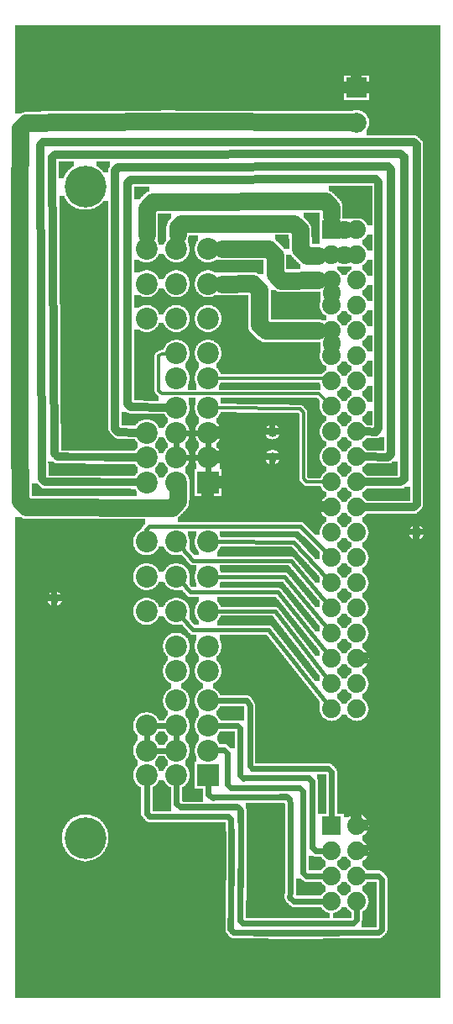
<source format=gtl>
G04 MADE WITH FRITZING*
G04 WWW.FRITZING.ORG*
G04 DOUBLE SIDED*
G04 HOLES PLATED*
G04 CONTOUR ON CENTER OF CONTOUR VECTOR*
%ASAXBY*%
%FSLAX23Y23*%
%MOIN*%
%OFA0B0*%
%SFA1.0B1.0*%
%ADD10C,0.075000*%
%ADD11C,0.039370*%
%ADD12C,0.086603*%
%ADD13C,0.165354*%
%ADD14C,0.074000*%
%ADD15C,0.079370*%
%ADD16R,0.074000X0.074000*%
%ADD17R,0.079370X0.079370*%
%ADD18C,0.024000*%
%ADD19C,0.016000*%
%ADD20C,0.012000*%
%ADD21C,0.032000*%
%ADD22C,0.070000*%
%ADD23R,0.001000X0.001000*%
%LNCOPPER1*%
G90*
G70*
G54D10*
X1396Y3198D03*
X288Y3084D03*
X1122Y2792D03*
X927Y2616D03*
X929Y2097D03*
X122Y3825D03*
X1030Y738D03*
G54D11*
X1061Y2185D03*
X1634Y1887D03*
X196Y1624D03*
G54D12*
X805Y2873D03*
X805Y2735D03*
X805Y2598D03*
X805Y2499D03*
X805Y2381D03*
X805Y2283D03*
X805Y2184D03*
X805Y2086D03*
X805Y1712D03*
X805Y1574D03*
X805Y1436D03*
X805Y1338D03*
X805Y1220D03*
X805Y1121D03*
X805Y1023D03*
X805Y924D03*
X679Y3011D03*
X679Y2873D03*
X679Y2735D03*
X679Y2598D03*
X679Y2499D03*
X679Y2381D03*
X679Y2283D03*
X679Y2184D03*
X679Y2086D03*
X679Y1850D03*
X679Y1712D03*
X679Y1574D03*
X679Y1436D03*
X679Y1338D03*
X679Y1220D03*
X679Y1121D03*
X679Y1023D03*
X679Y924D03*
X561Y3011D03*
X561Y2873D03*
X561Y2735D03*
X561Y2283D03*
X561Y2184D03*
X561Y2086D03*
X561Y1850D03*
X561Y1712D03*
X561Y1574D03*
X561Y1121D03*
X561Y1023D03*
X561Y924D03*
X805Y1850D03*
X805Y3011D03*
G54D13*
X317Y3259D03*
X317Y676D03*
G54D14*
X1396Y724D03*
X1396Y624D03*
X1396Y524D03*
X1396Y424D03*
X1296Y724D03*
X1296Y624D03*
X1296Y524D03*
X1296Y424D03*
X1396Y3087D03*
X1396Y2987D03*
X1396Y2887D03*
X1396Y2787D03*
X1396Y2687D03*
X1396Y2587D03*
X1396Y2487D03*
X1396Y2387D03*
X1396Y2287D03*
X1396Y2187D03*
X1396Y2087D03*
X1396Y1987D03*
X1396Y1887D03*
X1396Y1787D03*
X1396Y1687D03*
X1396Y1587D03*
X1396Y1487D03*
X1396Y1387D03*
X1396Y1287D03*
X1396Y1187D03*
X1296Y3087D03*
X1296Y2987D03*
X1296Y2887D03*
X1296Y2787D03*
X1296Y2687D03*
X1296Y2587D03*
X1296Y2487D03*
X1296Y2387D03*
X1296Y2287D03*
X1296Y2187D03*
X1296Y2087D03*
X1296Y1987D03*
X1296Y1887D03*
X1296Y1787D03*
X1296Y1687D03*
X1296Y1587D03*
X1296Y1487D03*
X1296Y1387D03*
X1296Y1287D03*
X1296Y1187D03*
G54D15*
X1396Y3650D03*
X1396Y3512D03*
G54D11*
X1061Y2285D03*
G54D16*
X1296Y724D03*
X1296Y3087D03*
G54D17*
X1396Y3650D03*
G54D18*
X1146Y425D02*
X1265Y425D01*
D02*
X1133Y437D02*
X1146Y425D01*
D02*
X1483Y525D02*
X1427Y525D01*
D02*
X1495Y513D02*
X1483Y525D01*
D02*
X1495Y313D02*
X1495Y513D01*
D02*
X1483Y300D02*
X1495Y313D01*
D02*
X883Y887D02*
X883Y1012D01*
D02*
X883Y1012D02*
X870Y1025D01*
D02*
X870Y1025D02*
X840Y1024D01*
D02*
X896Y875D02*
X883Y887D01*
D02*
X1196Y525D02*
X1183Y538D01*
D02*
X1170Y875D02*
X896Y875D01*
D02*
X1183Y862D02*
X1170Y875D01*
D02*
X1183Y538D02*
X1183Y862D01*
D02*
X1265Y525D02*
X1196Y525D01*
D02*
X1233Y625D02*
X1265Y624D01*
D02*
X1395Y350D02*
X1396Y393D01*
D02*
X1296Y937D02*
X1296Y756D01*
D02*
X1283Y950D02*
X1296Y937D01*
D02*
X1221Y637D02*
X1233Y625D01*
D02*
X1383Y337D02*
X1395Y350D01*
D02*
X645Y1121D02*
X596Y1121D01*
D02*
X645Y1023D02*
X596Y1023D01*
D02*
X679Y1086D02*
X679Y1058D01*
D02*
X805Y2132D02*
X805Y2150D01*
D02*
X805Y2248D02*
X805Y2219D01*
D02*
X770Y2184D02*
X714Y2184D01*
D02*
X770Y2283D02*
X714Y2283D01*
D02*
X679Y2248D02*
X679Y2219D01*
D02*
X561Y1086D02*
X561Y1058D01*
G54D19*
D02*
X558Y1899D02*
X571Y1911D01*
D02*
X734Y1650D02*
X1083Y1650D01*
D02*
X834Y1712D02*
X1109Y1712D01*
D02*
X746Y1775D02*
X1134Y1774D01*
D02*
X1146Y1849D02*
X834Y1850D01*
D02*
X1171Y1911D02*
X1278Y1805D01*
D02*
X571Y1911D02*
X1171Y1911D01*
D02*
X1109Y1712D02*
X1280Y1507D01*
D02*
X1083Y1650D02*
X1280Y1407D01*
D02*
X699Y1690D02*
X734Y1650D01*
D02*
X1279Y1706D02*
X1146Y1849D01*
D02*
X1134Y1774D02*
X1279Y1606D01*
D02*
X699Y1828D02*
X746Y1775D01*
D02*
X559Y1879D02*
X558Y1899D01*
G54D18*
D02*
X933Y1112D02*
X933Y924D01*
D02*
X933Y924D02*
X945Y913D01*
D02*
X921Y1121D02*
X933Y1112D01*
D02*
X971Y962D02*
X983Y950D01*
D02*
X971Y1200D02*
X971Y962D01*
D02*
X805Y848D02*
X824Y836D01*
D02*
X805Y879D02*
X805Y848D01*
D02*
X840Y1121D02*
X921Y1121D01*
D02*
X958Y1220D02*
X971Y1200D01*
D02*
X840Y1220D02*
X958Y1220D01*
G54D19*
D02*
X1046Y1500D02*
X1280Y1207D01*
D02*
X746Y1500D02*
X1046Y1500D01*
D02*
X699Y1552D02*
X746Y1500D01*
D02*
X1071Y1575D02*
X1280Y1307D01*
D02*
X834Y1574D02*
X1071Y1575D01*
G54D18*
D02*
X561Y890D02*
X561Y773D01*
D02*
X561Y773D02*
X574Y760D01*
D02*
X679Y810D02*
X698Y798D01*
D02*
X679Y890D02*
X679Y810D01*
G54D20*
D02*
X1184Y2100D02*
X1196Y2087D01*
D02*
X1196Y2087D02*
X1271Y2087D01*
D02*
X1184Y2362D02*
X1184Y2100D01*
D02*
X1171Y2378D02*
X1184Y2362D01*
D02*
X834Y2381D02*
X1171Y2378D01*
G54D21*
D02*
X145Y2100D02*
X137Y3423D01*
D02*
X137Y3423D02*
X148Y3435D01*
D02*
X148Y3435D02*
X1622Y3436D01*
D02*
X196Y2201D02*
X186Y3374D01*
D02*
X186Y3374D02*
X198Y3386D01*
D02*
X198Y3386D02*
X1570Y3387D01*
D02*
X436Y3323D02*
X449Y3335D01*
D02*
X449Y2285D02*
X436Y2298D01*
D02*
X436Y2298D02*
X436Y3323D01*
D02*
X486Y2398D02*
X486Y3273D01*
D02*
X486Y3273D02*
X498Y3285D01*
D02*
X498Y2385D02*
X486Y2398D01*
D02*
X1622Y1987D02*
X1433Y1987D01*
D02*
X1570Y2087D02*
X1433Y2087D01*
D02*
X1521Y3337D02*
X1533Y3324D01*
D02*
X1622Y3436D02*
X1634Y3424D01*
D02*
X1634Y3424D02*
X1634Y1999D01*
D02*
X1570Y3387D02*
X1584Y3374D01*
D02*
X1634Y1999D02*
X1622Y1987D01*
D02*
X1584Y3374D02*
X1584Y2099D01*
D02*
X1584Y2099D02*
X1570Y2087D01*
D02*
X1471Y3287D02*
X1483Y3274D01*
D02*
X1533Y2199D02*
X1520Y2186D01*
D02*
X1483Y2300D02*
X1472Y2286D01*
D02*
X449Y3335D02*
X1521Y3337D01*
D02*
X1533Y3324D02*
X1533Y2199D01*
D02*
X1520Y2186D02*
X1433Y2187D01*
D02*
X521Y2283D02*
X449Y2285D01*
D02*
X1472Y2286D02*
X1433Y2287D01*
D02*
X1483Y3274D02*
X1483Y2300D01*
D02*
X498Y3285D02*
X1471Y3287D01*
D02*
X639Y2382D02*
X498Y2385D01*
G54D22*
D02*
X661Y1985D02*
X83Y1987D01*
D02*
X686Y2011D02*
X661Y1985D01*
D02*
X1296Y2834D02*
X1296Y2840D01*
D02*
X1071Y2986D02*
X1071Y2912D01*
D02*
X1071Y2912D02*
X1096Y2886D01*
D02*
X1046Y3011D02*
X1071Y2986D01*
D02*
X1096Y2886D02*
X1243Y2887D01*
D02*
X862Y3011D02*
X1046Y3011D01*
D02*
X1146Y3111D02*
X1171Y3087D01*
D02*
X698Y3111D02*
X1146Y3111D01*
D02*
X1171Y3087D02*
X1173Y3011D01*
D02*
X1173Y3011D02*
X1199Y2985D01*
D02*
X1199Y2985D02*
X1243Y2986D01*
D02*
X686Y3098D02*
X698Y3111D01*
D02*
X684Y3068D02*
X686Y3098D01*
D02*
X1271Y3200D02*
X1296Y3175D01*
D02*
X1296Y3175D02*
X1296Y3140D01*
D02*
X586Y3198D02*
X1271Y3200D01*
D02*
X561Y3173D02*
X586Y3198D01*
D02*
X561Y3068D02*
X561Y3173D01*
D02*
X1008Y2711D02*
X1034Y2687D01*
D02*
X1008Y2849D02*
X1008Y2711D01*
D02*
X1034Y2687D02*
X1243Y2687D01*
D02*
X983Y2874D02*
X1008Y2849D01*
D02*
X862Y2873D02*
X983Y2874D01*
D02*
X1296Y2634D02*
X1296Y2640D01*
D02*
X1349Y3087D02*
X1343Y3087D01*
D02*
X1349Y2987D02*
X1343Y2987D01*
G54D20*
D02*
X1271Y2499D02*
X1273Y2498D01*
D02*
X834Y2499D02*
X1271Y2499D01*
D02*
X1246Y2437D02*
X1278Y2405D01*
D02*
X1209Y2437D02*
X1246Y2437D01*
D02*
X621Y2437D02*
X1209Y2437D01*
D02*
X608Y2449D02*
X621Y2437D01*
D02*
X608Y2587D02*
X608Y2449D01*
D02*
X621Y2594D02*
X608Y2587D01*
D02*
X650Y2596D02*
X621Y2594D01*
G36*
X212Y3359D02*
X212Y3293D01*
X232Y3293D01*
X232Y3297D01*
X234Y3297D01*
X234Y3301D01*
X236Y3301D01*
X236Y3305D01*
X238Y3305D01*
X238Y3309D01*
X240Y3309D01*
X240Y3311D01*
X242Y3311D01*
X242Y3315D01*
X244Y3315D01*
X244Y3317D01*
X246Y3317D01*
X246Y3319D01*
X248Y3319D01*
X248Y3321D01*
X250Y3321D01*
X250Y3325D01*
X254Y3325D01*
X254Y3327D01*
X256Y3327D01*
X256Y3329D01*
X258Y3329D01*
X258Y3331D01*
X260Y3331D01*
X260Y3333D01*
X262Y3333D01*
X262Y3335D01*
X266Y3335D01*
X266Y3337D01*
X268Y3337D01*
X268Y3339D01*
X272Y3339D01*
X272Y3359D01*
X212Y3359D01*
G37*
D02*
G36*
X362Y3359D02*
X362Y3339D01*
X364Y3339D01*
X364Y3337D01*
X368Y3337D01*
X368Y3335D01*
X372Y3335D01*
X372Y3333D01*
X374Y3333D01*
X374Y3331D01*
X376Y3331D01*
X376Y3329D01*
X378Y3329D01*
X378Y3327D01*
X380Y3327D01*
X380Y3325D01*
X384Y3325D01*
X384Y3321D01*
X386Y3321D01*
X386Y3319D01*
X388Y3319D01*
X388Y3317D01*
X390Y3317D01*
X390Y3315D01*
X410Y3315D01*
X410Y3331D01*
X412Y3331D01*
X412Y3335D01*
X414Y3335D01*
X414Y3339D01*
X416Y3339D01*
X416Y3359D01*
X362Y3359D01*
G37*
D02*
G36*
X1286Y3261D02*
X1286Y3241D01*
X1290Y3241D01*
X1290Y3239D01*
X1294Y3239D01*
X1294Y3237D01*
X1298Y3237D01*
X1298Y3235D01*
X1300Y3235D01*
X1300Y3233D01*
X1302Y3233D01*
X1302Y3231D01*
X1304Y3231D01*
X1304Y3229D01*
X1306Y3229D01*
X1306Y3227D01*
X1308Y3227D01*
X1308Y3225D01*
X1310Y3225D01*
X1310Y3223D01*
X1312Y3223D01*
X1312Y3221D01*
X1314Y3221D01*
X1314Y3219D01*
X1316Y3219D01*
X1316Y3217D01*
X1318Y3217D01*
X1318Y3215D01*
X1320Y3215D01*
X1320Y3213D01*
X1322Y3213D01*
X1322Y3211D01*
X1324Y3211D01*
X1324Y3209D01*
X1326Y3209D01*
X1326Y3207D01*
X1328Y3207D01*
X1328Y3205D01*
X1330Y3205D01*
X1330Y3203D01*
X1332Y3203D01*
X1332Y3201D01*
X1334Y3201D01*
X1334Y3197D01*
X1336Y3197D01*
X1336Y3193D01*
X1338Y3193D01*
X1338Y3187D01*
X1340Y3187D01*
X1340Y3133D01*
X1408Y3133D01*
X1408Y3131D01*
X1414Y3131D01*
X1414Y3129D01*
X1418Y3129D01*
X1418Y3127D01*
X1422Y3127D01*
X1422Y3125D01*
X1424Y3125D01*
X1424Y3123D01*
X1428Y3123D01*
X1428Y3121D01*
X1430Y3121D01*
X1430Y3119D01*
X1432Y3119D01*
X1432Y3115D01*
X1434Y3115D01*
X1434Y3113D01*
X1436Y3113D01*
X1436Y3109D01*
X1438Y3109D01*
X1438Y3105D01*
X1458Y3105D01*
X1458Y3261D01*
X1286Y3261D01*
G37*
D02*
G36*
X1344Y3133D02*
X1344Y3131D01*
X1384Y3131D01*
X1384Y3133D01*
X1344Y3133D01*
G37*
D02*
G36*
X512Y3259D02*
X512Y3207D01*
X532Y3207D01*
X532Y3209D01*
X534Y3209D01*
X534Y3211D01*
X536Y3211D01*
X536Y3213D01*
X538Y3213D01*
X538Y3215D01*
X540Y3215D01*
X540Y3217D01*
X542Y3217D01*
X542Y3219D01*
X544Y3219D01*
X544Y3221D01*
X546Y3221D01*
X546Y3223D01*
X548Y3223D01*
X548Y3225D01*
X550Y3225D01*
X550Y3227D01*
X552Y3227D01*
X552Y3229D01*
X554Y3229D01*
X554Y3231D01*
X558Y3231D01*
X558Y3233D01*
X560Y3233D01*
X560Y3235D01*
X562Y3235D01*
X562Y3237D01*
X566Y3237D01*
X566Y3239D01*
X572Y3239D01*
X572Y3259D01*
X512Y3259D01*
G37*
D02*
G36*
X214Y3221D02*
X214Y3167D01*
X300Y3167D01*
X300Y3169D01*
X292Y3169D01*
X292Y3171D01*
X286Y3171D01*
X286Y3173D01*
X280Y3173D01*
X280Y3175D01*
X276Y3175D01*
X276Y3177D01*
X272Y3177D01*
X272Y3179D01*
X268Y3179D01*
X268Y3181D01*
X266Y3181D01*
X266Y3183D01*
X262Y3183D01*
X262Y3185D01*
X260Y3185D01*
X260Y3187D01*
X258Y3187D01*
X258Y3189D01*
X256Y3189D01*
X256Y3191D01*
X254Y3191D01*
X254Y3193D01*
X250Y3193D01*
X250Y3197D01*
X248Y3197D01*
X248Y3199D01*
X246Y3199D01*
X246Y3201D01*
X244Y3201D01*
X244Y3203D01*
X242Y3203D01*
X242Y3207D01*
X240Y3207D01*
X240Y3209D01*
X238Y3209D01*
X238Y3213D01*
X236Y3213D01*
X236Y3217D01*
X234Y3217D01*
X234Y3221D01*
X214Y3221D01*
G37*
D02*
G36*
X390Y3203D02*
X390Y3201D01*
X388Y3201D01*
X388Y3199D01*
X386Y3199D01*
X386Y3197D01*
X384Y3197D01*
X384Y3193D01*
X380Y3193D01*
X380Y3191D01*
X378Y3191D01*
X378Y3189D01*
X376Y3189D01*
X376Y3187D01*
X374Y3187D01*
X374Y3185D01*
X372Y3185D01*
X372Y3183D01*
X368Y3183D01*
X368Y3181D01*
X364Y3181D01*
X364Y3179D01*
X362Y3179D01*
X362Y3177D01*
X358Y3177D01*
X358Y3175D01*
X354Y3175D01*
X354Y3173D01*
X348Y3173D01*
X348Y3171D01*
X342Y3171D01*
X342Y3169D01*
X334Y3169D01*
X334Y3167D01*
X410Y3167D01*
X410Y3203D01*
X390Y3203D01*
G37*
D02*
G36*
X214Y3167D02*
X214Y3165D01*
X410Y3165D01*
X410Y3167D01*
X214Y3167D01*
G37*
D02*
G36*
X214Y3167D02*
X214Y3165D01*
X410Y3165D01*
X410Y3167D01*
X214Y3167D01*
G37*
D02*
G36*
X214Y3165D02*
X214Y3029D01*
X216Y3029D01*
X216Y2791D01*
X218Y2791D01*
X218Y2553D01*
X220Y2553D01*
X220Y2317D01*
X222Y2317D01*
X222Y2213D01*
X322Y2213D01*
X322Y2211D01*
X516Y2211D01*
X516Y2215D01*
X518Y2215D01*
X518Y2217D01*
X520Y2217D01*
X520Y2219D01*
X522Y2219D01*
X522Y2221D01*
X524Y2221D01*
X524Y2223D01*
X526Y2223D01*
X526Y2243D01*
X524Y2243D01*
X524Y2245D01*
X522Y2245D01*
X522Y2247D01*
X520Y2247D01*
X520Y2251D01*
X518Y2251D01*
X518Y2253D01*
X516Y2253D01*
X516Y2257D01*
X496Y2257D01*
X496Y2259D01*
X442Y2259D01*
X442Y2261D01*
X438Y2261D01*
X438Y2263D01*
X434Y2263D01*
X434Y2265D01*
X432Y2265D01*
X432Y2267D01*
X430Y2267D01*
X430Y2269D01*
X428Y2269D01*
X428Y2271D01*
X426Y2271D01*
X426Y2273D01*
X424Y2273D01*
X424Y2275D01*
X422Y2275D01*
X422Y2277D01*
X420Y2277D01*
X420Y2279D01*
X418Y2279D01*
X418Y2281D01*
X416Y2281D01*
X416Y2283D01*
X414Y2283D01*
X414Y2287D01*
X412Y2287D01*
X412Y2291D01*
X410Y2291D01*
X410Y3165D01*
X214Y3165D01*
G37*
D02*
G36*
X1184Y3155D02*
X1184Y3135D01*
X1188Y3135D01*
X1188Y3133D01*
X1190Y3133D01*
X1190Y3131D01*
X1192Y3131D01*
X1192Y3129D01*
X1194Y3129D01*
X1194Y3127D01*
X1196Y3127D01*
X1196Y3125D01*
X1198Y3125D01*
X1198Y3123D01*
X1200Y3123D01*
X1200Y3121D01*
X1202Y3121D01*
X1202Y3119D01*
X1204Y3119D01*
X1204Y3117D01*
X1206Y3117D01*
X1206Y3113D01*
X1208Y3113D01*
X1208Y3111D01*
X1210Y3111D01*
X1210Y3107D01*
X1212Y3107D01*
X1212Y3103D01*
X1214Y3103D01*
X1214Y3097D01*
X1216Y3097D01*
X1216Y3057D01*
X1218Y3057D01*
X1218Y3031D01*
X1250Y3031D01*
X1250Y3155D01*
X1184Y3155D01*
G37*
D02*
G36*
X606Y3153D02*
X606Y3037D01*
X608Y3037D01*
X608Y3033D01*
X610Y3033D01*
X610Y3029D01*
X630Y3029D01*
X630Y3033D01*
X632Y3033D01*
X632Y3037D01*
X634Y3037D01*
X634Y3041D01*
X636Y3041D01*
X636Y3043D01*
X638Y3043D01*
X638Y3075D01*
X640Y3075D01*
X640Y3101D01*
X642Y3101D01*
X642Y3111D01*
X644Y3111D01*
X644Y3117D01*
X646Y3117D01*
X646Y3121D01*
X648Y3121D01*
X648Y3123D01*
X650Y3123D01*
X650Y3125D01*
X652Y3125D01*
X652Y3129D01*
X654Y3129D01*
X654Y3131D01*
X656Y3131D01*
X656Y3133D01*
X658Y3133D01*
X658Y3153D01*
X606Y3153D01*
G37*
D02*
G36*
X1072Y3067D02*
X1072Y3047D01*
X1074Y3047D01*
X1074Y3045D01*
X1076Y3045D01*
X1076Y3043D01*
X1080Y3043D01*
X1080Y3041D01*
X1082Y3041D01*
X1082Y3039D01*
X1084Y3039D01*
X1084Y3037D01*
X1086Y3037D01*
X1086Y3035D01*
X1088Y3035D01*
X1088Y3033D01*
X1090Y3033D01*
X1090Y3031D01*
X1092Y3031D01*
X1092Y3029D01*
X1094Y3029D01*
X1094Y3027D01*
X1096Y3027D01*
X1096Y3025D01*
X1098Y3025D01*
X1098Y3023D01*
X1100Y3023D01*
X1100Y3021D01*
X1102Y3021D01*
X1102Y3019D01*
X1104Y3019D01*
X1104Y3015D01*
X1106Y3015D01*
X1106Y3013D01*
X1108Y3013D01*
X1108Y3011D01*
X1128Y3011D01*
X1128Y3053D01*
X1126Y3053D01*
X1126Y3067D01*
X1072Y3067D01*
G37*
D02*
G36*
X1438Y3067D02*
X1438Y3065D01*
X1436Y3065D01*
X1436Y3061D01*
X1434Y3061D01*
X1434Y3059D01*
X1432Y3059D01*
X1432Y3055D01*
X1430Y3055D01*
X1430Y3053D01*
X1428Y3053D01*
X1428Y3051D01*
X1424Y3051D01*
X1424Y3049D01*
X1422Y3049D01*
X1422Y3047D01*
X1418Y3047D01*
X1418Y3027D01*
X1422Y3027D01*
X1422Y3025D01*
X1424Y3025D01*
X1424Y3023D01*
X1428Y3023D01*
X1428Y3021D01*
X1430Y3021D01*
X1430Y3019D01*
X1432Y3019D01*
X1432Y3015D01*
X1434Y3015D01*
X1434Y3013D01*
X1436Y3013D01*
X1436Y3009D01*
X1438Y3009D01*
X1438Y3005D01*
X1458Y3005D01*
X1458Y3067D01*
X1438Y3067D01*
G37*
D02*
G36*
X1116Y2987D02*
X1116Y2931D01*
X1172Y2931D01*
X1172Y2951D01*
X1168Y2951D01*
X1168Y2953D01*
X1166Y2953D01*
X1166Y2955D01*
X1164Y2955D01*
X1164Y2957D01*
X1162Y2957D01*
X1162Y2959D01*
X1160Y2959D01*
X1160Y2961D01*
X1158Y2961D01*
X1158Y2963D01*
X1156Y2963D01*
X1156Y2965D01*
X1154Y2965D01*
X1154Y2967D01*
X1152Y2967D01*
X1152Y2969D01*
X1150Y2969D01*
X1150Y2971D01*
X1148Y2971D01*
X1148Y2973D01*
X1146Y2973D01*
X1146Y2975D01*
X1144Y2975D01*
X1144Y2977D01*
X1142Y2977D01*
X1142Y2979D01*
X1140Y2979D01*
X1140Y2981D01*
X1138Y2981D01*
X1138Y2985D01*
X1136Y2985D01*
X1136Y2987D01*
X1116Y2987D01*
G37*
D02*
G36*
X1438Y2967D02*
X1438Y2965D01*
X1436Y2965D01*
X1436Y2961D01*
X1434Y2961D01*
X1434Y2959D01*
X1432Y2959D01*
X1432Y2955D01*
X1430Y2955D01*
X1430Y2953D01*
X1428Y2953D01*
X1428Y2951D01*
X1424Y2951D01*
X1424Y2949D01*
X1422Y2949D01*
X1422Y2947D01*
X1418Y2947D01*
X1418Y2927D01*
X1422Y2927D01*
X1422Y2925D01*
X1424Y2925D01*
X1424Y2923D01*
X1428Y2923D01*
X1428Y2921D01*
X1430Y2921D01*
X1430Y2919D01*
X1432Y2919D01*
X1432Y2915D01*
X1434Y2915D01*
X1434Y2913D01*
X1436Y2913D01*
X1436Y2909D01*
X1438Y2909D01*
X1438Y2905D01*
X1458Y2905D01*
X1458Y2967D01*
X1438Y2967D01*
G37*
D02*
G36*
X1318Y2943D02*
X1318Y2941D01*
X1342Y2941D01*
X1342Y2943D01*
X1318Y2943D01*
G37*
D02*
G36*
X1350Y2943D02*
X1350Y2941D01*
X1374Y2941D01*
X1374Y2943D01*
X1350Y2943D01*
G37*
D02*
G36*
X1318Y2941D02*
X1318Y2939D01*
X1374Y2939D01*
X1374Y2941D01*
X1318Y2941D01*
G37*
D02*
G36*
X1318Y2941D02*
X1318Y2939D01*
X1374Y2939D01*
X1374Y2941D01*
X1318Y2941D01*
G37*
D02*
G36*
X1318Y2939D02*
X1318Y2927D01*
X1322Y2927D01*
X1322Y2925D01*
X1324Y2925D01*
X1324Y2923D01*
X1328Y2923D01*
X1328Y2921D01*
X1330Y2921D01*
X1330Y2919D01*
X1332Y2919D01*
X1332Y2915D01*
X1334Y2915D01*
X1334Y2913D01*
X1336Y2913D01*
X1336Y2909D01*
X1356Y2909D01*
X1356Y2913D01*
X1358Y2913D01*
X1358Y2915D01*
X1360Y2915D01*
X1360Y2917D01*
X1362Y2917D01*
X1362Y2921D01*
X1366Y2921D01*
X1366Y2923D01*
X1368Y2923D01*
X1368Y2925D01*
X1370Y2925D01*
X1370Y2927D01*
X1374Y2927D01*
X1374Y2939D01*
X1318Y2939D01*
G37*
D02*
G36*
X1438Y2867D02*
X1438Y2865D01*
X1436Y2865D01*
X1436Y2861D01*
X1434Y2861D01*
X1434Y2859D01*
X1432Y2859D01*
X1432Y2855D01*
X1430Y2855D01*
X1430Y2853D01*
X1428Y2853D01*
X1428Y2851D01*
X1424Y2851D01*
X1424Y2849D01*
X1422Y2849D01*
X1422Y2847D01*
X1418Y2847D01*
X1418Y2827D01*
X1422Y2827D01*
X1422Y2825D01*
X1424Y2825D01*
X1424Y2823D01*
X1428Y2823D01*
X1428Y2821D01*
X1430Y2821D01*
X1430Y2819D01*
X1432Y2819D01*
X1432Y2815D01*
X1434Y2815D01*
X1434Y2813D01*
X1436Y2813D01*
X1436Y2809D01*
X1438Y2809D01*
X1438Y2805D01*
X1458Y2805D01*
X1458Y2867D01*
X1438Y2867D01*
G37*
D02*
G36*
X1054Y2847D02*
X1054Y2731D01*
X1254Y2731D01*
X1254Y2729D01*
X1274Y2729D01*
X1274Y2747D01*
X1270Y2747D01*
X1270Y2749D01*
X1268Y2749D01*
X1268Y2751D01*
X1264Y2751D01*
X1264Y2753D01*
X1262Y2753D01*
X1262Y2755D01*
X1260Y2755D01*
X1260Y2759D01*
X1258Y2759D01*
X1258Y2761D01*
X1256Y2761D01*
X1256Y2765D01*
X1254Y2765D01*
X1254Y2769D01*
X1252Y2769D01*
X1252Y2775D01*
X1250Y2775D01*
X1250Y2799D01*
X1252Y2799D01*
X1252Y2841D01*
X1088Y2841D01*
X1088Y2843D01*
X1080Y2843D01*
X1080Y2845D01*
X1076Y2845D01*
X1076Y2847D01*
X1054Y2847D01*
G37*
D02*
G36*
X1438Y2767D02*
X1438Y2765D01*
X1436Y2765D01*
X1436Y2761D01*
X1434Y2761D01*
X1434Y2759D01*
X1432Y2759D01*
X1432Y2755D01*
X1430Y2755D01*
X1430Y2753D01*
X1428Y2753D01*
X1428Y2751D01*
X1424Y2751D01*
X1424Y2749D01*
X1422Y2749D01*
X1422Y2747D01*
X1418Y2747D01*
X1418Y2727D01*
X1422Y2727D01*
X1422Y2725D01*
X1424Y2725D01*
X1424Y2723D01*
X1428Y2723D01*
X1428Y2721D01*
X1430Y2721D01*
X1430Y2719D01*
X1432Y2719D01*
X1432Y2715D01*
X1434Y2715D01*
X1434Y2713D01*
X1436Y2713D01*
X1436Y2709D01*
X1438Y2709D01*
X1438Y2705D01*
X1458Y2705D01*
X1458Y2767D01*
X1438Y2767D01*
G37*
D02*
G36*
X1336Y2765D02*
X1336Y2761D01*
X1334Y2761D01*
X1334Y2759D01*
X1332Y2759D01*
X1332Y2755D01*
X1330Y2755D01*
X1330Y2753D01*
X1328Y2753D01*
X1328Y2751D01*
X1324Y2751D01*
X1324Y2749D01*
X1322Y2749D01*
X1322Y2747D01*
X1318Y2747D01*
X1318Y2727D01*
X1322Y2727D01*
X1322Y2725D01*
X1324Y2725D01*
X1324Y2723D01*
X1328Y2723D01*
X1328Y2721D01*
X1330Y2721D01*
X1330Y2719D01*
X1332Y2719D01*
X1332Y2715D01*
X1334Y2715D01*
X1334Y2713D01*
X1336Y2713D01*
X1336Y2709D01*
X1356Y2709D01*
X1356Y2713D01*
X1358Y2713D01*
X1358Y2715D01*
X1360Y2715D01*
X1360Y2717D01*
X1362Y2717D01*
X1362Y2721D01*
X1366Y2721D01*
X1366Y2723D01*
X1368Y2723D01*
X1368Y2725D01*
X1370Y2725D01*
X1370Y2727D01*
X1374Y2727D01*
X1374Y2747D01*
X1370Y2747D01*
X1370Y2749D01*
X1368Y2749D01*
X1368Y2751D01*
X1364Y2751D01*
X1364Y2753D01*
X1362Y2753D01*
X1362Y2755D01*
X1360Y2755D01*
X1360Y2759D01*
X1358Y2759D01*
X1358Y2761D01*
X1356Y2761D01*
X1356Y2765D01*
X1336Y2765D01*
G37*
D02*
G36*
X728Y3065D02*
X728Y3057D01*
X726Y3057D01*
X726Y3035D01*
X728Y3035D01*
X728Y3031D01*
X730Y3031D01*
X730Y3023D01*
X732Y3023D01*
X732Y2999D01*
X730Y2999D01*
X730Y2991D01*
X728Y2991D01*
X728Y2987D01*
X726Y2987D01*
X726Y2985D01*
X724Y2985D01*
X724Y2981D01*
X722Y2981D01*
X722Y2979D01*
X720Y2979D01*
X720Y2975D01*
X718Y2975D01*
X718Y2973D01*
X716Y2973D01*
X716Y2971D01*
X712Y2971D01*
X712Y2969D01*
X710Y2969D01*
X710Y2967D01*
X708Y2967D01*
X708Y2965D01*
X704Y2965D01*
X704Y2963D01*
X700Y2963D01*
X700Y2961D01*
X694Y2961D01*
X694Y2959D01*
X684Y2959D01*
X684Y2957D01*
X800Y2957D01*
X800Y2959D01*
X790Y2959D01*
X790Y2961D01*
X784Y2961D01*
X784Y2963D01*
X780Y2963D01*
X780Y2965D01*
X778Y2965D01*
X778Y2967D01*
X774Y2967D01*
X774Y2969D01*
X772Y2969D01*
X772Y2971D01*
X770Y2971D01*
X770Y2973D01*
X766Y2973D01*
X766Y2977D01*
X764Y2977D01*
X764Y2979D01*
X762Y2979D01*
X762Y2981D01*
X760Y2981D01*
X760Y2985D01*
X758Y2985D01*
X758Y2989D01*
X756Y2989D01*
X756Y2993D01*
X754Y2993D01*
X754Y3001D01*
X752Y3001D01*
X752Y3021D01*
X754Y3021D01*
X754Y3029D01*
X756Y3029D01*
X756Y3033D01*
X758Y3033D01*
X758Y3037D01*
X760Y3037D01*
X760Y3041D01*
X762Y3041D01*
X762Y3043D01*
X764Y3043D01*
X764Y3045D01*
X766Y3045D01*
X766Y3065D01*
X728Y3065D01*
G37*
D02*
G36*
X610Y2993D02*
X610Y2989D01*
X608Y2989D01*
X608Y2985D01*
X606Y2985D01*
X606Y2981D01*
X604Y2981D01*
X604Y2979D01*
X602Y2979D01*
X602Y2977D01*
X600Y2977D01*
X600Y2973D01*
X598Y2973D01*
X598Y2971D01*
X594Y2971D01*
X594Y2969D01*
X592Y2969D01*
X592Y2967D01*
X590Y2967D01*
X590Y2965D01*
X586Y2965D01*
X586Y2963D01*
X582Y2963D01*
X582Y2961D01*
X576Y2961D01*
X576Y2959D01*
X566Y2959D01*
X566Y2957D01*
X674Y2957D01*
X674Y2959D01*
X664Y2959D01*
X664Y2961D01*
X658Y2961D01*
X658Y2963D01*
X654Y2963D01*
X654Y2965D01*
X652Y2965D01*
X652Y2967D01*
X648Y2967D01*
X648Y2969D01*
X646Y2969D01*
X646Y2971D01*
X644Y2971D01*
X644Y2973D01*
X642Y2973D01*
X642Y2975D01*
X640Y2975D01*
X640Y2977D01*
X638Y2977D01*
X638Y2979D01*
X636Y2979D01*
X636Y2981D01*
X634Y2981D01*
X634Y2985D01*
X632Y2985D01*
X632Y2989D01*
X630Y2989D01*
X630Y2993D01*
X610Y2993D01*
G37*
D02*
G36*
X512Y2967D02*
X512Y2957D01*
X556Y2957D01*
X556Y2959D01*
X546Y2959D01*
X546Y2961D01*
X540Y2961D01*
X540Y2963D01*
X536Y2963D01*
X536Y2965D01*
X532Y2965D01*
X532Y2967D01*
X512Y2967D01*
G37*
D02*
G36*
X834Y2967D02*
X834Y2965D01*
X830Y2965D01*
X830Y2963D01*
X826Y2963D01*
X826Y2961D01*
X820Y2961D01*
X820Y2959D01*
X810Y2959D01*
X810Y2957D01*
X1026Y2957D01*
X1026Y2967D01*
X834Y2967D01*
G37*
D02*
G36*
X512Y2957D02*
X512Y2955D01*
X1026Y2955D01*
X1026Y2957D01*
X512Y2957D01*
G37*
D02*
G36*
X512Y2957D02*
X512Y2955D01*
X1026Y2955D01*
X1026Y2957D01*
X512Y2957D01*
G37*
D02*
G36*
X512Y2957D02*
X512Y2955D01*
X1026Y2955D01*
X1026Y2957D01*
X512Y2957D01*
G37*
D02*
G36*
X512Y2957D02*
X512Y2955D01*
X1026Y2955D01*
X1026Y2957D01*
X512Y2957D01*
G37*
D02*
G36*
X512Y2955D02*
X512Y2927D01*
X812Y2927D01*
X812Y2925D01*
X822Y2925D01*
X822Y2923D01*
X826Y2923D01*
X826Y2921D01*
X830Y2921D01*
X830Y2919D01*
X992Y2919D01*
X992Y2917D01*
X998Y2917D01*
X998Y2915D01*
X1002Y2915D01*
X1002Y2913D01*
X1006Y2913D01*
X1006Y2911D01*
X1026Y2911D01*
X1026Y2955D01*
X512Y2955D01*
G37*
D02*
G36*
X512Y2927D02*
X512Y2917D01*
X532Y2917D01*
X532Y2919D01*
X536Y2919D01*
X536Y2921D01*
X540Y2921D01*
X540Y2923D01*
X544Y2923D01*
X544Y2925D01*
X554Y2925D01*
X554Y2927D01*
X512Y2927D01*
G37*
D02*
G36*
X568Y2927D02*
X568Y2925D01*
X578Y2925D01*
X578Y2923D01*
X582Y2923D01*
X582Y2921D01*
X586Y2921D01*
X586Y2919D01*
X590Y2919D01*
X590Y2917D01*
X592Y2917D01*
X592Y2915D01*
X596Y2915D01*
X596Y2913D01*
X598Y2913D01*
X598Y2911D01*
X600Y2911D01*
X600Y2909D01*
X602Y2909D01*
X602Y2905D01*
X604Y2905D01*
X604Y2903D01*
X606Y2903D01*
X606Y2899D01*
X608Y2899D01*
X608Y2897D01*
X610Y2897D01*
X610Y2891D01*
X630Y2891D01*
X630Y2895D01*
X632Y2895D01*
X632Y2899D01*
X634Y2899D01*
X634Y2903D01*
X636Y2903D01*
X636Y2905D01*
X638Y2905D01*
X638Y2907D01*
X640Y2907D01*
X640Y2911D01*
X642Y2911D01*
X642Y2913D01*
X646Y2913D01*
X646Y2915D01*
X648Y2915D01*
X648Y2917D01*
X650Y2917D01*
X650Y2919D01*
X654Y2919D01*
X654Y2921D01*
X658Y2921D01*
X658Y2923D01*
X662Y2923D01*
X662Y2925D01*
X672Y2925D01*
X672Y2927D01*
X568Y2927D01*
G37*
D02*
G36*
X686Y2927D02*
X686Y2925D01*
X696Y2925D01*
X696Y2923D01*
X700Y2923D01*
X700Y2921D01*
X704Y2921D01*
X704Y2919D01*
X708Y2919D01*
X708Y2917D01*
X710Y2917D01*
X710Y2915D01*
X714Y2915D01*
X714Y2913D01*
X716Y2913D01*
X716Y2911D01*
X718Y2911D01*
X718Y2909D01*
X720Y2909D01*
X720Y2907D01*
X722Y2907D01*
X722Y2903D01*
X724Y2903D01*
X724Y2901D01*
X726Y2901D01*
X726Y2897D01*
X728Y2897D01*
X728Y2893D01*
X730Y2893D01*
X730Y2885D01*
X732Y2885D01*
X732Y2861D01*
X730Y2861D01*
X730Y2855D01*
X728Y2855D01*
X728Y2851D01*
X726Y2851D01*
X726Y2847D01*
X724Y2847D01*
X724Y2843D01*
X722Y2843D01*
X722Y2841D01*
X720Y2841D01*
X720Y2839D01*
X718Y2839D01*
X718Y2835D01*
X714Y2835D01*
X714Y2833D01*
X712Y2833D01*
X712Y2831D01*
X710Y2831D01*
X710Y2829D01*
X706Y2829D01*
X706Y2827D01*
X704Y2827D01*
X704Y2825D01*
X700Y2825D01*
X700Y2823D01*
X692Y2823D01*
X692Y2821D01*
X792Y2821D01*
X792Y2823D01*
X786Y2823D01*
X786Y2825D01*
X782Y2825D01*
X782Y2827D01*
X778Y2827D01*
X778Y2829D01*
X774Y2829D01*
X774Y2831D01*
X772Y2831D01*
X772Y2833D01*
X770Y2833D01*
X770Y2835D01*
X768Y2835D01*
X768Y2837D01*
X766Y2837D01*
X766Y2839D01*
X764Y2839D01*
X764Y2841D01*
X762Y2841D01*
X762Y2843D01*
X760Y2843D01*
X760Y2847D01*
X758Y2847D01*
X758Y2851D01*
X756Y2851D01*
X756Y2855D01*
X754Y2855D01*
X754Y2863D01*
X752Y2863D01*
X752Y2883D01*
X754Y2883D01*
X754Y2891D01*
X756Y2891D01*
X756Y2895D01*
X758Y2895D01*
X758Y2899D01*
X760Y2899D01*
X760Y2903D01*
X762Y2903D01*
X762Y2905D01*
X764Y2905D01*
X764Y2907D01*
X766Y2907D01*
X766Y2911D01*
X768Y2911D01*
X768Y2913D01*
X772Y2913D01*
X772Y2915D01*
X774Y2915D01*
X774Y2917D01*
X776Y2917D01*
X776Y2919D01*
X780Y2919D01*
X780Y2921D01*
X784Y2921D01*
X784Y2923D01*
X788Y2923D01*
X788Y2925D01*
X798Y2925D01*
X798Y2927D01*
X686Y2927D01*
G37*
D02*
G36*
X834Y2919D02*
X834Y2917D01*
X856Y2917D01*
X856Y2919D01*
X834Y2919D01*
G37*
D02*
G36*
X610Y2855D02*
X610Y2851D01*
X608Y2851D01*
X608Y2847D01*
X606Y2847D01*
X606Y2843D01*
X604Y2843D01*
X604Y2841D01*
X602Y2841D01*
X602Y2839D01*
X600Y2839D01*
X600Y2837D01*
X598Y2837D01*
X598Y2835D01*
X596Y2835D01*
X596Y2833D01*
X594Y2833D01*
X594Y2831D01*
X592Y2831D01*
X592Y2829D01*
X588Y2829D01*
X588Y2827D01*
X584Y2827D01*
X584Y2825D01*
X582Y2825D01*
X582Y2823D01*
X574Y2823D01*
X574Y2821D01*
X666Y2821D01*
X666Y2823D01*
X660Y2823D01*
X660Y2825D01*
X656Y2825D01*
X656Y2827D01*
X652Y2827D01*
X652Y2829D01*
X648Y2829D01*
X648Y2831D01*
X646Y2831D01*
X646Y2833D01*
X644Y2833D01*
X644Y2835D01*
X642Y2835D01*
X642Y2837D01*
X640Y2837D01*
X640Y2839D01*
X638Y2839D01*
X638Y2841D01*
X636Y2841D01*
X636Y2843D01*
X634Y2843D01*
X634Y2847D01*
X632Y2847D01*
X632Y2851D01*
X630Y2851D01*
X630Y2855D01*
X610Y2855D01*
G37*
D02*
G36*
X512Y2829D02*
X512Y2821D01*
X548Y2821D01*
X548Y2823D01*
X542Y2823D01*
X542Y2825D01*
X538Y2825D01*
X538Y2827D01*
X534Y2827D01*
X534Y2829D01*
X512Y2829D01*
G37*
D02*
G36*
X832Y2829D02*
X832Y2827D01*
X830Y2827D01*
X830Y2825D01*
X826Y2825D01*
X826Y2823D01*
X818Y2823D01*
X818Y2821D01*
X964Y2821D01*
X964Y2829D01*
X832Y2829D01*
G37*
D02*
G36*
X512Y2821D02*
X512Y2819D01*
X964Y2819D01*
X964Y2821D01*
X512Y2821D01*
G37*
D02*
G36*
X512Y2821D02*
X512Y2819D01*
X964Y2819D01*
X964Y2821D01*
X512Y2821D01*
G37*
D02*
G36*
X512Y2821D02*
X512Y2819D01*
X964Y2819D01*
X964Y2821D01*
X512Y2821D01*
G37*
D02*
G36*
X512Y2821D02*
X512Y2819D01*
X964Y2819D01*
X964Y2821D01*
X512Y2821D01*
G37*
D02*
G36*
X512Y2819D02*
X512Y2789D01*
X812Y2789D01*
X812Y2787D01*
X822Y2787D01*
X822Y2785D01*
X826Y2785D01*
X826Y2783D01*
X830Y2783D01*
X830Y2781D01*
X834Y2781D01*
X834Y2779D01*
X836Y2779D01*
X836Y2777D01*
X840Y2777D01*
X840Y2775D01*
X842Y2775D01*
X842Y2773D01*
X844Y2773D01*
X844Y2771D01*
X846Y2771D01*
X846Y2767D01*
X848Y2767D01*
X848Y2765D01*
X850Y2765D01*
X850Y2763D01*
X852Y2763D01*
X852Y2759D01*
X854Y2759D01*
X854Y2755D01*
X856Y2755D01*
X856Y2747D01*
X858Y2747D01*
X858Y2723D01*
X856Y2723D01*
X856Y2717D01*
X854Y2717D01*
X854Y2713D01*
X852Y2713D01*
X852Y2709D01*
X850Y2709D01*
X850Y2705D01*
X848Y2705D01*
X848Y2703D01*
X846Y2703D01*
X846Y2701D01*
X844Y2701D01*
X844Y2697D01*
X840Y2697D01*
X840Y2695D01*
X838Y2695D01*
X838Y2693D01*
X836Y2693D01*
X836Y2691D01*
X832Y2691D01*
X832Y2689D01*
X830Y2689D01*
X830Y2687D01*
X826Y2687D01*
X826Y2685D01*
X820Y2685D01*
X820Y2683D01*
X972Y2683D01*
X972Y2685D01*
X970Y2685D01*
X970Y2689D01*
X968Y2689D01*
X968Y2693D01*
X966Y2693D01*
X966Y2699D01*
X964Y2699D01*
X964Y2819D01*
X512Y2819D01*
G37*
D02*
G36*
X512Y2789D02*
X512Y2779D01*
X532Y2779D01*
X532Y2781D01*
X536Y2781D01*
X536Y2783D01*
X540Y2783D01*
X540Y2785D01*
X544Y2785D01*
X544Y2787D01*
X554Y2787D01*
X554Y2789D01*
X512Y2789D01*
G37*
D02*
G36*
X568Y2789D02*
X568Y2787D01*
X578Y2787D01*
X578Y2785D01*
X582Y2785D01*
X582Y2783D01*
X586Y2783D01*
X586Y2781D01*
X590Y2781D01*
X590Y2779D01*
X592Y2779D01*
X592Y2777D01*
X596Y2777D01*
X596Y2775D01*
X598Y2775D01*
X598Y2773D01*
X600Y2773D01*
X600Y2771D01*
X602Y2771D01*
X602Y2767D01*
X604Y2767D01*
X604Y2765D01*
X606Y2765D01*
X606Y2761D01*
X608Y2761D01*
X608Y2759D01*
X610Y2759D01*
X610Y2753D01*
X630Y2753D01*
X630Y2757D01*
X632Y2757D01*
X632Y2761D01*
X634Y2761D01*
X634Y2765D01*
X636Y2765D01*
X636Y2767D01*
X638Y2767D01*
X638Y2769D01*
X640Y2769D01*
X640Y2773D01*
X642Y2773D01*
X642Y2775D01*
X646Y2775D01*
X646Y2777D01*
X648Y2777D01*
X648Y2779D01*
X650Y2779D01*
X650Y2781D01*
X654Y2781D01*
X654Y2783D01*
X658Y2783D01*
X658Y2785D01*
X662Y2785D01*
X662Y2787D01*
X672Y2787D01*
X672Y2789D01*
X568Y2789D01*
G37*
D02*
G36*
X686Y2789D02*
X686Y2787D01*
X696Y2787D01*
X696Y2785D01*
X700Y2785D01*
X700Y2783D01*
X704Y2783D01*
X704Y2781D01*
X708Y2781D01*
X708Y2779D01*
X710Y2779D01*
X710Y2777D01*
X714Y2777D01*
X714Y2775D01*
X716Y2775D01*
X716Y2773D01*
X718Y2773D01*
X718Y2771D01*
X720Y2771D01*
X720Y2769D01*
X722Y2769D01*
X722Y2765D01*
X724Y2765D01*
X724Y2763D01*
X726Y2763D01*
X726Y2759D01*
X728Y2759D01*
X728Y2755D01*
X730Y2755D01*
X730Y2747D01*
X732Y2747D01*
X732Y2723D01*
X730Y2723D01*
X730Y2717D01*
X728Y2717D01*
X728Y2713D01*
X726Y2713D01*
X726Y2709D01*
X724Y2709D01*
X724Y2705D01*
X722Y2705D01*
X722Y2703D01*
X720Y2703D01*
X720Y2701D01*
X718Y2701D01*
X718Y2697D01*
X714Y2697D01*
X714Y2695D01*
X712Y2695D01*
X712Y2693D01*
X710Y2693D01*
X710Y2691D01*
X706Y2691D01*
X706Y2689D01*
X704Y2689D01*
X704Y2687D01*
X700Y2687D01*
X700Y2685D01*
X694Y2685D01*
X694Y2683D01*
X792Y2683D01*
X792Y2685D01*
X786Y2685D01*
X786Y2687D01*
X782Y2687D01*
X782Y2689D01*
X778Y2689D01*
X778Y2691D01*
X774Y2691D01*
X774Y2693D01*
X772Y2693D01*
X772Y2695D01*
X770Y2695D01*
X770Y2697D01*
X768Y2697D01*
X768Y2699D01*
X766Y2699D01*
X766Y2701D01*
X764Y2701D01*
X764Y2703D01*
X762Y2703D01*
X762Y2705D01*
X760Y2705D01*
X760Y2709D01*
X758Y2709D01*
X758Y2713D01*
X756Y2713D01*
X756Y2717D01*
X754Y2717D01*
X754Y2725D01*
X752Y2725D01*
X752Y2745D01*
X754Y2745D01*
X754Y2753D01*
X756Y2753D01*
X756Y2757D01*
X758Y2757D01*
X758Y2761D01*
X760Y2761D01*
X760Y2765D01*
X762Y2765D01*
X762Y2767D01*
X764Y2767D01*
X764Y2769D01*
X766Y2769D01*
X766Y2773D01*
X768Y2773D01*
X768Y2775D01*
X772Y2775D01*
X772Y2777D01*
X774Y2777D01*
X774Y2779D01*
X776Y2779D01*
X776Y2781D01*
X780Y2781D01*
X780Y2783D01*
X784Y2783D01*
X784Y2785D01*
X788Y2785D01*
X788Y2787D01*
X798Y2787D01*
X798Y2789D01*
X686Y2789D01*
G37*
D02*
G36*
X610Y2717D02*
X610Y2713D01*
X608Y2713D01*
X608Y2709D01*
X606Y2709D01*
X606Y2705D01*
X604Y2705D01*
X604Y2703D01*
X602Y2703D01*
X602Y2701D01*
X600Y2701D01*
X600Y2697D01*
X596Y2697D01*
X596Y2695D01*
X594Y2695D01*
X594Y2693D01*
X592Y2693D01*
X592Y2691D01*
X588Y2691D01*
X588Y2689D01*
X586Y2689D01*
X586Y2687D01*
X582Y2687D01*
X582Y2685D01*
X574Y2685D01*
X574Y2683D01*
X666Y2683D01*
X666Y2685D01*
X660Y2685D01*
X660Y2687D01*
X656Y2687D01*
X656Y2689D01*
X652Y2689D01*
X652Y2691D01*
X648Y2691D01*
X648Y2693D01*
X646Y2693D01*
X646Y2695D01*
X644Y2695D01*
X644Y2697D01*
X642Y2697D01*
X642Y2699D01*
X640Y2699D01*
X640Y2701D01*
X638Y2701D01*
X638Y2703D01*
X636Y2703D01*
X636Y2705D01*
X634Y2705D01*
X634Y2709D01*
X632Y2709D01*
X632Y2713D01*
X630Y2713D01*
X630Y2717D01*
X610Y2717D01*
G37*
D02*
G36*
X512Y2691D02*
X512Y2683D01*
X548Y2683D01*
X548Y2685D01*
X540Y2685D01*
X540Y2687D01*
X538Y2687D01*
X538Y2689D01*
X534Y2689D01*
X534Y2691D01*
X512Y2691D01*
G37*
D02*
G36*
X512Y2683D02*
X512Y2681D01*
X974Y2681D01*
X974Y2683D01*
X512Y2683D01*
G37*
D02*
G36*
X512Y2683D02*
X512Y2681D01*
X974Y2681D01*
X974Y2683D01*
X512Y2683D01*
G37*
D02*
G36*
X512Y2683D02*
X512Y2681D01*
X974Y2681D01*
X974Y2683D01*
X512Y2683D01*
G37*
D02*
G36*
X512Y2683D02*
X512Y2681D01*
X974Y2681D01*
X974Y2683D01*
X512Y2683D01*
G37*
D02*
G36*
X512Y2681D02*
X512Y2651D01*
X814Y2651D01*
X814Y2649D01*
X822Y2649D01*
X822Y2647D01*
X828Y2647D01*
X828Y2645D01*
X830Y2645D01*
X830Y2643D01*
X834Y2643D01*
X834Y2641D01*
X836Y2641D01*
X836Y2639D01*
X840Y2639D01*
X840Y2637D01*
X842Y2637D01*
X842Y2635D01*
X844Y2635D01*
X844Y2633D01*
X846Y2633D01*
X846Y2631D01*
X848Y2631D01*
X848Y2627D01*
X850Y2627D01*
X850Y2625D01*
X852Y2625D01*
X852Y2621D01*
X854Y2621D01*
X854Y2617D01*
X856Y2617D01*
X856Y2609D01*
X858Y2609D01*
X858Y2585D01*
X856Y2585D01*
X856Y2579D01*
X854Y2579D01*
X854Y2575D01*
X852Y2575D01*
X852Y2571D01*
X850Y2571D01*
X850Y2567D01*
X848Y2567D01*
X848Y2565D01*
X846Y2565D01*
X846Y2563D01*
X844Y2563D01*
X844Y2561D01*
X842Y2561D01*
X842Y2559D01*
X840Y2559D01*
X840Y2539D01*
X842Y2539D01*
X842Y2537D01*
X844Y2537D01*
X844Y2535D01*
X846Y2535D01*
X846Y2531D01*
X848Y2531D01*
X848Y2529D01*
X850Y2529D01*
X850Y2525D01*
X852Y2525D01*
X852Y2523D01*
X854Y2523D01*
X854Y2519D01*
X856Y2519D01*
X856Y2515D01*
X1260Y2515D01*
X1260Y2517D01*
X1262Y2517D01*
X1262Y2521D01*
X1266Y2521D01*
X1266Y2523D01*
X1268Y2523D01*
X1268Y2525D01*
X1270Y2525D01*
X1270Y2527D01*
X1274Y2527D01*
X1274Y2547D01*
X1270Y2547D01*
X1270Y2549D01*
X1268Y2549D01*
X1268Y2551D01*
X1264Y2551D01*
X1264Y2553D01*
X1262Y2553D01*
X1262Y2555D01*
X1260Y2555D01*
X1260Y2559D01*
X1258Y2559D01*
X1258Y2561D01*
X1256Y2561D01*
X1256Y2565D01*
X1254Y2565D01*
X1254Y2569D01*
X1252Y2569D01*
X1252Y2575D01*
X1250Y2575D01*
X1250Y2599D01*
X1252Y2599D01*
X1252Y2641D01*
X1028Y2641D01*
X1028Y2643D01*
X1020Y2643D01*
X1020Y2645D01*
X1014Y2645D01*
X1014Y2647D01*
X1010Y2647D01*
X1010Y2649D01*
X1008Y2649D01*
X1008Y2651D01*
X1006Y2651D01*
X1006Y2653D01*
X1002Y2653D01*
X1002Y2655D01*
X1000Y2655D01*
X1000Y2657D01*
X998Y2657D01*
X998Y2659D01*
X996Y2659D01*
X996Y2661D01*
X994Y2661D01*
X994Y2663D01*
X992Y2663D01*
X992Y2665D01*
X990Y2665D01*
X990Y2667D01*
X988Y2667D01*
X988Y2669D01*
X986Y2669D01*
X986Y2671D01*
X984Y2671D01*
X984Y2673D01*
X982Y2673D01*
X982Y2675D01*
X980Y2675D01*
X980Y2677D01*
X978Y2677D01*
X978Y2679D01*
X976Y2679D01*
X976Y2681D01*
X512Y2681D01*
G37*
D02*
G36*
X512Y2651D02*
X512Y2411D01*
X550Y2411D01*
X550Y2409D01*
X608Y2409D01*
X608Y2429D01*
X606Y2429D01*
X606Y2431D01*
X604Y2431D01*
X604Y2433D01*
X602Y2433D01*
X602Y2435D01*
X600Y2435D01*
X600Y2437D01*
X598Y2437D01*
X598Y2439D01*
X596Y2439D01*
X596Y2441D01*
X594Y2441D01*
X594Y2445D01*
X592Y2445D01*
X592Y2591D01*
X594Y2591D01*
X594Y2595D01*
X596Y2595D01*
X596Y2599D01*
X600Y2599D01*
X600Y2601D01*
X602Y2601D01*
X602Y2603D01*
X606Y2603D01*
X606Y2605D01*
X610Y2605D01*
X610Y2607D01*
X614Y2607D01*
X614Y2609D01*
X620Y2609D01*
X620Y2611D01*
X628Y2611D01*
X628Y2615D01*
X630Y2615D01*
X630Y2619D01*
X632Y2619D01*
X632Y2623D01*
X634Y2623D01*
X634Y2627D01*
X636Y2627D01*
X636Y2629D01*
X638Y2629D01*
X638Y2631D01*
X640Y2631D01*
X640Y2635D01*
X642Y2635D01*
X642Y2637D01*
X646Y2637D01*
X646Y2639D01*
X648Y2639D01*
X648Y2641D01*
X650Y2641D01*
X650Y2643D01*
X654Y2643D01*
X654Y2645D01*
X658Y2645D01*
X658Y2647D01*
X662Y2647D01*
X662Y2649D01*
X672Y2649D01*
X672Y2651D01*
X512Y2651D01*
G37*
D02*
G36*
X688Y2651D02*
X688Y2649D01*
X696Y2649D01*
X696Y2647D01*
X702Y2647D01*
X702Y2645D01*
X704Y2645D01*
X704Y2643D01*
X708Y2643D01*
X708Y2641D01*
X712Y2641D01*
X712Y2639D01*
X714Y2639D01*
X714Y2637D01*
X716Y2637D01*
X716Y2635D01*
X718Y2635D01*
X718Y2633D01*
X720Y2633D01*
X720Y2631D01*
X722Y2631D01*
X722Y2627D01*
X724Y2627D01*
X724Y2625D01*
X726Y2625D01*
X726Y2621D01*
X728Y2621D01*
X728Y2617D01*
X730Y2617D01*
X730Y2609D01*
X732Y2609D01*
X732Y2585D01*
X730Y2585D01*
X730Y2579D01*
X728Y2579D01*
X728Y2575D01*
X726Y2575D01*
X726Y2571D01*
X724Y2571D01*
X724Y2567D01*
X722Y2567D01*
X722Y2565D01*
X720Y2565D01*
X720Y2563D01*
X718Y2563D01*
X718Y2559D01*
X714Y2559D01*
X714Y2539D01*
X716Y2539D01*
X716Y2537D01*
X718Y2537D01*
X718Y2535D01*
X720Y2535D01*
X720Y2533D01*
X722Y2533D01*
X722Y2529D01*
X724Y2529D01*
X724Y2527D01*
X726Y2527D01*
X726Y2523D01*
X728Y2523D01*
X728Y2519D01*
X730Y2519D01*
X730Y2511D01*
X732Y2511D01*
X732Y2487D01*
X730Y2487D01*
X730Y2481D01*
X728Y2481D01*
X728Y2475D01*
X726Y2475D01*
X726Y2473D01*
X724Y2473D01*
X724Y2453D01*
X760Y2453D01*
X760Y2473D01*
X758Y2473D01*
X758Y2477D01*
X756Y2477D01*
X756Y2481D01*
X754Y2481D01*
X754Y2489D01*
X752Y2489D01*
X752Y2509D01*
X754Y2509D01*
X754Y2517D01*
X756Y2517D01*
X756Y2521D01*
X758Y2521D01*
X758Y2525D01*
X760Y2525D01*
X760Y2529D01*
X762Y2529D01*
X762Y2531D01*
X764Y2531D01*
X764Y2533D01*
X766Y2533D01*
X766Y2537D01*
X768Y2537D01*
X768Y2539D01*
X770Y2539D01*
X770Y2559D01*
X768Y2559D01*
X768Y2561D01*
X766Y2561D01*
X766Y2563D01*
X764Y2563D01*
X764Y2565D01*
X762Y2565D01*
X762Y2567D01*
X760Y2567D01*
X760Y2571D01*
X758Y2571D01*
X758Y2575D01*
X756Y2575D01*
X756Y2579D01*
X754Y2579D01*
X754Y2587D01*
X752Y2587D01*
X752Y2607D01*
X754Y2607D01*
X754Y2615D01*
X756Y2615D01*
X756Y2619D01*
X758Y2619D01*
X758Y2623D01*
X760Y2623D01*
X760Y2627D01*
X762Y2627D01*
X762Y2629D01*
X764Y2629D01*
X764Y2633D01*
X766Y2633D01*
X766Y2635D01*
X768Y2635D01*
X768Y2637D01*
X770Y2637D01*
X770Y2639D01*
X774Y2639D01*
X774Y2641D01*
X776Y2641D01*
X776Y2643D01*
X780Y2643D01*
X780Y2645D01*
X784Y2645D01*
X784Y2647D01*
X788Y2647D01*
X788Y2649D01*
X796Y2649D01*
X796Y2651D01*
X688Y2651D01*
G37*
D02*
G36*
X1438Y2667D02*
X1438Y2665D01*
X1436Y2665D01*
X1436Y2661D01*
X1434Y2661D01*
X1434Y2659D01*
X1432Y2659D01*
X1432Y2655D01*
X1430Y2655D01*
X1430Y2653D01*
X1428Y2653D01*
X1428Y2651D01*
X1424Y2651D01*
X1424Y2649D01*
X1422Y2649D01*
X1422Y2647D01*
X1418Y2647D01*
X1418Y2627D01*
X1422Y2627D01*
X1422Y2625D01*
X1424Y2625D01*
X1424Y2623D01*
X1428Y2623D01*
X1428Y2621D01*
X1430Y2621D01*
X1430Y2619D01*
X1432Y2619D01*
X1432Y2615D01*
X1434Y2615D01*
X1434Y2613D01*
X1436Y2613D01*
X1436Y2609D01*
X1438Y2609D01*
X1438Y2605D01*
X1458Y2605D01*
X1458Y2667D01*
X1438Y2667D01*
G37*
D02*
G36*
X1438Y2567D02*
X1438Y2565D01*
X1436Y2565D01*
X1436Y2561D01*
X1434Y2561D01*
X1434Y2559D01*
X1432Y2559D01*
X1432Y2555D01*
X1430Y2555D01*
X1430Y2553D01*
X1428Y2553D01*
X1428Y2551D01*
X1424Y2551D01*
X1424Y2549D01*
X1422Y2549D01*
X1422Y2547D01*
X1418Y2547D01*
X1418Y2527D01*
X1422Y2527D01*
X1422Y2525D01*
X1424Y2525D01*
X1424Y2523D01*
X1428Y2523D01*
X1428Y2521D01*
X1430Y2521D01*
X1430Y2519D01*
X1432Y2519D01*
X1432Y2515D01*
X1434Y2515D01*
X1434Y2513D01*
X1436Y2513D01*
X1436Y2509D01*
X1438Y2509D01*
X1438Y2505D01*
X1458Y2505D01*
X1458Y2567D01*
X1438Y2567D01*
G37*
D02*
G36*
X1336Y2565D02*
X1336Y2561D01*
X1334Y2561D01*
X1334Y2559D01*
X1332Y2559D01*
X1332Y2555D01*
X1330Y2555D01*
X1330Y2553D01*
X1328Y2553D01*
X1328Y2551D01*
X1324Y2551D01*
X1324Y2549D01*
X1322Y2549D01*
X1322Y2547D01*
X1318Y2547D01*
X1318Y2527D01*
X1322Y2527D01*
X1322Y2525D01*
X1324Y2525D01*
X1324Y2523D01*
X1328Y2523D01*
X1328Y2521D01*
X1330Y2521D01*
X1330Y2519D01*
X1332Y2519D01*
X1332Y2515D01*
X1334Y2515D01*
X1334Y2513D01*
X1336Y2513D01*
X1336Y2509D01*
X1356Y2509D01*
X1356Y2513D01*
X1358Y2513D01*
X1358Y2515D01*
X1360Y2515D01*
X1360Y2517D01*
X1362Y2517D01*
X1362Y2521D01*
X1366Y2521D01*
X1366Y2523D01*
X1368Y2523D01*
X1368Y2525D01*
X1370Y2525D01*
X1370Y2527D01*
X1374Y2527D01*
X1374Y2547D01*
X1370Y2547D01*
X1370Y2549D01*
X1368Y2549D01*
X1368Y2551D01*
X1364Y2551D01*
X1364Y2553D01*
X1362Y2553D01*
X1362Y2555D01*
X1360Y2555D01*
X1360Y2559D01*
X1358Y2559D01*
X1358Y2561D01*
X1356Y2561D01*
X1356Y2565D01*
X1336Y2565D01*
G37*
D02*
G36*
X856Y2483D02*
X856Y2481D01*
X854Y2481D01*
X854Y2477D01*
X852Y2477D01*
X852Y2473D01*
X850Y2473D01*
X850Y2453D01*
X1252Y2453D01*
X1252Y2475D01*
X1250Y2475D01*
X1250Y2483D01*
X856Y2483D01*
G37*
D02*
G36*
X1438Y2467D02*
X1438Y2465D01*
X1436Y2465D01*
X1436Y2461D01*
X1434Y2461D01*
X1434Y2459D01*
X1432Y2459D01*
X1432Y2455D01*
X1430Y2455D01*
X1430Y2453D01*
X1428Y2453D01*
X1428Y2451D01*
X1424Y2451D01*
X1424Y2449D01*
X1422Y2449D01*
X1422Y2447D01*
X1418Y2447D01*
X1418Y2427D01*
X1422Y2427D01*
X1422Y2425D01*
X1424Y2425D01*
X1424Y2423D01*
X1428Y2423D01*
X1428Y2421D01*
X1430Y2421D01*
X1430Y2419D01*
X1432Y2419D01*
X1432Y2415D01*
X1434Y2415D01*
X1434Y2413D01*
X1436Y2413D01*
X1436Y2409D01*
X1438Y2409D01*
X1438Y2405D01*
X1458Y2405D01*
X1458Y2467D01*
X1438Y2467D01*
G37*
D02*
G36*
X1336Y2465D02*
X1336Y2461D01*
X1334Y2461D01*
X1334Y2459D01*
X1332Y2459D01*
X1332Y2455D01*
X1330Y2455D01*
X1330Y2453D01*
X1328Y2453D01*
X1328Y2451D01*
X1324Y2451D01*
X1324Y2449D01*
X1322Y2449D01*
X1322Y2447D01*
X1318Y2447D01*
X1318Y2427D01*
X1322Y2427D01*
X1322Y2425D01*
X1324Y2425D01*
X1324Y2423D01*
X1328Y2423D01*
X1328Y2421D01*
X1330Y2421D01*
X1330Y2419D01*
X1332Y2419D01*
X1332Y2415D01*
X1334Y2415D01*
X1334Y2413D01*
X1336Y2413D01*
X1336Y2409D01*
X1356Y2409D01*
X1356Y2413D01*
X1358Y2413D01*
X1358Y2415D01*
X1360Y2415D01*
X1360Y2417D01*
X1362Y2417D01*
X1362Y2421D01*
X1366Y2421D01*
X1366Y2423D01*
X1368Y2423D01*
X1368Y2425D01*
X1370Y2425D01*
X1370Y2427D01*
X1374Y2427D01*
X1374Y2447D01*
X1370Y2447D01*
X1370Y2449D01*
X1368Y2449D01*
X1368Y2451D01*
X1364Y2451D01*
X1364Y2453D01*
X1362Y2453D01*
X1362Y2455D01*
X1360Y2455D01*
X1360Y2459D01*
X1358Y2459D01*
X1358Y2461D01*
X1356Y2461D01*
X1356Y2465D01*
X1336Y2465D01*
G37*
D02*
G36*
X728Y2421D02*
X728Y2401D01*
X730Y2401D01*
X730Y2393D01*
X732Y2393D01*
X732Y2369D01*
X730Y2369D01*
X730Y2363D01*
X728Y2363D01*
X728Y2357D01*
X726Y2357D01*
X726Y2355D01*
X724Y2355D01*
X724Y2351D01*
X722Y2351D01*
X722Y2349D01*
X720Y2349D01*
X720Y2345D01*
X718Y2345D01*
X718Y2343D01*
X716Y2343D01*
X716Y2341D01*
X714Y2341D01*
X714Y2321D01*
X718Y2321D01*
X718Y2317D01*
X720Y2317D01*
X720Y2315D01*
X722Y2315D01*
X722Y2313D01*
X724Y2313D01*
X724Y2309D01*
X726Y2309D01*
X726Y2305D01*
X728Y2305D01*
X728Y2301D01*
X730Y2301D01*
X730Y2295D01*
X732Y2295D01*
X732Y2271D01*
X730Y2271D01*
X730Y2263D01*
X728Y2263D01*
X728Y2259D01*
X726Y2259D01*
X726Y2255D01*
X724Y2255D01*
X724Y2253D01*
X722Y2253D01*
X722Y2249D01*
X720Y2249D01*
X720Y2247D01*
X718Y2247D01*
X718Y2245D01*
X716Y2245D01*
X716Y2243D01*
X714Y2243D01*
X714Y2223D01*
X716Y2223D01*
X716Y2221D01*
X718Y2221D01*
X718Y2219D01*
X720Y2219D01*
X720Y2217D01*
X722Y2217D01*
X722Y2215D01*
X724Y2215D01*
X724Y2211D01*
X726Y2211D01*
X726Y2207D01*
X728Y2207D01*
X728Y2203D01*
X730Y2203D01*
X730Y2197D01*
X732Y2197D01*
X732Y2171D01*
X730Y2171D01*
X730Y2165D01*
X728Y2165D01*
X728Y2161D01*
X726Y2161D01*
X726Y2157D01*
X724Y2157D01*
X724Y2155D01*
X722Y2155D01*
X722Y2151D01*
X720Y2151D01*
X720Y2149D01*
X718Y2149D01*
X718Y2147D01*
X716Y2147D01*
X716Y2145D01*
X714Y2145D01*
X714Y2125D01*
X716Y2125D01*
X716Y2123D01*
X718Y2123D01*
X718Y2121D01*
X720Y2121D01*
X720Y2119D01*
X722Y2119D01*
X722Y2115D01*
X724Y2115D01*
X724Y2113D01*
X726Y2113D01*
X726Y2109D01*
X728Y2109D01*
X728Y2105D01*
X730Y2105D01*
X730Y2099D01*
X732Y2099D01*
X732Y2033D01*
X752Y2033D01*
X752Y2139D01*
X760Y2139D01*
X760Y2159D01*
X758Y2159D01*
X758Y2161D01*
X756Y2161D01*
X756Y2167D01*
X754Y2167D01*
X754Y2173D01*
X752Y2173D01*
X752Y2195D01*
X754Y2195D01*
X754Y2203D01*
X756Y2203D01*
X756Y2207D01*
X758Y2207D01*
X758Y2211D01*
X760Y2211D01*
X760Y2213D01*
X762Y2213D01*
X762Y2217D01*
X764Y2217D01*
X764Y2219D01*
X766Y2219D01*
X766Y2221D01*
X768Y2221D01*
X768Y2223D01*
X770Y2223D01*
X770Y2243D01*
X768Y2243D01*
X768Y2245D01*
X766Y2245D01*
X766Y2247D01*
X764Y2247D01*
X764Y2251D01*
X762Y2251D01*
X762Y2253D01*
X760Y2253D01*
X760Y2257D01*
X758Y2257D01*
X758Y2261D01*
X756Y2261D01*
X756Y2265D01*
X754Y2265D01*
X754Y2273D01*
X752Y2273D01*
X752Y2293D01*
X754Y2293D01*
X754Y2301D01*
X756Y2301D01*
X756Y2305D01*
X758Y2305D01*
X758Y2309D01*
X760Y2309D01*
X760Y2313D01*
X762Y2313D01*
X762Y2315D01*
X764Y2315D01*
X764Y2317D01*
X766Y2317D01*
X766Y2319D01*
X768Y2319D01*
X768Y2321D01*
X770Y2321D01*
X770Y2343D01*
X768Y2343D01*
X768Y2345D01*
X766Y2345D01*
X766Y2347D01*
X764Y2347D01*
X764Y2349D01*
X762Y2349D01*
X762Y2351D01*
X760Y2351D01*
X760Y2355D01*
X758Y2355D01*
X758Y2359D01*
X756Y2359D01*
X756Y2363D01*
X754Y2363D01*
X754Y2371D01*
X752Y2371D01*
X752Y2391D01*
X754Y2391D01*
X754Y2399D01*
X756Y2399D01*
X756Y2421D01*
X728Y2421D01*
G37*
D02*
G36*
X856Y2365D02*
X856Y2363D01*
X854Y2363D01*
X854Y2357D01*
X852Y2357D01*
X852Y2355D01*
X850Y2355D01*
X850Y2351D01*
X848Y2351D01*
X848Y2349D01*
X846Y2349D01*
X846Y2345D01*
X844Y2345D01*
X844Y2343D01*
X842Y2343D01*
X842Y2341D01*
X840Y2341D01*
X840Y2321D01*
X842Y2321D01*
X842Y2319D01*
X844Y2319D01*
X844Y2317D01*
X846Y2317D01*
X846Y2315D01*
X1068Y2315D01*
X1068Y2313D01*
X1074Y2313D01*
X1074Y2311D01*
X1078Y2311D01*
X1078Y2309D01*
X1080Y2309D01*
X1080Y2307D01*
X1082Y2307D01*
X1082Y2305D01*
X1084Y2305D01*
X1084Y2303D01*
X1086Y2303D01*
X1086Y2299D01*
X1088Y2299D01*
X1088Y2295D01*
X1090Y2295D01*
X1090Y2275D01*
X1088Y2275D01*
X1088Y2271D01*
X1086Y2271D01*
X1086Y2269D01*
X1084Y2269D01*
X1084Y2265D01*
X1082Y2265D01*
X1082Y2263D01*
X1078Y2263D01*
X1078Y2261D01*
X1076Y2261D01*
X1076Y2259D01*
X1072Y2259D01*
X1072Y2257D01*
X1062Y2257D01*
X1062Y2255D01*
X1168Y2255D01*
X1168Y2357D01*
X1166Y2357D01*
X1166Y2359D01*
X1164Y2359D01*
X1164Y2361D01*
X1128Y2361D01*
X1128Y2363D01*
X918Y2363D01*
X918Y2365D01*
X856Y2365D01*
G37*
D02*
G36*
X848Y2315D02*
X848Y2313D01*
X850Y2313D01*
X850Y2309D01*
X852Y2309D01*
X852Y2305D01*
X854Y2305D01*
X854Y2301D01*
X856Y2301D01*
X856Y2295D01*
X858Y2295D01*
X858Y2271D01*
X856Y2271D01*
X856Y2263D01*
X854Y2263D01*
X854Y2259D01*
X852Y2259D01*
X852Y2255D01*
X1060Y2255D01*
X1060Y2257D01*
X1050Y2257D01*
X1050Y2259D01*
X1046Y2259D01*
X1046Y2261D01*
X1044Y2261D01*
X1044Y2263D01*
X1040Y2263D01*
X1040Y2265D01*
X1038Y2265D01*
X1038Y2269D01*
X1036Y2269D01*
X1036Y2271D01*
X1034Y2271D01*
X1034Y2277D01*
X1032Y2277D01*
X1032Y2295D01*
X1034Y2295D01*
X1034Y2299D01*
X1036Y2299D01*
X1036Y2303D01*
X1038Y2303D01*
X1038Y2305D01*
X1040Y2305D01*
X1040Y2307D01*
X1042Y2307D01*
X1042Y2309D01*
X1044Y2309D01*
X1044Y2311D01*
X1048Y2311D01*
X1048Y2313D01*
X1054Y2313D01*
X1054Y2315D01*
X848Y2315D01*
G37*
D02*
G36*
X850Y2255D02*
X850Y2253D01*
X1168Y2253D01*
X1168Y2255D01*
X850Y2255D01*
G37*
D02*
G36*
X850Y2255D02*
X850Y2253D01*
X1168Y2253D01*
X1168Y2255D01*
X850Y2255D01*
G37*
D02*
G36*
X848Y2253D02*
X848Y2249D01*
X846Y2249D01*
X846Y2247D01*
X844Y2247D01*
X844Y2245D01*
X842Y2245D01*
X842Y2243D01*
X840Y2243D01*
X840Y2223D01*
X842Y2223D01*
X842Y2221D01*
X844Y2221D01*
X844Y2219D01*
X846Y2219D01*
X846Y2217D01*
X848Y2217D01*
X848Y2215D01*
X1068Y2215D01*
X1068Y2213D01*
X1074Y2213D01*
X1074Y2211D01*
X1078Y2211D01*
X1078Y2209D01*
X1080Y2209D01*
X1080Y2207D01*
X1082Y2207D01*
X1082Y2205D01*
X1084Y2205D01*
X1084Y2203D01*
X1086Y2203D01*
X1086Y2199D01*
X1088Y2199D01*
X1088Y2195D01*
X1090Y2195D01*
X1090Y2175D01*
X1088Y2175D01*
X1088Y2171D01*
X1086Y2171D01*
X1086Y2169D01*
X1084Y2169D01*
X1084Y2165D01*
X1082Y2165D01*
X1082Y2163D01*
X1078Y2163D01*
X1078Y2161D01*
X1076Y2161D01*
X1076Y2159D01*
X1072Y2159D01*
X1072Y2157D01*
X1062Y2157D01*
X1062Y2155D01*
X1168Y2155D01*
X1168Y2253D01*
X848Y2253D01*
G37*
D02*
G36*
X850Y2215D02*
X850Y2211D01*
X852Y2211D01*
X852Y2207D01*
X854Y2207D01*
X854Y2203D01*
X856Y2203D01*
X856Y2197D01*
X858Y2197D01*
X858Y2173D01*
X856Y2173D01*
X856Y2165D01*
X854Y2165D01*
X854Y2161D01*
X852Y2161D01*
X852Y2155D01*
X1060Y2155D01*
X1060Y2157D01*
X1050Y2157D01*
X1050Y2159D01*
X1046Y2159D01*
X1046Y2161D01*
X1044Y2161D01*
X1044Y2163D01*
X1040Y2163D01*
X1040Y2165D01*
X1038Y2165D01*
X1038Y2169D01*
X1036Y2169D01*
X1036Y2171D01*
X1034Y2171D01*
X1034Y2177D01*
X1032Y2177D01*
X1032Y2195D01*
X1034Y2195D01*
X1034Y2199D01*
X1036Y2199D01*
X1036Y2203D01*
X1038Y2203D01*
X1038Y2205D01*
X1040Y2205D01*
X1040Y2207D01*
X1042Y2207D01*
X1042Y2209D01*
X1044Y2209D01*
X1044Y2211D01*
X1048Y2211D01*
X1048Y2213D01*
X1054Y2213D01*
X1054Y2215D01*
X850Y2215D01*
G37*
D02*
G36*
X852Y2155D02*
X852Y2153D01*
X1168Y2153D01*
X1168Y2155D01*
X852Y2155D01*
G37*
D02*
G36*
X852Y2155D02*
X852Y2153D01*
X1168Y2153D01*
X1168Y2155D01*
X852Y2155D01*
G37*
D02*
G36*
X852Y2153D02*
X852Y2139D01*
X858Y2139D01*
X858Y2033D01*
X1274Y2033D01*
X1274Y2047D01*
X1270Y2047D01*
X1270Y2049D01*
X1268Y2049D01*
X1268Y2051D01*
X1264Y2051D01*
X1264Y2053D01*
X1262Y2053D01*
X1262Y2055D01*
X1260Y2055D01*
X1260Y2059D01*
X1258Y2059D01*
X1258Y2061D01*
X1256Y2061D01*
X1256Y2065D01*
X1254Y2065D01*
X1254Y2069D01*
X1252Y2069D01*
X1252Y2071D01*
X1192Y2071D01*
X1192Y2073D01*
X1188Y2073D01*
X1188Y2075D01*
X1186Y2075D01*
X1186Y2077D01*
X1184Y2077D01*
X1184Y2079D01*
X1182Y2079D01*
X1182Y2081D01*
X1180Y2081D01*
X1180Y2083D01*
X1178Y2083D01*
X1178Y2085D01*
X1176Y2085D01*
X1176Y2087D01*
X1174Y2087D01*
X1174Y2089D01*
X1172Y2089D01*
X1172Y2091D01*
X1170Y2091D01*
X1170Y2093D01*
X1168Y2093D01*
X1168Y2153D01*
X852Y2153D01*
G37*
D02*
G36*
X732Y2033D02*
X732Y2031D01*
X1274Y2031D01*
X1274Y2033D01*
X732Y2033D01*
G37*
D02*
G36*
X732Y2033D02*
X732Y2031D01*
X1274Y2031D01*
X1274Y2033D01*
X732Y2033D01*
G37*
D02*
G36*
X732Y2031D02*
X732Y2015D01*
X730Y2015D01*
X730Y1999D01*
X728Y1999D01*
X728Y1993D01*
X726Y1993D01*
X726Y1989D01*
X724Y1989D01*
X724Y1985D01*
X722Y1985D01*
X722Y1983D01*
X720Y1983D01*
X720Y1981D01*
X718Y1981D01*
X718Y1977D01*
X716Y1977D01*
X716Y1975D01*
X714Y1975D01*
X714Y1973D01*
X712Y1973D01*
X712Y1971D01*
X710Y1971D01*
X710Y1969D01*
X708Y1969D01*
X708Y1967D01*
X706Y1967D01*
X706Y1965D01*
X704Y1965D01*
X704Y1963D01*
X702Y1963D01*
X702Y1961D01*
X700Y1961D01*
X700Y1959D01*
X698Y1959D01*
X698Y1957D01*
X696Y1957D01*
X696Y1955D01*
X694Y1955D01*
X694Y1953D01*
X692Y1953D01*
X692Y1951D01*
X690Y1951D01*
X690Y1949D01*
X686Y1949D01*
X686Y1929D01*
X1178Y1929D01*
X1178Y1927D01*
X1182Y1927D01*
X1182Y1925D01*
X1184Y1925D01*
X1184Y1923D01*
X1186Y1923D01*
X1186Y1921D01*
X1188Y1921D01*
X1188Y1919D01*
X1190Y1919D01*
X1190Y1917D01*
X1192Y1917D01*
X1192Y1915D01*
X1194Y1915D01*
X1194Y1913D01*
X1196Y1913D01*
X1196Y1911D01*
X1198Y1911D01*
X1198Y1909D01*
X1200Y1909D01*
X1200Y1907D01*
X1202Y1907D01*
X1202Y1905D01*
X1204Y1905D01*
X1204Y1903D01*
X1206Y1903D01*
X1206Y1901D01*
X1208Y1901D01*
X1208Y1899D01*
X1210Y1899D01*
X1210Y1897D01*
X1212Y1897D01*
X1212Y1895D01*
X1214Y1895D01*
X1214Y1893D01*
X1216Y1893D01*
X1216Y1891D01*
X1218Y1891D01*
X1218Y1889D01*
X1220Y1889D01*
X1220Y1887D01*
X1222Y1887D01*
X1222Y1885D01*
X1224Y1885D01*
X1224Y1883D01*
X1226Y1883D01*
X1226Y1881D01*
X1228Y1881D01*
X1228Y1879D01*
X1230Y1879D01*
X1230Y1877D01*
X1250Y1877D01*
X1250Y1899D01*
X1252Y1899D01*
X1252Y1905D01*
X1254Y1905D01*
X1254Y1909D01*
X1256Y1909D01*
X1256Y1913D01*
X1258Y1913D01*
X1258Y1915D01*
X1260Y1915D01*
X1260Y1917D01*
X1262Y1917D01*
X1262Y1921D01*
X1266Y1921D01*
X1266Y1923D01*
X1268Y1923D01*
X1268Y1925D01*
X1270Y1925D01*
X1270Y1927D01*
X1274Y1927D01*
X1274Y1947D01*
X1270Y1947D01*
X1270Y1949D01*
X1268Y1949D01*
X1268Y1951D01*
X1264Y1951D01*
X1264Y1953D01*
X1262Y1953D01*
X1262Y1955D01*
X1260Y1955D01*
X1260Y1959D01*
X1258Y1959D01*
X1258Y1961D01*
X1256Y1961D01*
X1256Y1965D01*
X1254Y1965D01*
X1254Y1969D01*
X1252Y1969D01*
X1252Y1975D01*
X1250Y1975D01*
X1250Y1999D01*
X1252Y1999D01*
X1252Y2005D01*
X1254Y2005D01*
X1254Y2009D01*
X1256Y2009D01*
X1256Y2013D01*
X1258Y2013D01*
X1258Y2015D01*
X1260Y2015D01*
X1260Y2017D01*
X1262Y2017D01*
X1262Y2021D01*
X1266Y2021D01*
X1266Y2023D01*
X1268Y2023D01*
X1268Y2025D01*
X1270Y2025D01*
X1270Y2027D01*
X1274Y2027D01*
X1274Y2031D01*
X732Y2031D01*
G37*
D02*
G36*
X854Y2421D02*
X854Y2399D01*
X856Y2399D01*
X856Y2397D01*
X920Y2397D01*
X920Y2395D01*
X1130Y2395D01*
X1130Y2393D01*
X1178Y2393D01*
X1178Y2391D01*
X1180Y2391D01*
X1180Y2389D01*
X1184Y2389D01*
X1184Y2385D01*
X1186Y2385D01*
X1186Y2383D01*
X1188Y2383D01*
X1188Y2381D01*
X1190Y2381D01*
X1190Y2379D01*
X1192Y2379D01*
X1192Y2375D01*
X1194Y2375D01*
X1194Y2373D01*
X1196Y2373D01*
X1196Y2371D01*
X1198Y2371D01*
X1198Y2367D01*
X1200Y2367D01*
X1200Y2105D01*
X1202Y2105D01*
X1202Y2103D01*
X1252Y2103D01*
X1252Y2105D01*
X1254Y2105D01*
X1254Y2109D01*
X1256Y2109D01*
X1256Y2113D01*
X1258Y2113D01*
X1258Y2115D01*
X1260Y2115D01*
X1260Y2117D01*
X1262Y2117D01*
X1262Y2121D01*
X1266Y2121D01*
X1266Y2123D01*
X1268Y2123D01*
X1268Y2125D01*
X1270Y2125D01*
X1270Y2127D01*
X1274Y2127D01*
X1274Y2147D01*
X1270Y2147D01*
X1270Y2149D01*
X1268Y2149D01*
X1268Y2151D01*
X1264Y2151D01*
X1264Y2153D01*
X1262Y2153D01*
X1262Y2155D01*
X1260Y2155D01*
X1260Y2159D01*
X1258Y2159D01*
X1258Y2161D01*
X1256Y2161D01*
X1256Y2165D01*
X1254Y2165D01*
X1254Y2169D01*
X1252Y2169D01*
X1252Y2175D01*
X1250Y2175D01*
X1250Y2199D01*
X1252Y2199D01*
X1252Y2205D01*
X1254Y2205D01*
X1254Y2209D01*
X1256Y2209D01*
X1256Y2213D01*
X1258Y2213D01*
X1258Y2215D01*
X1260Y2215D01*
X1260Y2217D01*
X1262Y2217D01*
X1262Y2221D01*
X1266Y2221D01*
X1266Y2223D01*
X1268Y2223D01*
X1268Y2225D01*
X1270Y2225D01*
X1270Y2227D01*
X1274Y2227D01*
X1274Y2247D01*
X1270Y2247D01*
X1270Y2249D01*
X1268Y2249D01*
X1268Y2251D01*
X1264Y2251D01*
X1264Y2253D01*
X1262Y2253D01*
X1262Y2255D01*
X1260Y2255D01*
X1260Y2259D01*
X1258Y2259D01*
X1258Y2261D01*
X1256Y2261D01*
X1256Y2265D01*
X1254Y2265D01*
X1254Y2269D01*
X1252Y2269D01*
X1252Y2275D01*
X1250Y2275D01*
X1250Y2299D01*
X1252Y2299D01*
X1252Y2305D01*
X1254Y2305D01*
X1254Y2309D01*
X1256Y2309D01*
X1256Y2313D01*
X1258Y2313D01*
X1258Y2315D01*
X1260Y2315D01*
X1260Y2317D01*
X1262Y2317D01*
X1262Y2321D01*
X1266Y2321D01*
X1266Y2323D01*
X1268Y2323D01*
X1268Y2325D01*
X1270Y2325D01*
X1270Y2327D01*
X1274Y2327D01*
X1274Y2347D01*
X1270Y2347D01*
X1270Y2349D01*
X1268Y2349D01*
X1268Y2351D01*
X1264Y2351D01*
X1264Y2353D01*
X1262Y2353D01*
X1262Y2355D01*
X1260Y2355D01*
X1260Y2359D01*
X1258Y2359D01*
X1258Y2361D01*
X1256Y2361D01*
X1256Y2365D01*
X1254Y2365D01*
X1254Y2369D01*
X1252Y2369D01*
X1252Y2375D01*
X1250Y2375D01*
X1250Y2411D01*
X1248Y2411D01*
X1248Y2413D01*
X1246Y2413D01*
X1246Y2415D01*
X1244Y2415D01*
X1244Y2417D01*
X1242Y2417D01*
X1242Y2419D01*
X1240Y2419D01*
X1240Y2421D01*
X854Y2421D01*
G37*
D02*
G36*
X1438Y2367D02*
X1438Y2365D01*
X1436Y2365D01*
X1436Y2361D01*
X1434Y2361D01*
X1434Y2359D01*
X1432Y2359D01*
X1432Y2355D01*
X1430Y2355D01*
X1430Y2353D01*
X1428Y2353D01*
X1428Y2351D01*
X1424Y2351D01*
X1424Y2349D01*
X1422Y2349D01*
X1422Y2347D01*
X1418Y2347D01*
X1418Y2327D01*
X1422Y2327D01*
X1422Y2325D01*
X1424Y2325D01*
X1424Y2323D01*
X1428Y2323D01*
X1428Y2321D01*
X1430Y2321D01*
X1430Y2319D01*
X1432Y2319D01*
X1432Y2315D01*
X1434Y2315D01*
X1434Y2313D01*
X1458Y2313D01*
X1458Y2367D01*
X1438Y2367D01*
G37*
D02*
G36*
X462Y2365D02*
X462Y2335D01*
X574Y2335D01*
X574Y2333D01*
X580Y2333D01*
X580Y2331D01*
X584Y2331D01*
X584Y2329D01*
X588Y2329D01*
X588Y2327D01*
X592Y2327D01*
X592Y2325D01*
X594Y2325D01*
X594Y2323D01*
X596Y2323D01*
X596Y2321D01*
X598Y2321D01*
X598Y2319D01*
X600Y2319D01*
X600Y2317D01*
X602Y2317D01*
X602Y2315D01*
X604Y2315D01*
X604Y2313D01*
X606Y2313D01*
X606Y2309D01*
X608Y2309D01*
X608Y2305D01*
X610Y2305D01*
X610Y2301D01*
X630Y2301D01*
X630Y2305D01*
X632Y2305D01*
X632Y2309D01*
X634Y2309D01*
X634Y2311D01*
X636Y2311D01*
X636Y2315D01*
X638Y2315D01*
X638Y2317D01*
X640Y2317D01*
X640Y2319D01*
X642Y2319D01*
X642Y2321D01*
X644Y2321D01*
X644Y2343D01*
X642Y2343D01*
X642Y2345D01*
X640Y2345D01*
X640Y2347D01*
X638Y2347D01*
X638Y2349D01*
X636Y2349D01*
X636Y2351D01*
X634Y2351D01*
X634Y2355D01*
X632Y2355D01*
X632Y2357D01*
X548Y2357D01*
X548Y2359D01*
X492Y2359D01*
X492Y2361D01*
X486Y2361D01*
X486Y2363D01*
X482Y2363D01*
X482Y2365D01*
X462Y2365D01*
G37*
D02*
G36*
X462Y2335D02*
X462Y2311D01*
X516Y2311D01*
X516Y2313D01*
X518Y2313D01*
X518Y2315D01*
X520Y2315D01*
X520Y2317D01*
X522Y2317D01*
X522Y2319D01*
X524Y2319D01*
X524Y2321D01*
X526Y2321D01*
X526Y2323D01*
X528Y2323D01*
X528Y2325D01*
X530Y2325D01*
X530Y2327D01*
X534Y2327D01*
X534Y2329D01*
X538Y2329D01*
X538Y2331D01*
X542Y2331D01*
X542Y2333D01*
X548Y2333D01*
X548Y2335D01*
X462Y2335D01*
G37*
D02*
G36*
X1336Y2365D02*
X1336Y2361D01*
X1334Y2361D01*
X1334Y2359D01*
X1332Y2359D01*
X1332Y2355D01*
X1330Y2355D01*
X1330Y2353D01*
X1328Y2353D01*
X1328Y2351D01*
X1324Y2351D01*
X1324Y2349D01*
X1322Y2349D01*
X1322Y2347D01*
X1318Y2347D01*
X1318Y2327D01*
X1322Y2327D01*
X1322Y2325D01*
X1324Y2325D01*
X1324Y2323D01*
X1328Y2323D01*
X1328Y2321D01*
X1330Y2321D01*
X1330Y2319D01*
X1332Y2319D01*
X1332Y2315D01*
X1334Y2315D01*
X1334Y2313D01*
X1336Y2313D01*
X1336Y2309D01*
X1356Y2309D01*
X1356Y2313D01*
X1358Y2313D01*
X1358Y2315D01*
X1360Y2315D01*
X1360Y2317D01*
X1362Y2317D01*
X1362Y2321D01*
X1366Y2321D01*
X1366Y2323D01*
X1368Y2323D01*
X1368Y2325D01*
X1370Y2325D01*
X1370Y2327D01*
X1374Y2327D01*
X1374Y2347D01*
X1370Y2347D01*
X1370Y2349D01*
X1368Y2349D01*
X1368Y2351D01*
X1364Y2351D01*
X1364Y2353D01*
X1362Y2353D01*
X1362Y2355D01*
X1360Y2355D01*
X1360Y2359D01*
X1358Y2359D01*
X1358Y2361D01*
X1356Y2361D01*
X1356Y2365D01*
X1336Y2365D01*
G37*
D02*
G36*
X610Y2265D02*
X610Y2259D01*
X608Y2259D01*
X608Y2257D01*
X606Y2257D01*
X606Y2253D01*
X604Y2253D01*
X604Y2251D01*
X602Y2251D01*
X602Y2247D01*
X600Y2247D01*
X600Y2245D01*
X598Y2245D01*
X598Y2243D01*
X596Y2243D01*
X596Y2223D01*
X598Y2223D01*
X598Y2221D01*
X600Y2221D01*
X600Y2219D01*
X602Y2219D01*
X602Y2217D01*
X604Y2217D01*
X604Y2215D01*
X606Y2215D01*
X606Y2211D01*
X608Y2211D01*
X608Y2207D01*
X610Y2207D01*
X610Y2203D01*
X630Y2203D01*
X630Y2207D01*
X632Y2207D01*
X632Y2211D01*
X634Y2211D01*
X634Y2213D01*
X636Y2213D01*
X636Y2217D01*
X638Y2217D01*
X638Y2219D01*
X640Y2219D01*
X640Y2221D01*
X642Y2221D01*
X642Y2223D01*
X644Y2223D01*
X644Y2243D01*
X642Y2243D01*
X642Y2245D01*
X640Y2245D01*
X640Y2249D01*
X638Y2249D01*
X638Y2251D01*
X636Y2251D01*
X636Y2253D01*
X634Y2253D01*
X634Y2257D01*
X632Y2257D01*
X632Y2261D01*
X630Y2261D01*
X630Y2265D01*
X610Y2265D01*
G37*
D02*
G36*
X1336Y2265D02*
X1336Y2261D01*
X1334Y2261D01*
X1334Y2259D01*
X1332Y2259D01*
X1332Y2255D01*
X1330Y2255D01*
X1330Y2253D01*
X1328Y2253D01*
X1328Y2251D01*
X1324Y2251D01*
X1324Y2249D01*
X1322Y2249D01*
X1322Y2247D01*
X1318Y2247D01*
X1318Y2227D01*
X1322Y2227D01*
X1322Y2225D01*
X1324Y2225D01*
X1324Y2223D01*
X1328Y2223D01*
X1328Y2221D01*
X1330Y2221D01*
X1330Y2219D01*
X1332Y2219D01*
X1332Y2215D01*
X1334Y2215D01*
X1334Y2213D01*
X1336Y2213D01*
X1336Y2209D01*
X1356Y2209D01*
X1356Y2213D01*
X1358Y2213D01*
X1358Y2215D01*
X1360Y2215D01*
X1360Y2217D01*
X1362Y2217D01*
X1362Y2221D01*
X1366Y2221D01*
X1366Y2223D01*
X1368Y2223D01*
X1368Y2225D01*
X1370Y2225D01*
X1370Y2227D01*
X1374Y2227D01*
X1374Y2247D01*
X1370Y2247D01*
X1370Y2249D01*
X1368Y2249D01*
X1368Y2251D01*
X1364Y2251D01*
X1364Y2253D01*
X1362Y2253D01*
X1362Y2255D01*
X1360Y2255D01*
X1360Y2259D01*
X1358Y2259D01*
X1358Y2261D01*
X1356Y2261D01*
X1356Y2265D01*
X1336Y2265D01*
G37*
D02*
G36*
X1484Y2265D02*
X1484Y2263D01*
X1480Y2263D01*
X1480Y2261D01*
X1434Y2261D01*
X1434Y2259D01*
X1432Y2259D01*
X1432Y2255D01*
X1430Y2255D01*
X1430Y2253D01*
X1428Y2253D01*
X1428Y2251D01*
X1424Y2251D01*
X1424Y2249D01*
X1422Y2249D01*
X1422Y2247D01*
X1418Y2247D01*
X1418Y2227D01*
X1422Y2227D01*
X1422Y2225D01*
X1424Y2225D01*
X1424Y2223D01*
X1428Y2223D01*
X1428Y2221D01*
X1430Y2221D01*
X1430Y2219D01*
X1432Y2219D01*
X1432Y2215D01*
X1434Y2215D01*
X1434Y2213D01*
X1506Y2213D01*
X1506Y2265D01*
X1484Y2265D01*
G37*
D02*
G36*
X170Y2169D02*
X170Y2161D01*
X172Y2161D01*
X172Y2113D01*
X516Y2113D01*
X516Y2115D01*
X518Y2115D01*
X518Y2119D01*
X520Y2119D01*
X520Y2121D01*
X522Y2121D01*
X522Y2123D01*
X524Y2123D01*
X524Y2125D01*
X526Y2125D01*
X526Y2145D01*
X524Y2145D01*
X524Y2147D01*
X522Y2147D01*
X522Y2149D01*
X520Y2149D01*
X520Y2153D01*
X518Y2153D01*
X518Y2155D01*
X516Y2155D01*
X516Y2159D01*
X320Y2159D01*
X320Y2161D01*
X200Y2161D01*
X200Y2163D01*
X196Y2163D01*
X196Y2165D01*
X192Y2165D01*
X192Y2167D01*
X190Y2167D01*
X190Y2169D01*
X170Y2169D01*
G37*
D02*
G36*
X1536Y2167D02*
X1536Y2165D01*
X1534Y2165D01*
X1534Y2163D01*
X1530Y2163D01*
X1530Y2161D01*
X1434Y2161D01*
X1434Y2159D01*
X1432Y2159D01*
X1432Y2155D01*
X1430Y2155D01*
X1430Y2153D01*
X1428Y2153D01*
X1428Y2151D01*
X1424Y2151D01*
X1424Y2149D01*
X1422Y2149D01*
X1422Y2147D01*
X1418Y2147D01*
X1418Y2127D01*
X1422Y2127D01*
X1422Y2125D01*
X1424Y2125D01*
X1424Y2123D01*
X1428Y2123D01*
X1428Y2121D01*
X1430Y2121D01*
X1430Y2119D01*
X1432Y2119D01*
X1432Y2115D01*
X1434Y2115D01*
X1434Y2113D01*
X1558Y2113D01*
X1558Y2167D01*
X1536Y2167D01*
G37*
D02*
G36*
X610Y2165D02*
X610Y2161D01*
X608Y2161D01*
X608Y2157D01*
X606Y2157D01*
X606Y2155D01*
X604Y2155D01*
X604Y2151D01*
X602Y2151D01*
X602Y2149D01*
X600Y2149D01*
X600Y2147D01*
X598Y2147D01*
X598Y2145D01*
X596Y2145D01*
X596Y2125D01*
X598Y2125D01*
X598Y2123D01*
X600Y2123D01*
X600Y2121D01*
X602Y2121D01*
X602Y2119D01*
X604Y2119D01*
X604Y2115D01*
X606Y2115D01*
X606Y2113D01*
X608Y2113D01*
X608Y2109D01*
X610Y2109D01*
X610Y2105D01*
X630Y2105D01*
X630Y2107D01*
X632Y2107D01*
X632Y2111D01*
X634Y2111D01*
X634Y2115D01*
X636Y2115D01*
X636Y2117D01*
X638Y2117D01*
X638Y2121D01*
X640Y2121D01*
X640Y2123D01*
X642Y2123D01*
X642Y2125D01*
X644Y2125D01*
X644Y2145D01*
X642Y2145D01*
X642Y2147D01*
X640Y2147D01*
X640Y2149D01*
X638Y2149D01*
X638Y2153D01*
X636Y2153D01*
X636Y2155D01*
X634Y2155D01*
X634Y2159D01*
X632Y2159D01*
X632Y2163D01*
X630Y2163D01*
X630Y2165D01*
X610Y2165D01*
G37*
D02*
G36*
X1336Y2165D02*
X1336Y2161D01*
X1334Y2161D01*
X1334Y2159D01*
X1332Y2159D01*
X1332Y2155D01*
X1330Y2155D01*
X1330Y2153D01*
X1328Y2153D01*
X1328Y2151D01*
X1324Y2151D01*
X1324Y2149D01*
X1322Y2149D01*
X1322Y2147D01*
X1318Y2147D01*
X1318Y2127D01*
X1322Y2127D01*
X1322Y2125D01*
X1324Y2125D01*
X1324Y2123D01*
X1328Y2123D01*
X1328Y2121D01*
X1330Y2121D01*
X1330Y2119D01*
X1332Y2119D01*
X1332Y2115D01*
X1334Y2115D01*
X1334Y2113D01*
X1336Y2113D01*
X1336Y2109D01*
X1356Y2109D01*
X1356Y2113D01*
X1358Y2113D01*
X1358Y2115D01*
X1360Y2115D01*
X1360Y2117D01*
X1362Y2117D01*
X1362Y2121D01*
X1366Y2121D01*
X1366Y2123D01*
X1368Y2123D01*
X1368Y2125D01*
X1370Y2125D01*
X1370Y2127D01*
X1374Y2127D01*
X1374Y2147D01*
X1370Y2147D01*
X1370Y2149D01*
X1368Y2149D01*
X1368Y2151D01*
X1364Y2151D01*
X1364Y2153D01*
X1362Y2153D01*
X1362Y2155D01*
X1360Y2155D01*
X1360Y2159D01*
X1358Y2159D01*
X1358Y2161D01*
X1356Y2161D01*
X1356Y2165D01*
X1336Y2165D01*
G37*
D02*
G36*
X106Y2083D02*
X106Y2031D01*
X522Y2031D01*
X522Y2051D01*
X520Y2051D01*
X520Y2053D01*
X518Y2053D01*
X518Y2057D01*
X516Y2057D01*
X516Y2059D01*
X500Y2059D01*
X500Y2061D01*
X152Y2061D01*
X152Y2063D01*
X146Y2063D01*
X146Y2065D01*
X142Y2065D01*
X142Y2067D01*
X140Y2067D01*
X140Y2069D01*
X138Y2069D01*
X138Y2071D01*
X136Y2071D01*
X136Y2073D01*
X134Y2073D01*
X134Y2075D01*
X132Y2075D01*
X132Y2077D01*
X130Y2077D01*
X130Y2079D01*
X128Y2079D01*
X128Y2081D01*
X126Y2081D01*
X126Y2083D01*
X106Y2083D01*
G37*
D02*
G36*
X1588Y2069D02*
X1588Y2067D01*
X1586Y2067D01*
X1586Y2065D01*
X1584Y2065D01*
X1584Y2063D01*
X1578Y2063D01*
X1578Y2061D01*
X1434Y2061D01*
X1434Y2059D01*
X1432Y2059D01*
X1432Y2055D01*
X1430Y2055D01*
X1430Y2053D01*
X1428Y2053D01*
X1428Y2051D01*
X1424Y2051D01*
X1424Y2049D01*
X1422Y2049D01*
X1422Y2047D01*
X1418Y2047D01*
X1418Y2027D01*
X1422Y2027D01*
X1422Y2025D01*
X1424Y2025D01*
X1424Y2023D01*
X1428Y2023D01*
X1428Y2021D01*
X1430Y2021D01*
X1430Y2019D01*
X1432Y2019D01*
X1432Y2015D01*
X1434Y2015D01*
X1434Y2013D01*
X1608Y2013D01*
X1608Y2069D01*
X1588Y2069D01*
G37*
D02*
G36*
X1336Y2065D02*
X1336Y2061D01*
X1334Y2061D01*
X1334Y2059D01*
X1332Y2059D01*
X1332Y2055D01*
X1330Y2055D01*
X1330Y2053D01*
X1328Y2053D01*
X1328Y2051D01*
X1324Y2051D01*
X1324Y2049D01*
X1322Y2049D01*
X1322Y2047D01*
X1318Y2047D01*
X1318Y2027D01*
X1322Y2027D01*
X1322Y2025D01*
X1324Y2025D01*
X1324Y2023D01*
X1328Y2023D01*
X1328Y2021D01*
X1330Y2021D01*
X1330Y2019D01*
X1332Y2019D01*
X1332Y2015D01*
X1334Y2015D01*
X1334Y2013D01*
X1336Y2013D01*
X1336Y2009D01*
X1356Y2009D01*
X1356Y2013D01*
X1358Y2013D01*
X1358Y2015D01*
X1360Y2015D01*
X1360Y2017D01*
X1362Y2017D01*
X1362Y2021D01*
X1366Y2021D01*
X1366Y2023D01*
X1368Y2023D01*
X1368Y2025D01*
X1370Y2025D01*
X1370Y2027D01*
X1374Y2027D01*
X1374Y2047D01*
X1370Y2047D01*
X1370Y2049D01*
X1368Y2049D01*
X1368Y2051D01*
X1364Y2051D01*
X1364Y2053D01*
X1362Y2053D01*
X1362Y2055D01*
X1360Y2055D01*
X1360Y2059D01*
X1358Y2059D01*
X1358Y2061D01*
X1356Y2061D01*
X1356Y2065D01*
X1336Y2065D01*
G37*
D02*
G36*
X1336Y1965D02*
X1336Y1961D01*
X1334Y1961D01*
X1334Y1959D01*
X1332Y1959D01*
X1332Y1955D01*
X1330Y1955D01*
X1330Y1953D01*
X1328Y1953D01*
X1328Y1951D01*
X1324Y1951D01*
X1324Y1949D01*
X1322Y1949D01*
X1322Y1947D01*
X1318Y1947D01*
X1318Y1927D01*
X1322Y1927D01*
X1322Y1925D01*
X1324Y1925D01*
X1324Y1923D01*
X1328Y1923D01*
X1328Y1921D01*
X1330Y1921D01*
X1330Y1919D01*
X1332Y1919D01*
X1332Y1915D01*
X1334Y1915D01*
X1334Y1913D01*
X1336Y1913D01*
X1336Y1909D01*
X1356Y1909D01*
X1356Y1913D01*
X1358Y1913D01*
X1358Y1915D01*
X1360Y1915D01*
X1360Y1917D01*
X1362Y1917D01*
X1362Y1921D01*
X1366Y1921D01*
X1366Y1923D01*
X1368Y1923D01*
X1368Y1925D01*
X1370Y1925D01*
X1370Y1927D01*
X1374Y1927D01*
X1374Y1947D01*
X1370Y1947D01*
X1370Y1949D01*
X1368Y1949D01*
X1368Y1951D01*
X1364Y1951D01*
X1364Y1953D01*
X1362Y1953D01*
X1362Y1955D01*
X1360Y1955D01*
X1360Y1959D01*
X1358Y1959D01*
X1358Y1961D01*
X1356Y1961D01*
X1356Y1965D01*
X1336Y1965D01*
G37*
D02*
G36*
X40Y3897D02*
X40Y3699D01*
X1446Y3699D01*
X1446Y3601D01*
X1730Y3601D01*
X1730Y3897D01*
X40Y3897D01*
G37*
D02*
G36*
X40Y3699D02*
X40Y3601D01*
X1346Y3601D01*
X1346Y3699D01*
X40Y3699D01*
G37*
D02*
G36*
X40Y3601D02*
X40Y3599D01*
X1730Y3599D01*
X1730Y3601D01*
X40Y3601D01*
G37*
D02*
G36*
X40Y3601D02*
X40Y3599D01*
X1730Y3599D01*
X1730Y3601D01*
X40Y3601D01*
G37*
D02*
G36*
X40Y3599D02*
X40Y3563D01*
X1396Y3563D01*
X1396Y3561D01*
X1408Y3561D01*
X1408Y3559D01*
X1416Y3559D01*
X1416Y3557D01*
X1418Y3557D01*
X1418Y3555D01*
X1422Y3555D01*
X1422Y3553D01*
X1426Y3553D01*
X1426Y3551D01*
X1428Y3551D01*
X1428Y3549D01*
X1430Y3549D01*
X1430Y3547D01*
X1432Y3547D01*
X1432Y3545D01*
X1434Y3545D01*
X1434Y3543D01*
X1436Y3543D01*
X1436Y3539D01*
X1438Y3539D01*
X1438Y3537D01*
X1440Y3537D01*
X1440Y3533D01*
X1442Y3533D01*
X1442Y3527D01*
X1444Y3527D01*
X1444Y3517D01*
X1446Y3517D01*
X1446Y3507D01*
X1444Y3507D01*
X1444Y3499D01*
X1442Y3499D01*
X1442Y3493D01*
X1440Y3493D01*
X1440Y3489D01*
X1438Y3489D01*
X1438Y3485D01*
X1436Y3485D01*
X1436Y3483D01*
X1434Y3483D01*
X1434Y3463D01*
X1626Y3463D01*
X1626Y3461D01*
X1632Y3461D01*
X1632Y3459D01*
X1636Y3459D01*
X1636Y3457D01*
X1638Y3457D01*
X1638Y3455D01*
X1640Y3455D01*
X1640Y3453D01*
X1642Y3453D01*
X1642Y3451D01*
X1644Y3451D01*
X1644Y3449D01*
X1646Y3449D01*
X1646Y3447D01*
X1648Y3447D01*
X1648Y3445D01*
X1650Y3445D01*
X1650Y3443D01*
X1652Y3443D01*
X1652Y3441D01*
X1654Y3441D01*
X1654Y3439D01*
X1656Y3439D01*
X1656Y3437D01*
X1658Y3437D01*
X1658Y3431D01*
X1660Y3431D01*
X1660Y1993D01*
X1658Y1993D01*
X1658Y1987D01*
X1656Y1987D01*
X1656Y1985D01*
X1654Y1985D01*
X1654Y1981D01*
X1652Y1981D01*
X1652Y1979D01*
X1650Y1979D01*
X1650Y1977D01*
X1648Y1977D01*
X1648Y1975D01*
X1646Y1975D01*
X1646Y1973D01*
X1644Y1973D01*
X1644Y1971D01*
X1642Y1971D01*
X1642Y1969D01*
X1640Y1969D01*
X1640Y1967D01*
X1636Y1967D01*
X1636Y1965D01*
X1634Y1965D01*
X1634Y1963D01*
X1628Y1963D01*
X1628Y1961D01*
X1434Y1961D01*
X1434Y1959D01*
X1432Y1959D01*
X1432Y1955D01*
X1430Y1955D01*
X1430Y1953D01*
X1428Y1953D01*
X1428Y1951D01*
X1424Y1951D01*
X1424Y1949D01*
X1422Y1949D01*
X1422Y1947D01*
X1418Y1947D01*
X1418Y1927D01*
X1422Y1927D01*
X1422Y1925D01*
X1424Y1925D01*
X1424Y1923D01*
X1428Y1923D01*
X1428Y1921D01*
X1430Y1921D01*
X1430Y1919D01*
X1432Y1919D01*
X1432Y1917D01*
X1638Y1917D01*
X1638Y1915D01*
X1646Y1915D01*
X1646Y1913D01*
X1650Y1913D01*
X1650Y1911D01*
X1652Y1911D01*
X1652Y1909D01*
X1654Y1909D01*
X1654Y1907D01*
X1656Y1907D01*
X1656Y1905D01*
X1658Y1905D01*
X1658Y1901D01*
X1660Y1901D01*
X1660Y1899D01*
X1662Y1899D01*
X1662Y1889D01*
X1664Y1889D01*
X1664Y1885D01*
X1662Y1885D01*
X1662Y1875D01*
X1660Y1875D01*
X1660Y1871D01*
X1658Y1871D01*
X1658Y1869D01*
X1656Y1869D01*
X1656Y1867D01*
X1654Y1867D01*
X1654Y1865D01*
X1652Y1865D01*
X1652Y1863D01*
X1650Y1863D01*
X1650Y1861D01*
X1646Y1861D01*
X1646Y1859D01*
X1640Y1859D01*
X1640Y1857D01*
X1730Y1857D01*
X1730Y3599D01*
X40Y3599D01*
G37*
D02*
G36*
X40Y3563D02*
X40Y3561D01*
X674Y3561D01*
X674Y3559D01*
X1292Y3559D01*
X1292Y3557D01*
X1376Y3557D01*
X1376Y3559D01*
X1382Y3559D01*
X1382Y3561D01*
X1394Y3561D01*
X1394Y3563D01*
X40Y3563D01*
G37*
D02*
G36*
X40Y3561D02*
X40Y3547D01*
X62Y3547D01*
X62Y3549D01*
X66Y3549D01*
X66Y3551D01*
X70Y3551D01*
X70Y3553D01*
X76Y3553D01*
X76Y3555D01*
X142Y3555D01*
X142Y3557D01*
X280Y3557D01*
X280Y3559D01*
X618Y3559D01*
X618Y3561D01*
X40Y3561D01*
G37*
D02*
G36*
X40Y1949D02*
X40Y1797D01*
X548Y1797D01*
X548Y1799D01*
X542Y1799D01*
X542Y1801D01*
X538Y1801D01*
X538Y1803D01*
X534Y1803D01*
X534Y1805D01*
X530Y1805D01*
X530Y1807D01*
X528Y1807D01*
X528Y1809D01*
X526Y1809D01*
X526Y1811D01*
X524Y1811D01*
X524Y1813D01*
X522Y1813D01*
X522Y1815D01*
X520Y1815D01*
X520Y1817D01*
X518Y1817D01*
X518Y1819D01*
X516Y1819D01*
X516Y1823D01*
X514Y1823D01*
X514Y1827D01*
X512Y1827D01*
X512Y1831D01*
X510Y1831D01*
X510Y1839D01*
X508Y1839D01*
X508Y1861D01*
X510Y1861D01*
X510Y1867D01*
X512Y1867D01*
X512Y1873D01*
X514Y1873D01*
X514Y1875D01*
X516Y1875D01*
X516Y1879D01*
X518Y1879D01*
X518Y1881D01*
X520Y1881D01*
X520Y1885D01*
X522Y1885D01*
X522Y1887D01*
X524Y1887D01*
X524Y1889D01*
X526Y1889D01*
X526Y1891D01*
X530Y1891D01*
X530Y1893D01*
X532Y1893D01*
X532Y1895D01*
X536Y1895D01*
X536Y1897D01*
X538Y1897D01*
X538Y1899D01*
X540Y1899D01*
X540Y1903D01*
X542Y1903D01*
X542Y1909D01*
X544Y1909D01*
X544Y1911D01*
X546Y1911D01*
X546Y1913D01*
X548Y1913D01*
X548Y1915D01*
X550Y1915D01*
X550Y1917D01*
X552Y1917D01*
X552Y1919D01*
X554Y1919D01*
X554Y1921D01*
X556Y1921D01*
X556Y1941D01*
X82Y1941D01*
X82Y1943D01*
X70Y1943D01*
X70Y1945D01*
X64Y1945D01*
X64Y1947D01*
X62Y1947D01*
X62Y1949D01*
X40Y1949D01*
G37*
D02*
G36*
X1432Y1917D02*
X1432Y1915D01*
X1434Y1915D01*
X1434Y1913D01*
X1436Y1913D01*
X1436Y1909D01*
X1438Y1909D01*
X1438Y1905D01*
X1440Y1905D01*
X1440Y1899D01*
X1442Y1899D01*
X1442Y1887D01*
X1444Y1887D01*
X1444Y1885D01*
X1442Y1885D01*
X1442Y1875D01*
X1440Y1875D01*
X1440Y1867D01*
X1438Y1867D01*
X1438Y1865D01*
X1436Y1865D01*
X1436Y1861D01*
X1434Y1861D01*
X1434Y1859D01*
X1432Y1859D01*
X1432Y1857D01*
X1628Y1857D01*
X1628Y1859D01*
X1622Y1859D01*
X1622Y1861D01*
X1618Y1861D01*
X1618Y1863D01*
X1614Y1863D01*
X1614Y1865D01*
X1612Y1865D01*
X1612Y1867D01*
X1610Y1867D01*
X1610Y1871D01*
X1608Y1871D01*
X1608Y1873D01*
X1606Y1873D01*
X1606Y1879D01*
X1604Y1879D01*
X1604Y1895D01*
X1606Y1895D01*
X1606Y1899D01*
X1608Y1899D01*
X1608Y1903D01*
X1610Y1903D01*
X1610Y1905D01*
X1612Y1905D01*
X1612Y1909D01*
X1616Y1909D01*
X1616Y1911D01*
X1618Y1911D01*
X1618Y1913D01*
X1622Y1913D01*
X1622Y1915D01*
X1628Y1915D01*
X1628Y1917D01*
X1432Y1917D01*
G37*
D02*
G36*
X1432Y1857D02*
X1432Y1855D01*
X1730Y1855D01*
X1730Y1857D01*
X1432Y1857D01*
G37*
D02*
G36*
X1432Y1857D02*
X1432Y1855D01*
X1730Y1855D01*
X1730Y1857D01*
X1432Y1857D01*
G37*
D02*
G36*
X1430Y1855D02*
X1430Y1853D01*
X1428Y1853D01*
X1428Y1851D01*
X1424Y1851D01*
X1424Y1849D01*
X1422Y1849D01*
X1422Y1847D01*
X1418Y1847D01*
X1418Y1827D01*
X1422Y1827D01*
X1422Y1825D01*
X1424Y1825D01*
X1424Y1823D01*
X1428Y1823D01*
X1428Y1821D01*
X1430Y1821D01*
X1430Y1819D01*
X1432Y1819D01*
X1432Y1815D01*
X1434Y1815D01*
X1434Y1813D01*
X1436Y1813D01*
X1436Y1809D01*
X1438Y1809D01*
X1438Y1805D01*
X1440Y1805D01*
X1440Y1799D01*
X1442Y1799D01*
X1442Y1787D01*
X1444Y1787D01*
X1444Y1785D01*
X1442Y1785D01*
X1442Y1775D01*
X1440Y1775D01*
X1440Y1767D01*
X1438Y1767D01*
X1438Y1765D01*
X1436Y1765D01*
X1436Y1761D01*
X1434Y1761D01*
X1434Y1759D01*
X1432Y1759D01*
X1432Y1755D01*
X1430Y1755D01*
X1430Y1753D01*
X1428Y1753D01*
X1428Y1751D01*
X1424Y1751D01*
X1424Y1749D01*
X1422Y1749D01*
X1422Y1747D01*
X1418Y1747D01*
X1418Y1727D01*
X1422Y1727D01*
X1422Y1725D01*
X1424Y1725D01*
X1424Y1723D01*
X1428Y1723D01*
X1428Y1721D01*
X1430Y1721D01*
X1430Y1719D01*
X1432Y1719D01*
X1432Y1715D01*
X1434Y1715D01*
X1434Y1713D01*
X1436Y1713D01*
X1436Y1709D01*
X1438Y1709D01*
X1438Y1705D01*
X1440Y1705D01*
X1440Y1699D01*
X1442Y1699D01*
X1442Y1687D01*
X1444Y1687D01*
X1444Y1685D01*
X1442Y1685D01*
X1442Y1675D01*
X1440Y1675D01*
X1440Y1667D01*
X1438Y1667D01*
X1438Y1665D01*
X1436Y1665D01*
X1436Y1661D01*
X1434Y1661D01*
X1434Y1659D01*
X1432Y1659D01*
X1432Y1655D01*
X1430Y1655D01*
X1430Y1653D01*
X1428Y1653D01*
X1428Y1651D01*
X1424Y1651D01*
X1424Y1649D01*
X1422Y1649D01*
X1422Y1647D01*
X1418Y1647D01*
X1418Y1627D01*
X1422Y1627D01*
X1422Y1625D01*
X1424Y1625D01*
X1424Y1623D01*
X1428Y1623D01*
X1428Y1621D01*
X1430Y1621D01*
X1430Y1619D01*
X1432Y1619D01*
X1432Y1615D01*
X1434Y1615D01*
X1434Y1613D01*
X1436Y1613D01*
X1436Y1609D01*
X1438Y1609D01*
X1438Y1605D01*
X1440Y1605D01*
X1440Y1599D01*
X1442Y1599D01*
X1442Y1587D01*
X1444Y1587D01*
X1444Y1585D01*
X1442Y1585D01*
X1442Y1575D01*
X1440Y1575D01*
X1440Y1567D01*
X1438Y1567D01*
X1438Y1565D01*
X1436Y1565D01*
X1436Y1561D01*
X1434Y1561D01*
X1434Y1559D01*
X1432Y1559D01*
X1432Y1555D01*
X1430Y1555D01*
X1430Y1553D01*
X1428Y1553D01*
X1428Y1551D01*
X1424Y1551D01*
X1424Y1549D01*
X1422Y1549D01*
X1422Y1547D01*
X1418Y1547D01*
X1418Y1527D01*
X1422Y1527D01*
X1422Y1525D01*
X1424Y1525D01*
X1424Y1523D01*
X1428Y1523D01*
X1428Y1521D01*
X1430Y1521D01*
X1430Y1519D01*
X1432Y1519D01*
X1432Y1515D01*
X1434Y1515D01*
X1434Y1513D01*
X1436Y1513D01*
X1436Y1509D01*
X1438Y1509D01*
X1438Y1505D01*
X1440Y1505D01*
X1440Y1499D01*
X1442Y1499D01*
X1442Y1487D01*
X1444Y1487D01*
X1444Y1485D01*
X1442Y1485D01*
X1442Y1475D01*
X1440Y1475D01*
X1440Y1467D01*
X1438Y1467D01*
X1438Y1465D01*
X1436Y1465D01*
X1436Y1461D01*
X1434Y1461D01*
X1434Y1459D01*
X1432Y1459D01*
X1432Y1455D01*
X1430Y1455D01*
X1430Y1453D01*
X1428Y1453D01*
X1428Y1451D01*
X1424Y1451D01*
X1424Y1449D01*
X1422Y1449D01*
X1422Y1447D01*
X1418Y1447D01*
X1418Y1427D01*
X1422Y1427D01*
X1422Y1425D01*
X1424Y1425D01*
X1424Y1423D01*
X1428Y1423D01*
X1428Y1421D01*
X1430Y1421D01*
X1430Y1419D01*
X1432Y1419D01*
X1432Y1415D01*
X1434Y1415D01*
X1434Y1413D01*
X1436Y1413D01*
X1436Y1409D01*
X1438Y1409D01*
X1438Y1405D01*
X1440Y1405D01*
X1440Y1399D01*
X1442Y1399D01*
X1442Y1387D01*
X1444Y1387D01*
X1444Y1385D01*
X1442Y1385D01*
X1442Y1375D01*
X1440Y1375D01*
X1440Y1367D01*
X1438Y1367D01*
X1438Y1365D01*
X1436Y1365D01*
X1436Y1361D01*
X1434Y1361D01*
X1434Y1359D01*
X1432Y1359D01*
X1432Y1355D01*
X1430Y1355D01*
X1430Y1353D01*
X1428Y1353D01*
X1428Y1351D01*
X1424Y1351D01*
X1424Y1349D01*
X1422Y1349D01*
X1422Y1347D01*
X1418Y1347D01*
X1418Y1327D01*
X1422Y1327D01*
X1422Y1325D01*
X1424Y1325D01*
X1424Y1323D01*
X1428Y1323D01*
X1428Y1321D01*
X1430Y1321D01*
X1430Y1319D01*
X1432Y1319D01*
X1432Y1315D01*
X1434Y1315D01*
X1434Y1313D01*
X1436Y1313D01*
X1436Y1309D01*
X1438Y1309D01*
X1438Y1305D01*
X1440Y1305D01*
X1440Y1299D01*
X1442Y1299D01*
X1442Y1287D01*
X1444Y1287D01*
X1444Y1285D01*
X1442Y1285D01*
X1442Y1275D01*
X1440Y1275D01*
X1440Y1267D01*
X1438Y1267D01*
X1438Y1265D01*
X1436Y1265D01*
X1436Y1261D01*
X1434Y1261D01*
X1434Y1259D01*
X1432Y1259D01*
X1432Y1255D01*
X1430Y1255D01*
X1430Y1253D01*
X1428Y1253D01*
X1428Y1251D01*
X1424Y1251D01*
X1424Y1249D01*
X1422Y1249D01*
X1422Y1247D01*
X1418Y1247D01*
X1418Y1227D01*
X1422Y1227D01*
X1422Y1225D01*
X1424Y1225D01*
X1424Y1223D01*
X1428Y1223D01*
X1428Y1221D01*
X1430Y1221D01*
X1430Y1219D01*
X1432Y1219D01*
X1432Y1215D01*
X1434Y1215D01*
X1434Y1213D01*
X1436Y1213D01*
X1436Y1209D01*
X1438Y1209D01*
X1438Y1205D01*
X1440Y1205D01*
X1440Y1199D01*
X1442Y1199D01*
X1442Y1187D01*
X1444Y1187D01*
X1444Y1185D01*
X1442Y1185D01*
X1442Y1175D01*
X1440Y1175D01*
X1440Y1167D01*
X1438Y1167D01*
X1438Y1165D01*
X1436Y1165D01*
X1436Y1161D01*
X1434Y1161D01*
X1434Y1159D01*
X1432Y1159D01*
X1432Y1155D01*
X1430Y1155D01*
X1430Y1153D01*
X1428Y1153D01*
X1428Y1151D01*
X1424Y1151D01*
X1424Y1149D01*
X1422Y1149D01*
X1422Y1147D01*
X1418Y1147D01*
X1418Y1145D01*
X1416Y1145D01*
X1416Y1143D01*
X1408Y1143D01*
X1408Y1141D01*
X1398Y1141D01*
X1398Y1139D01*
X1730Y1139D01*
X1730Y1855D01*
X1430Y1855D01*
G37*
D02*
G36*
X610Y1831D02*
X610Y1827D01*
X608Y1827D01*
X608Y1823D01*
X606Y1823D01*
X606Y1819D01*
X604Y1819D01*
X604Y1817D01*
X602Y1817D01*
X602Y1815D01*
X600Y1815D01*
X600Y1813D01*
X598Y1813D01*
X598Y1811D01*
X596Y1811D01*
X596Y1809D01*
X594Y1809D01*
X594Y1807D01*
X592Y1807D01*
X592Y1805D01*
X588Y1805D01*
X588Y1803D01*
X584Y1803D01*
X584Y1801D01*
X580Y1801D01*
X580Y1799D01*
X574Y1799D01*
X574Y1797D01*
X666Y1797D01*
X666Y1799D01*
X660Y1799D01*
X660Y1801D01*
X656Y1801D01*
X656Y1803D01*
X652Y1803D01*
X652Y1805D01*
X650Y1805D01*
X650Y1807D01*
X646Y1807D01*
X646Y1809D01*
X644Y1809D01*
X644Y1811D01*
X642Y1811D01*
X642Y1813D01*
X640Y1813D01*
X640Y1815D01*
X638Y1815D01*
X638Y1817D01*
X636Y1817D01*
X636Y1821D01*
X634Y1821D01*
X634Y1823D01*
X632Y1823D01*
X632Y1827D01*
X630Y1827D01*
X630Y1831D01*
X610Y1831D01*
G37*
D02*
G36*
X40Y1797D02*
X40Y1795D01*
X702Y1795D01*
X702Y1797D01*
X40Y1797D01*
G37*
D02*
G36*
X40Y1797D02*
X40Y1795D01*
X702Y1795D01*
X702Y1797D01*
X40Y1797D01*
G37*
D02*
G36*
X40Y1795D02*
X40Y1765D01*
X690Y1765D01*
X690Y1763D01*
X698Y1763D01*
X698Y1761D01*
X702Y1761D01*
X702Y1759D01*
X706Y1759D01*
X706Y1757D01*
X708Y1757D01*
X708Y1755D01*
X712Y1755D01*
X712Y1753D01*
X714Y1753D01*
X714Y1751D01*
X716Y1751D01*
X716Y1749D01*
X718Y1749D01*
X718Y1747D01*
X720Y1747D01*
X720Y1745D01*
X722Y1745D01*
X722Y1743D01*
X724Y1743D01*
X724Y1739D01*
X726Y1739D01*
X726Y1735D01*
X728Y1735D01*
X728Y1731D01*
X730Y1731D01*
X730Y1725D01*
X732Y1725D01*
X732Y1679D01*
X734Y1679D01*
X734Y1675D01*
X736Y1675D01*
X736Y1673D01*
X738Y1673D01*
X738Y1671D01*
X758Y1671D01*
X758Y1689D01*
X756Y1689D01*
X756Y1695D01*
X754Y1695D01*
X754Y1701D01*
X752Y1701D01*
X752Y1723D01*
X754Y1723D01*
X754Y1729D01*
X756Y1729D01*
X756Y1735D01*
X758Y1735D01*
X758Y1737D01*
X760Y1737D01*
X760Y1757D01*
X740Y1757D01*
X740Y1759D01*
X736Y1759D01*
X736Y1761D01*
X734Y1761D01*
X734Y1763D01*
X732Y1763D01*
X732Y1765D01*
X730Y1765D01*
X730Y1767D01*
X728Y1767D01*
X728Y1769D01*
X726Y1769D01*
X726Y1771D01*
X724Y1771D01*
X724Y1773D01*
X722Y1773D01*
X722Y1775D01*
X720Y1775D01*
X720Y1779D01*
X718Y1779D01*
X718Y1781D01*
X716Y1781D01*
X716Y1783D01*
X714Y1783D01*
X714Y1785D01*
X712Y1785D01*
X712Y1787D01*
X710Y1787D01*
X710Y1789D01*
X708Y1789D01*
X708Y1791D01*
X706Y1791D01*
X706Y1793D01*
X704Y1793D01*
X704Y1795D01*
X40Y1795D01*
G37*
D02*
G36*
X40Y1765D02*
X40Y1659D01*
X550Y1659D01*
X550Y1661D01*
X542Y1661D01*
X542Y1663D01*
X538Y1663D01*
X538Y1665D01*
X534Y1665D01*
X534Y1667D01*
X532Y1667D01*
X532Y1669D01*
X528Y1669D01*
X528Y1671D01*
X526Y1671D01*
X526Y1673D01*
X524Y1673D01*
X524Y1675D01*
X522Y1675D01*
X522Y1677D01*
X520Y1677D01*
X520Y1679D01*
X518Y1679D01*
X518Y1683D01*
X516Y1683D01*
X516Y1685D01*
X514Y1685D01*
X514Y1689D01*
X512Y1689D01*
X512Y1693D01*
X510Y1693D01*
X510Y1701D01*
X508Y1701D01*
X508Y1723D01*
X510Y1723D01*
X510Y1729D01*
X512Y1729D01*
X512Y1735D01*
X514Y1735D01*
X514Y1739D01*
X516Y1739D01*
X516Y1741D01*
X518Y1741D01*
X518Y1745D01*
X520Y1745D01*
X520Y1747D01*
X522Y1747D01*
X522Y1749D01*
X524Y1749D01*
X524Y1751D01*
X526Y1751D01*
X526Y1753D01*
X528Y1753D01*
X528Y1755D01*
X532Y1755D01*
X532Y1757D01*
X534Y1757D01*
X534Y1759D01*
X538Y1759D01*
X538Y1761D01*
X544Y1761D01*
X544Y1763D01*
X550Y1763D01*
X550Y1765D01*
X40Y1765D01*
G37*
D02*
G36*
X572Y1765D02*
X572Y1763D01*
X578Y1763D01*
X578Y1761D01*
X584Y1761D01*
X584Y1759D01*
X588Y1759D01*
X588Y1757D01*
X590Y1757D01*
X590Y1755D01*
X594Y1755D01*
X594Y1753D01*
X596Y1753D01*
X596Y1751D01*
X598Y1751D01*
X598Y1749D01*
X600Y1749D01*
X600Y1747D01*
X602Y1747D01*
X602Y1745D01*
X604Y1745D01*
X604Y1741D01*
X606Y1741D01*
X606Y1739D01*
X608Y1739D01*
X608Y1735D01*
X610Y1735D01*
X610Y1731D01*
X630Y1731D01*
X630Y1735D01*
X632Y1735D01*
X632Y1737D01*
X634Y1737D01*
X634Y1741D01*
X636Y1741D01*
X636Y1743D01*
X638Y1743D01*
X638Y1747D01*
X640Y1747D01*
X640Y1749D01*
X642Y1749D01*
X642Y1751D01*
X644Y1751D01*
X644Y1753D01*
X648Y1753D01*
X648Y1755D01*
X650Y1755D01*
X650Y1757D01*
X654Y1757D01*
X654Y1759D01*
X656Y1759D01*
X656Y1761D01*
X662Y1761D01*
X662Y1763D01*
X668Y1763D01*
X668Y1765D01*
X572Y1765D01*
G37*
D02*
G36*
X610Y1693D02*
X610Y1689D01*
X608Y1689D01*
X608Y1685D01*
X606Y1685D01*
X606Y1681D01*
X604Y1681D01*
X604Y1679D01*
X602Y1679D01*
X602Y1677D01*
X600Y1677D01*
X600Y1675D01*
X598Y1675D01*
X598Y1673D01*
X596Y1673D01*
X596Y1671D01*
X594Y1671D01*
X594Y1669D01*
X592Y1669D01*
X592Y1667D01*
X588Y1667D01*
X588Y1665D01*
X584Y1665D01*
X584Y1663D01*
X580Y1663D01*
X580Y1661D01*
X572Y1661D01*
X572Y1659D01*
X668Y1659D01*
X668Y1661D01*
X660Y1661D01*
X660Y1663D01*
X656Y1663D01*
X656Y1665D01*
X652Y1665D01*
X652Y1667D01*
X650Y1667D01*
X650Y1669D01*
X646Y1669D01*
X646Y1671D01*
X644Y1671D01*
X644Y1673D01*
X642Y1673D01*
X642Y1675D01*
X640Y1675D01*
X640Y1677D01*
X638Y1677D01*
X638Y1679D01*
X636Y1679D01*
X636Y1683D01*
X634Y1683D01*
X634Y1687D01*
X632Y1687D01*
X632Y1689D01*
X630Y1689D01*
X630Y1693D01*
X610Y1693D01*
G37*
D02*
G36*
X40Y1659D02*
X40Y1657D01*
X702Y1657D01*
X702Y1659D01*
X40Y1659D01*
G37*
D02*
G36*
X40Y1659D02*
X40Y1657D01*
X702Y1657D01*
X702Y1659D01*
X40Y1659D01*
G37*
D02*
G36*
X40Y1657D02*
X40Y1653D01*
X206Y1653D01*
X206Y1651D01*
X210Y1651D01*
X210Y1649D01*
X214Y1649D01*
X214Y1647D01*
X216Y1647D01*
X216Y1645D01*
X218Y1645D01*
X218Y1643D01*
X220Y1643D01*
X220Y1641D01*
X222Y1641D01*
X222Y1637D01*
X224Y1637D01*
X224Y1631D01*
X226Y1631D01*
X226Y1627D01*
X690Y1627D01*
X690Y1625D01*
X698Y1625D01*
X698Y1623D01*
X702Y1623D01*
X702Y1621D01*
X706Y1621D01*
X706Y1619D01*
X710Y1619D01*
X710Y1617D01*
X712Y1617D01*
X712Y1615D01*
X714Y1615D01*
X714Y1613D01*
X716Y1613D01*
X716Y1611D01*
X718Y1611D01*
X718Y1609D01*
X720Y1609D01*
X720Y1607D01*
X722Y1607D01*
X722Y1605D01*
X724Y1605D01*
X724Y1601D01*
X726Y1601D01*
X726Y1597D01*
X728Y1597D01*
X728Y1593D01*
X730Y1593D01*
X730Y1587D01*
X732Y1587D01*
X732Y1541D01*
X734Y1541D01*
X734Y1539D01*
X736Y1539D01*
X736Y1537D01*
X738Y1537D01*
X738Y1535D01*
X740Y1535D01*
X740Y1531D01*
X742Y1531D01*
X742Y1529D01*
X744Y1529D01*
X744Y1527D01*
X746Y1527D01*
X746Y1525D01*
X748Y1525D01*
X748Y1523D01*
X768Y1523D01*
X768Y1537D01*
X766Y1537D01*
X766Y1539D01*
X764Y1539D01*
X764Y1541D01*
X762Y1541D01*
X762Y1545D01*
X760Y1545D01*
X760Y1549D01*
X758Y1549D01*
X758Y1551D01*
X756Y1551D01*
X756Y1557D01*
X754Y1557D01*
X754Y1563D01*
X752Y1563D01*
X752Y1585D01*
X754Y1585D01*
X754Y1591D01*
X756Y1591D01*
X756Y1597D01*
X758Y1597D01*
X758Y1601D01*
X760Y1601D01*
X760Y1603D01*
X762Y1603D01*
X762Y1607D01*
X764Y1607D01*
X764Y1609D01*
X766Y1609D01*
X766Y1611D01*
X768Y1611D01*
X768Y1631D01*
X730Y1631D01*
X730Y1633D01*
X726Y1633D01*
X726Y1635D01*
X722Y1635D01*
X722Y1637D01*
X720Y1637D01*
X720Y1639D01*
X718Y1639D01*
X718Y1641D01*
X716Y1641D01*
X716Y1643D01*
X714Y1643D01*
X714Y1647D01*
X712Y1647D01*
X712Y1649D01*
X710Y1649D01*
X710Y1651D01*
X708Y1651D01*
X708Y1653D01*
X706Y1653D01*
X706Y1655D01*
X704Y1655D01*
X704Y1657D01*
X40Y1657D01*
G37*
D02*
G36*
X40Y1653D02*
X40Y1595D01*
X188Y1595D01*
X188Y1597D01*
X182Y1597D01*
X182Y1599D01*
X180Y1599D01*
X180Y1601D01*
X176Y1601D01*
X176Y1603D01*
X174Y1603D01*
X174Y1605D01*
X172Y1605D01*
X172Y1609D01*
X170Y1609D01*
X170Y1613D01*
X168Y1613D01*
X168Y1619D01*
X166Y1619D01*
X166Y1629D01*
X168Y1629D01*
X168Y1637D01*
X170Y1637D01*
X170Y1641D01*
X172Y1641D01*
X172Y1643D01*
X174Y1643D01*
X174Y1645D01*
X176Y1645D01*
X176Y1647D01*
X178Y1647D01*
X178Y1649D01*
X182Y1649D01*
X182Y1651D01*
X186Y1651D01*
X186Y1653D01*
X40Y1653D01*
G37*
D02*
G36*
X226Y1627D02*
X226Y1619D01*
X224Y1619D01*
X224Y1613D01*
X222Y1613D01*
X222Y1609D01*
X220Y1609D01*
X220Y1605D01*
X218Y1605D01*
X218Y1603D01*
X216Y1603D01*
X216Y1601D01*
X212Y1601D01*
X212Y1599D01*
X210Y1599D01*
X210Y1597D01*
X204Y1597D01*
X204Y1595D01*
X512Y1595D01*
X512Y1597D01*
X514Y1597D01*
X514Y1601D01*
X516Y1601D01*
X516Y1603D01*
X518Y1603D01*
X518Y1607D01*
X520Y1607D01*
X520Y1609D01*
X522Y1609D01*
X522Y1611D01*
X524Y1611D01*
X524Y1613D01*
X526Y1613D01*
X526Y1615D01*
X528Y1615D01*
X528Y1617D01*
X532Y1617D01*
X532Y1619D01*
X534Y1619D01*
X534Y1621D01*
X538Y1621D01*
X538Y1623D01*
X542Y1623D01*
X542Y1625D01*
X550Y1625D01*
X550Y1627D01*
X226Y1627D01*
G37*
D02*
G36*
X572Y1627D02*
X572Y1625D01*
X580Y1625D01*
X580Y1623D01*
X584Y1623D01*
X584Y1621D01*
X588Y1621D01*
X588Y1619D01*
X590Y1619D01*
X590Y1617D01*
X594Y1617D01*
X594Y1615D01*
X596Y1615D01*
X596Y1613D01*
X598Y1613D01*
X598Y1611D01*
X600Y1611D01*
X600Y1609D01*
X602Y1609D01*
X602Y1607D01*
X604Y1607D01*
X604Y1603D01*
X606Y1603D01*
X606Y1601D01*
X608Y1601D01*
X608Y1597D01*
X610Y1597D01*
X610Y1593D01*
X630Y1593D01*
X630Y1597D01*
X632Y1597D01*
X632Y1599D01*
X634Y1599D01*
X634Y1603D01*
X636Y1603D01*
X636Y1607D01*
X638Y1607D01*
X638Y1609D01*
X640Y1609D01*
X640Y1611D01*
X642Y1611D01*
X642Y1613D01*
X644Y1613D01*
X644Y1615D01*
X646Y1615D01*
X646Y1617D01*
X650Y1617D01*
X650Y1619D01*
X652Y1619D01*
X652Y1621D01*
X656Y1621D01*
X656Y1623D01*
X662Y1623D01*
X662Y1625D01*
X668Y1625D01*
X668Y1627D01*
X572Y1627D01*
G37*
D02*
G36*
X40Y1595D02*
X40Y1593D01*
X512Y1593D01*
X512Y1595D01*
X40Y1595D01*
G37*
D02*
G36*
X40Y1595D02*
X40Y1593D01*
X512Y1593D01*
X512Y1595D01*
X40Y1595D01*
G37*
D02*
G36*
X40Y1593D02*
X40Y1521D01*
X550Y1521D01*
X550Y1523D01*
X542Y1523D01*
X542Y1525D01*
X538Y1525D01*
X538Y1527D01*
X534Y1527D01*
X534Y1529D01*
X532Y1529D01*
X532Y1531D01*
X528Y1531D01*
X528Y1533D01*
X526Y1533D01*
X526Y1535D01*
X524Y1535D01*
X524Y1537D01*
X522Y1537D01*
X522Y1539D01*
X520Y1539D01*
X520Y1541D01*
X518Y1541D01*
X518Y1545D01*
X516Y1545D01*
X516Y1547D01*
X514Y1547D01*
X514Y1551D01*
X512Y1551D01*
X512Y1557D01*
X510Y1557D01*
X510Y1563D01*
X508Y1563D01*
X508Y1585D01*
X510Y1585D01*
X510Y1591D01*
X512Y1591D01*
X512Y1593D01*
X40Y1593D01*
G37*
D02*
G36*
X610Y1555D02*
X610Y1551D01*
X608Y1551D01*
X608Y1547D01*
X606Y1547D01*
X606Y1545D01*
X604Y1545D01*
X604Y1541D01*
X602Y1541D01*
X602Y1539D01*
X600Y1539D01*
X600Y1537D01*
X598Y1537D01*
X598Y1535D01*
X596Y1535D01*
X596Y1533D01*
X594Y1533D01*
X594Y1531D01*
X590Y1531D01*
X590Y1529D01*
X588Y1529D01*
X588Y1527D01*
X584Y1527D01*
X584Y1525D01*
X580Y1525D01*
X580Y1523D01*
X572Y1523D01*
X572Y1521D01*
X668Y1521D01*
X668Y1523D01*
X662Y1523D01*
X662Y1525D01*
X656Y1525D01*
X656Y1527D01*
X652Y1527D01*
X652Y1529D01*
X650Y1529D01*
X650Y1531D01*
X646Y1531D01*
X646Y1533D01*
X644Y1533D01*
X644Y1535D01*
X642Y1535D01*
X642Y1537D01*
X640Y1537D01*
X640Y1539D01*
X638Y1539D01*
X638Y1541D01*
X636Y1541D01*
X636Y1545D01*
X634Y1545D01*
X634Y1549D01*
X632Y1549D01*
X632Y1551D01*
X630Y1551D01*
X630Y1555D01*
X610Y1555D01*
G37*
D02*
G36*
X40Y1521D02*
X40Y1519D01*
X704Y1519D01*
X704Y1521D01*
X40Y1521D01*
G37*
D02*
G36*
X40Y1521D02*
X40Y1519D01*
X704Y1519D01*
X704Y1521D01*
X40Y1521D01*
G37*
D02*
G36*
X40Y1519D02*
X40Y1489D01*
X692Y1489D01*
X692Y1487D01*
X698Y1487D01*
X698Y1485D01*
X702Y1485D01*
X702Y1483D01*
X706Y1483D01*
X706Y1481D01*
X710Y1481D01*
X710Y1479D01*
X712Y1479D01*
X712Y1477D01*
X714Y1477D01*
X714Y1475D01*
X716Y1475D01*
X716Y1473D01*
X718Y1473D01*
X718Y1471D01*
X720Y1471D01*
X720Y1469D01*
X722Y1469D01*
X722Y1467D01*
X724Y1467D01*
X724Y1463D01*
X726Y1463D01*
X726Y1459D01*
X728Y1459D01*
X728Y1455D01*
X730Y1455D01*
X730Y1449D01*
X732Y1449D01*
X732Y1423D01*
X730Y1423D01*
X730Y1417D01*
X728Y1417D01*
X728Y1413D01*
X726Y1413D01*
X726Y1409D01*
X724Y1409D01*
X724Y1405D01*
X722Y1405D01*
X722Y1403D01*
X720Y1403D01*
X720Y1401D01*
X718Y1401D01*
X718Y1399D01*
X716Y1399D01*
X716Y1397D01*
X714Y1397D01*
X714Y1377D01*
X716Y1377D01*
X716Y1375D01*
X718Y1375D01*
X718Y1373D01*
X720Y1373D01*
X720Y1371D01*
X722Y1371D01*
X722Y1369D01*
X724Y1369D01*
X724Y1365D01*
X726Y1365D01*
X726Y1361D01*
X728Y1361D01*
X728Y1357D01*
X730Y1357D01*
X730Y1351D01*
X732Y1351D01*
X732Y1325D01*
X730Y1325D01*
X730Y1319D01*
X728Y1319D01*
X728Y1315D01*
X726Y1315D01*
X726Y1311D01*
X724Y1311D01*
X724Y1307D01*
X722Y1307D01*
X722Y1305D01*
X720Y1305D01*
X720Y1303D01*
X718Y1303D01*
X718Y1301D01*
X716Y1301D01*
X716Y1299D01*
X714Y1299D01*
X714Y1297D01*
X712Y1297D01*
X712Y1295D01*
X710Y1295D01*
X710Y1293D01*
X706Y1293D01*
X706Y1291D01*
X702Y1291D01*
X702Y1289D01*
X698Y1289D01*
X698Y1269D01*
X702Y1269D01*
X702Y1267D01*
X706Y1267D01*
X706Y1265D01*
X708Y1265D01*
X708Y1263D01*
X712Y1263D01*
X712Y1261D01*
X714Y1261D01*
X714Y1259D01*
X716Y1259D01*
X716Y1257D01*
X718Y1257D01*
X718Y1255D01*
X720Y1255D01*
X720Y1253D01*
X722Y1253D01*
X722Y1251D01*
X724Y1251D01*
X724Y1247D01*
X726Y1247D01*
X726Y1243D01*
X728Y1243D01*
X728Y1239D01*
X730Y1239D01*
X730Y1233D01*
X732Y1233D01*
X732Y1207D01*
X730Y1207D01*
X730Y1201D01*
X728Y1201D01*
X728Y1197D01*
X726Y1197D01*
X726Y1193D01*
X724Y1193D01*
X724Y1189D01*
X722Y1189D01*
X722Y1187D01*
X720Y1187D01*
X720Y1185D01*
X718Y1185D01*
X718Y1183D01*
X716Y1183D01*
X716Y1181D01*
X714Y1181D01*
X714Y1161D01*
X716Y1161D01*
X716Y1159D01*
X718Y1159D01*
X718Y1157D01*
X720Y1157D01*
X720Y1153D01*
X722Y1153D01*
X722Y1151D01*
X724Y1151D01*
X724Y1149D01*
X726Y1149D01*
X726Y1145D01*
X728Y1145D01*
X728Y1141D01*
X730Y1141D01*
X730Y1133D01*
X732Y1133D01*
X732Y1109D01*
X730Y1109D01*
X730Y1103D01*
X728Y1103D01*
X728Y1097D01*
X726Y1097D01*
X726Y1095D01*
X724Y1095D01*
X724Y1091D01*
X722Y1091D01*
X722Y1089D01*
X720Y1089D01*
X720Y1087D01*
X718Y1087D01*
X718Y1083D01*
X716Y1083D01*
X716Y1061D01*
X718Y1061D01*
X718Y1059D01*
X720Y1059D01*
X720Y1055D01*
X722Y1055D01*
X722Y1053D01*
X724Y1053D01*
X724Y1049D01*
X726Y1049D01*
X726Y1047D01*
X728Y1047D01*
X728Y1043D01*
X730Y1043D01*
X730Y1035D01*
X732Y1035D01*
X732Y1011D01*
X730Y1011D01*
X730Y1003D01*
X728Y1003D01*
X728Y999D01*
X726Y999D01*
X726Y997D01*
X724Y997D01*
X724Y993D01*
X722Y993D01*
X722Y991D01*
X720Y991D01*
X720Y987D01*
X718Y987D01*
X718Y985D01*
X716Y985D01*
X716Y983D01*
X714Y983D01*
X714Y963D01*
X716Y963D01*
X716Y961D01*
X718Y961D01*
X718Y959D01*
X720Y959D01*
X720Y957D01*
X722Y957D01*
X722Y955D01*
X724Y955D01*
X724Y951D01*
X726Y951D01*
X726Y947D01*
X728Y947D01*
X728Y943D01*
X730Y943D01*
X730Y937D01*
X732Y937D01*
X732Y913D01*
X730Y913D01*
X730Y905D01*
X728Y905D01*
X728Y901D01*
X726Y901D01*
X726Y897D01*
X724Y897D01*
X724Y895D01*
X722Y895D01*
X722Y891D01*
X720Y891D01*
X720Y889D01*
X718Y889D01*
X718Y887D01*
X716Y887D01*
X716Y885D01*
X714Y885D01*
X714Y883D01*
X712Y883D01*
X712Y881D01*
X708Y881D01*
X708Y879D01*
X704Y879D01*
X704Y877D01*
X702Y877D01*
X702Y821D01*
X704Y821D01*
X704Y819D01*
X786Y819D01*
X786Y839D01*
X784Y839D01*
X784Y871D01*
X752Y871D01*
X752Y977D01*
X760Y977D01*
X760Y997D01*
X758Y997D01*
X758Y1001D01*
X756Y1001D01*
X756Y1005D01*
X754Y1005D01*
X754Y1013D01*
X752Y1013D01*
X752Y1033D01*
X754Y1033D01*
X754Y1041D01*
X756Y1041D01*
X756Y1045D01*
X758Y1045D01*
X758Y1049D01*
X760Y1049D01*
X760Y1053D01*
X762Y1053D01*
X762Y1055D01*
X764Y1055D01*
X764Y1057D01*
X766Y1057D01*
X766Y1061D01*
X770Y1061D01*
X770Y1083D01*
X768Y1083D01*
X768Y1085D01*
X766Y1085D01*
X766Y1087D01*
X764Y1087D01*
X764Y1089D01*
X762Y1089D01*
X762Y1091D01*
X760Y1091D01*
X760Y1095D01*
X758Y1095D01*
X758Y1099D01*
X756Y1099D01*
X756Y1103D01*
X754Y1103D01*
X754Y1111D01*
X752Y1111D01*
X752Y1131D01*
X754Y1131D01*
X754Y1139D01*
X756Y1139D01*
X756Y1143D01*
X758Y1143D01*
X758Y1147D01*
X760Y1147D01*
X760Y1151D01*
X762Y1151D01*
X762Y1153D01*
X764Y1153D01*
X764Y1155D01*
X766Y1155D01*
X766Y1159D01*
X768Y1159D01*
X768Y1161D01*
X770Y1161D01*
X770Y1181D01*
X768Y1181D01*
X768Y1183D01*
X766Y1183D01*
X766Y1185D01*
X764Y1185D01*
X764Y1187D01*
X762Y1187D01*
X762Y1191D01*
X760Y1191D01*
X760Y1193D01*
X758Y1193D01*
X758Y1197D01*
X756Y1197D01*
X756Y1203D01*
X754Y1203D01*
X754Y1209D01*
X752Y1209D01*
X752Y1231D01*
X754Y1231D01*
X754Y1237D01*
X756Y1237D01*
X756Y1243D01*
X758Y1243D01*
X758Y1245D01*
X760Y1245D01*
X760Y1249D01*
X762Y1249D01*
X762Y1251D01*
X764Y1251D01*
X764Y1255D01*
X766Y1255D01*
X766Y1257D01*
X768Y1257D01*
X768Y1259D01*
X770Y1259D01*
X770Y1261D01*
X774Y1261D01*
X774Y1263D01*
X776Y1263D01*
X776Y1265D01*
X780Y1265D01*
X780Y1267D01*
X782Y1267D01*
X782Y1269D01*
X786Y1269D01*
X786Y1289D01*
X782Y1289D01*
X782Y1291D01*
X778Y1291D01*
X778Y1293D01*
X776Y1293D01*
X776Y1295D01*
X772Y1295D01*
X772Y1297D01*
X770Y1297D01*
X770Y1299D01*
X768Y1299D01*
X768Y1301D01*
X766Y1301D01*
X766Y1303D01*
X764Y1303D01*
X764Y1305D01*
X762Y1305D01*
X762Y1309D01*
X760Y1309D01*
X760Y1311D01*
X758Y1311D01*
X758Y1315D01*
X756Y1315D01*
X756Y1321D01*
X754Y1321D01*
X754Y1327D01*
X752Y1327D01*
X752Y1349D01*
X754Y1349D01*
X754Y1355D01*
X756Y1355D01*
X756Y1361D01*
X758Y1361D01*
X758Y1363D01*
X760Y1363D01*
X760Y1367D01*
X762Y1367D01*
X762Y1371D01*
X764Y1371D01*
X764Y1373D01*
X766Y1373D01*
X766Y1375D01*
X768Y1375D01*
X768Y1377D01*
X770Y1377D01*
X770Y1397D01*
X768Y1397D01*
X768Y1399D01*
X766Y1399D01*
X766Y1401D01*
X764Y1401D01*
X764Y1405D01*
X762Y1405D01*
X762Y1407D01*
X760Y1407D01*
X760Y1411D01*
X758Y1411D01*
X758Y1413D01*
X756Y1413D01*
X756Y1419D01*
X754Y1419D01*
X754Y1425D01*
X752Y1425D01*
X752Y1447D01*
X754Y1447D01*
X754Y1453D01*
X756Y1453D01*
X756Y1459D01*
X758Y1459D01*
X758Y1481D01*
X744Y1481D01*
X744Y1483D01*
X736Y1483D01*
X736Y1485D01*
X734Y1485D01*
X734Y1487D01*
X732Y1487D01*
X732Y1489D01*
X730Y1489D01*
X730Y1491D01*
X728Y1491D01*
X728Y1493D01*
X726Y1493D01*
X726Y1495D01*
X724Y1495D01*
X724Y1497D01*
X722Y1497D01*
X722Y1501D01*
X720Y1501D01*
X720Y1503D01*
X718Y1503D01*
X718Y1505D01*
X716Y1505D01*
X716Y1507D01*
X714Y1507D01*
X714Y1509D01*
X712Y1509D01*
X712Y1511D01*
X710Y1511D01*
X710Y1513D01*
X708Y1513D01*
X708Y1515D01*
X706Y1515D01*
X706Y1519D01*
X40Y1519D01*
G37*
D02*
G36*
X40Y1489D02*
X40Y1175D01*
X568Y1175D01*
X568Y1173D01*
X576Y1173D01*
X576Y1171D01*
X582Y1171D01*
X582Y1169D01*
X586Y1169D01*
X586Y1167D01*
X590Y1167D01*
X590Y1165D01*
X592Y1165D01*
X592Y1163D01*
X594Y1163D01*
X594Y1161D01*
X598Y1161D01*
X598Y1159D01*
X600Y1159D01*
X600Y1157D01*
X602Y1157D01*
X602Y1153D01*
X604Y1153D01*
X604Y1151D01*
X606Y1151D01*
X606Y1147D01*
X608Y1147D01*
X608Y1145D01*
X610Y1145D01*
X610Y1143D01*
X632Y1143D01*
X632Y1147D01*
X634Y1147D01*
X634Y1151D01*
X636Y1151D01*
X636Y1153D01*
X638Y1153D01*
X638Y1155D01*
X640Y1155D01*
X640Y1159D01*
X642Y1159D01*
X642Y1161D01*
X644Y1161D01*
X644Y1181D01*
X642Y1181D01*
X642Y1183D01*
X640Y1183D01*
X640Y1185D01*
X638Y1185D01*
X638Y1187D01*
X636Y1187D01*
X636Y1191D01*
X634Y1191D01*
X634Y1193D01*
X632Y1193D01*
X632Y1197D01*
X630Y1197D01*
X630Y1203D01*
X628Y1203D01*
X628Y1211D01*
X626Y1211D01*
X626Y1229D01*
X628Y1229D01*
X628Y1237D01*
X630Y1237D01*
X630Y1241D01*
X632Y1241D01*
X632Y1245D01*
X634Y1245D01*
X634Y1249D01*
X636Y1249D01*
X636Y1251D01*
X638Y1251D01*
X638Y1255D01*
X640Y1255D01*
X640Y1257D01*
X642Y1257D01*
X642Y1259D01*
X644Y1259D01*
X644Y1261D01*
X648Y1261D01*
X648Y1263D01*
X650Y1263D01*
X650Y1265D01*
X654Y1265D01*
X654Y1267D01*
X656Y1267D01*
X656Y1269D01*
X660Y1269D01*
X660Y1289D01*
X656Y1289D01*
X656Y1291D01*
X652Y1291D01*
X652Y1293D01*
X650Y1293D01*
X650Y1295D01*
X646Y1295D01*
X646Y1297D01*
X644Y1297D01*
X644Y1299D01*
X642Y1299D01*
X642Y1301D01*
X640Y1301D01*
X640Y1303D01*
X638Y1303D01*
X638Y1305D01*
X636Y1305D01*
X636Y1309D01*
X634Y1309D01*
X634Y1313D01*
X632Y1313D01*
X632Y1315D01*
X630Y1315D01*
X630Y1321D01*
X628Y1321D01*
X628Y1329D01*
X626Y1329D01*
X626Y1347D01*
X628Y1347D01*
X628Y1355D01*
X630Y1355D01*
X630Y1361D01*
X632Y1361D01*
X632Y1363D01*
X634Y1363D01*
X634Y1367D01*
X636Y1367D01*
X636Y1369D01*
X638Y1369D01*
X638Y1373D01*
X640Y1373D01*
X640Y1375D01*
X642Y1375D01*
X642Y1377D01*
X644Y1377D01*
X644Y1397D01*
X642Y1397D01*
X642Y1399D01*
X640Y1399D01*
X640Y1401D01*
X638Y1401D01*
X638Y1405D01*
X636Y1405D01*
X636Y1407D01*
X634Y1407D01*
X634Y1411D01*
X632Y1411D01*
X632Y1413D01*
X630Y1413D01*
X630Y1419D01*
X628Y1419D01*
X628Y1427D01*
X626Y1427D01*
X626Y1445D01*
X628Y1445D01*
X628Y1453D01*
X630Y1453D01*
X630Y1459D01*
X632Y1459D01*
X632Y1463D01*
X634Y1463D01*
X634Y1465D01*
X636Y1465D01*
X636Y1469D01*
X638Y1469D01*
X638Y1471D01*
X640Y1471D01*
X640Y1473D01*
X642Y1473D01*
X642Y1475D01*
X644Y1475D01*
X644Y1477D01*
X646Y1477D01*
X646Y1479D01*
X650Y1479D01*
X650Y1481D01*
X652Y1481D01*
X652Y1483D01*
X656Y1483D01*
X656Y1485D01*
X660Y1485D01*
X660Y1487D01*
X668Y1487D01*
X668Y1489D01*
X40Y1489D01*
G37*
D02*
G36*
X852Y1481D02*
X852Y1459D01*
X854Y1459D01*
X854Y1455D01*
X856Y1455D01*
X856Y1449D01*
X858Y1449D01*
X858Y1425D01*
X856Y1425D01*
X856Y1417D01*
X854Y1417D01*
X854Y1413D01*
X852Y1413D01*
X852Y1409D01*
X850Y1409D01*
X850Y1407D01*
X848Y1407D01*
X848Y1403D01*
X846Y1403D01*
X846Y1401D01*
X844Y1401D01*
X844Y1399D01*
X842Y1399D01*
X842Y1397D01*
X840Y1397D01*
X840Y1377D01*
X842Y1377D01*
X842Y1375D01*
X844Y1375D01*
X844Y1373D01*
X846Y1373D01*
X846Y1371D01*
X848Y1371D01*
X848Y1369D01*
X850Y1369D01*
X850Y1365D01*
X852Y1365D01*
X852Y1361D01*
X854Y1361D01*
X854Y1357D01*
X856Y1357D01*
X856Y1349D01*
X858Y1349D01*
X858Y1325D01*
X856Y1325D01*
X856Y1319D01*
X854Y1319D01*
X854Y1315D01*
X852Y1315D01*
X852Y1311D01*
X850Y1311D01*
X850Y1307D01*
X848Y1307D01*
X848Y1305D01*
X846Y1305D01*
X846Y1303D01*
X844Y1303D01*
X844Y1301D01*
X842Y1301D01*
X842Y1299D01*
X840Y1299D01*
X840Y1297D01*
X838Y1297D01*
X838Y1295D01*
X836Y1295D01*
X836Y1293D01*
X832Y1293D01*
X832Y1291D01*
X828Y1291D01*
X828Y1289D01*
X824Y1289D01*
X824Y1269D01*
X828Y1269D01*
X828Y1267D01*
X832Y1267D01*
X832Y1265D01*
X834Y1265D01*
X834Y1263D01*
X838Y1263D01*
X838Y1261D01*
X840Y1261D01*
X840Y1259D01*
X842Y1259D01*
X842Y1257D01*
X844Y1257D01*
X844Y1255D01*
X846Y1255D01*
X846Y1253D01*
X848Y1253D01*
X848Y1249D01*
X850Y1249D01*
X850Y1247D01*
X852Y1247D01*
X852Y1243D01*
X854Y1243D01*
X854Y1241D01*
X966Y1241D01*
X966Y1239D01*
X970Y1239D01*
X970Y1237D01*
X972Y1237D01*
X972Y1235D01*
X974Y1235D01*
X974Y1233D01*
X976Y1233D01*
X976Y1231D01*
X978Y1231D01*
X978Y1227D01*
X980Y1227D01*
X980Y1225D01*
X982Y1225D01*
X982Y1221D01*
X984Y1221D01*
X984Y1219D01*
X986Y1219D01*
X986Y1215D01*
X988Y1215D01*
X988Y1213D01*
X990Y1213D01*
X990Y1209D01*
X992Y1209D01*
X992Y1139D01*
X1294Y1139D01*
X1294Y1141D01*
X1284Y1141D01*
X1284Y1143D01*
X1278Y1143D01*
X1278Y1145D01*
X1274Y1145D01*
X1274Y1147D01*
X1270Y1147D01*
X1270Y1149D01*
X1268Y1149D01*
X1268Y1151D01*
X1264Y1151D01*
X1264Y1153D01*
X1262Y1153D01*
X1262Y1155D01*
X1260Y1155D01*
X1260Y1159D01*
X1258Y1159D01*
X1258Y1161D01*
X1256Y1161D01*
X1256Y1165D01*
X1254Y1165D01*
X1254Y1169D01*
X1252Y1169D01*
X1252Y1175D01*
X1250Y1175D01*
X1250Y1217D01*
X1248Y1217D01*
X1248Y1219D01*
X1246Y1219D01*
X1246Y1223D01*
X1244Y1223D01*
X1244Y1225D01*
X1242Y1225D01*
X1242Y1227D01*
X1240Y1227D01*
X1240Y1229D01*
X1238Y1229D01*
X1238Y1233D01*
X1236Y1233D01*
X1236Y1235D01*
X1234Y1235D01*
X1234Y1237D01*
X1232Y1237D01*
X1232Y1239D01*
X1230Y1239D01*
X1230Y1243D01*
X1228Y1243D01*
X1228Y1245D01*
X1226Y1245D01*
X1226Y1247D01*
X1224Y1247D01*
X1224Y1249D01*
X1222Y1249D01*
X1222Y1253D01*
X1220Y1253D01*
X1220Y1255D01*
X1218Y1255D01*
X1218Y1257D01*
X1216Y1257D01*
X1216Y1259D01*
X1214Y1259D01*
X1214Y1263D01*
X1212Y1263D01*
X1212Y1265D01*
X1210Y1265D01*
X1210Y1267D01*
X1208Y1267D01*
X1208Y1269D01*
X1206Y1269D01*
X1206Y1273D01*
X1204Y1273D01*
X1204Y1275D01*
X1202Y1275D01*
X1202Y1277D01*
X1200Y1277D01*
X1200Y1279D01*
X1198Y1279D01*
X1198Y1283D01*
X1196Y1283D01*
X1196Y1285D01*
X1194Y1285D01*
X1194Y1287D01*
X1192Y1287D01*
X1192Y1289D01*
X1190Y1289D01*
X1190Y1293D01*
X1188Y1293D01*
X1188Y1295D01*
X1186Y1295D01*
X1186Y1297D01*
X1184Y1297D01*
X1184Y1299D01*
X1182Y1299D01*
X1182Y1303D01*
X1180Y1303D01*
X1180Y1305D01*
X1178Y1305D01*
X1178Y1307D01*
X1176Y1307D01*
X1176Y1309D01*
X1174Y1309D01*
X1174Y1313D01*
X1172Y1313D01*
X1172Y1315D01*
X1170Y1315D01*
X1170Y1317D01*
X1168Y1317D01*
X1168Y1319D01*
X1166Y1319D01*
X1166Y1323D01*
X1164Y1323D01*
X1164Y1325D01*
X1162Y1325D01*
X1162Y1327D01*
X1160Y1327D01*
X1160Y1329D01*
X1158Y1329D01*
X1158Y1333D01*
X1156Y1333D01*
X1156Y1335D01*
X1154Y1335D01*
X1154Y1337D01*
X1152Y1337D01*
X1152Y1339D01*
X1150Y1339D01*
X1150Y1343D01*
X1148Y1343D01*
X1148Y1345D01*
X1146Y1345D01*
X1146Y1347D01*
X1144Y1347D01*
X1144Y1349D01*
X1142Y1349D01*
X1142Y1353D01*
X1140Y1353D01*
X1140Y1355D01*
X1138Y1355D01*
X1138Y1357D01*
X1136Y1357D01*
X1136Y1359D01*
X1134Y1359D01*
X1134Y1363D01*
X1132Y1363D01*
X1132Y1365D01*
X1130Y1365D01*
X1130Y1367D01*
X1128Y1367D01*
X1128Y1369D01*
X1126Y1369D01*
X1126Y1373D01*
X1124Y1373D01*
X1124Y1375D01*
X1122Y1375D01*
X1122Y1377D01*
X1120Y1377D01*
X1120Y1379D01*
X1118Y1379D01*
X1118Y1383D01*
X1116Y1383D01*
X1116Y1385D01*
X1114Y1385D01*
X1114Y1387D01*
X1112Y1387D01*
X1112Y1389D01*
X1110Y1389D01*
X1110Y1393D01*
X1108Y1393D01*
X1108Y1395D01*
X1106Y1395D01*
X1106Y1397D01*
X1104Y1397D01*
X1104Y1401D01*
X1102Y1401D01*
X1102Y1403D01*
X1100Y1403D01*
X1100Y1405D01*
X1098Y1405D01*
X1098Y1407D01*
X1096Y1407D01*
X1096Y1411D01*
X1094Y1411D01*
X1094Y1413D01*
X1092Y1413D01*
X1092Y1415D01*
X1090Y1415D01*
X1090Y1417D01*
X1088Y1417D01*
X1088Y1421D01*
X1086Y1421D01*
X1086Y1423D01*
X1084Y1423D01*
X1084Y1425D01*
X1082Y1425D01*
X1082Y1427D01*
X1080Y1427D01*
X1080Y1431D01*
X1078Y1431D01*
X1078Y1433D01*
X1076Y1433D01*
X1076Y1435D01*
X1074Y1435D01*
X1074Y1437D01*
X1072Y1437D01*
X1072Y1441D01*
X1070Y1441D01*
X1070Y1443D01*
X1068Y1443D01*
X1068Y1445D01*
X1066Y1445D01*
X1066Y1447D01*
X1064Y1447D01*
X1064Y1451D01*
X1062Y1451D01*
X1062Y1453D01*
X1060Y1453D01*
X1060Y1455D01*
X1058Y1455D01*
X1058Y1457D01*
X1056Y1457D01*
X1056Y1461D01*
X1054Y1461D01*
X1054Y1463D01*
X1052Y1463D01*
X1052Y1465D01*
X1050Y1465D01*
X1050Y1467D01*
X1048Y1467D01*
X1048Y1471D01*
X1046Y1471D01*
X1046Y1473D01*
X1044Y1473D01*
X1044Y1475D01*
X1042Y1475D01*
X1042Y1477D01*
X1040Y1477D01*
X1040Y1481D01*
X852Y1481D01*
G37*
D02*
G36*
X40Y1175D02*
X40Y769D01*
X330Y769D01*
X330Y767D01*
X340Y767D01*
X340Y765D01*
X346Y765D01*
X346Y763D01*
X352Y763D01*
X352Y761D01*
X356Y761D01*
X356Y759D01*
X360Y759D01*
X360Y757D01*
X364Y757D01*
X364Y755D01*
X368Y755D01*
X368Y753D01*
X370Y753D01*
X370Y751D01*
X374Y751D01*
X374Y749D01*
X376Y749D01*
X376Y747D01*
X378Y747D01*
X378Y745D01*
X380Y745D01*
X380Y743D01*
X382Y743D01*
X382Y741D01*
X384Y741D01*
X384Y739D01*
X386Y739D01*
X386Y737D01*
X388Y737D01*
X388Y735D01*
X390Y735D01*
X390Y731D01*
X392Y731D01*
X392Y729D01*
X394Y729D01*
X394Y727D01*
X396Y727D01*
X396Y723D01*
X398Y723D01*
X398Y719D01*
X400Y719D01*
X400Y715D01*
X402Y715D01*
X402Y711D01*
X404Y711D01*
X404Y705D01*
X406Y705D01*
X406Y697D01*
X408Y697D01*
X408Y687D01*
X410Y687D01*
X410Y667D01*
X408Y667D01*
X408Y655D01*
X406Y655D01*
X406Y649D01*
X404Y649D01*
X404Y643D01*
X402Y643D01*
X402Y637D01*
X400Y637D01*
X400Y633D01*
X398Y633D01*
X398Y631D01*
X396Y631D01*
X396Y627D01*
X394Y627D01*
X394Y623D01*
X392Y623D01*
X392Y621D01*
X390Y621D01*
X390Y619D01*
X388Y619D01*
X388Y615D01*
X386Y615D01*
X386Y613D01*
X384Y613D01*
X384Y611D01*
X382Y611D01*
X382Y609D01*
X380Y609D01*
X380Y607D01*
X378Y607D01*
X378Y605D01*
X374Y605D01*
X374Y603D01*
X372Y603D01*
X372Y601D01*
X370Y601D01*
X370Y599D01*
X366Y599D01*
X366Y597D01*
X362Y597D01*
X362Y595D01*
X358Y595D01*
X358Y593D01*
X354Y593D01*
X354Y591D01*
X350Y591D01*
X350Y589D01*
X344Y589D01*
X344Y587D01*
X336Y587D01*
X336Y585D01*
X322Y585D01*
X322Y583D01*
X878Y583D01*
X878Y701D01*
X876Y701D01*
X876Y739D01*
X564Y739D01*
X564Y741D01*
X562Y741D01*
X562Y743D01*
X558Y743D01*
X558Y745D01*
X556Y745D01*
X556Y747D01*
X554Y747D01*
X554Y751D01*
X552Y751D01*
X552Y753D01*
X550Y753D01*
X550Y755D01*
X548Y755D01*
X548Y757D01*
X546Y757D01*
X546Y759D01*
X544Y759D01*
X544Y761D01*
X542Y761D01*
X542Y765D01*
X540Y765D01*
X540Y877D01*
X536Y877D01*
X536Y879D01*
X532Y879D01*
X532Y881D01*
X530Y881D01*
X530Y883D01*
X526Y883D01*
X526Y885D01*
X524Y885D01*
X524Y887D01*
X522Y887D01*
X522Y889D01*
X520Y889D01*
X520Y893D01*
X518Y893D01*
X518Y895D01*
X516Y895D01*
X516Y899D01*
X514Y899D01*
X514Y901D01*
X512Y901D01*
X512Y907D01*
X510Y907D01*
X510Y913D01*
X508Y913D01*
X508Y935D01*
X510Y935D01*
X510Y943D01*
X512Y943D01*
X512Y947D01*
X514Y947D01*
X514Y951D01*
X516Y951D01*
X516Y955D01*
X518Y955D01*
X518Y957D01*
X520Y957D01*
X520Y959D01*
X522Y959D01*
X522Y961D01*
X524Y961D01*
X524Y963D01*
X526Y963D01*
X526Y983D01*
X524Y983D01*
X524Y985D01*
X522Y985D01*
X522Y989D01*
X520Y989D01*
X520Y991D01*
X518Y991D01*
X518Y993D01*
X516Y993D01*
X516Y997D01*
X514Y997D01*
X514Y1001D01*
X512Y1001D01*
X512Y1005D01*
X510Y1005D01*
X510Y1013D01*
X508Y1013D01*
X508Y1033D01*
X510Y1033D01*
X510Y1041D01*
X512Y1041D01*
X512Y1045D01*
X514Y1045D01*
X514Y1049D01*
X516Y1049D01*
X516Y1053D01*
X518Y1053D01*
X518Y1055D01*
X520Y1055D01*
X520Y1057D01*
X522Y1057D01*
X522Y1061D01*
X526Y1061D01*
X526Y1083D01*
X524Y1083D01*
X524Y1085D01*
X522Y1085D01*
X522Y1087D01*
X520Y1087D01*
X520Y1089D01*
X518Y1089D01*
X518Y1091D01*
X516Y1091D01*
X516Y1095D01*
X514Y1095D01*
X514Y1099D01*
X512Y1099D01*
X512Y1103D01*
X510Y1103D01*
X510Y1111D01*
X508Y1111D01*
X508Y1133D01*
X510Y1133D01*
X510Y1139D01*
X512Y1139D01*
X512Y1143D01*
X514Y1143D01*
X514Y1147D01*
X516Y1147D01*
X516Y1151D01*
X518Y1151D01*
X518Y1153D01*
X520Y1153D01*
X520Y1155D01*
X522Y1155D01*
X522Y1159D01*
X524Y1159D01*
X524Y1161D01*
X528Y1161D01*
X528Y1163D01*
X530Y1163D01*
X530Y1165D01*
X532Y1165D01*
X532Y1167D01*
X536Y1167D01*
X536Y1169D01*
X540Y1169D01*
X540Y1171D01*
X546Y1171D01*
X546Y1173D01*
X554Y1173D01*
X554Y1175D01*
X40Y1175D01*
G37*
D02*
G36*
X1336Y1165D02*
X1336Y1161D01*
X1334Y1161D01*
X1334Y1159D01*
X1332Y1159D01*
X1332Y1155D01*
X1330Y1155D01*
X1330Y1153D01*
X1328Y1153D01*
X1328Y1151D01*
X1324Y1151D01*
X1324Y1149D01*
X1322Y1149D01*
X1322Y1147D01*
X1318Y1147D01*
X1318Y1145D01*
X1316Y1145D01*
X1316Y1143D01*
X1308Y1143D01*
X1308Y1141D01*
X1298Y1141D01*
X1298Y1139D01*
X1394Y1139D01*
X1394Y1141D01*
X1384Y1141D01*
X1384Y1143D01*
X1378Y1143D01*
X1378Y1145D01*
X1374Y1145D01*
X1374Y1147D01*
X1370Y1147D01*
X1370Y1149D01*
X1368Y1149D01*
X1368Y1151D01*
X1364Y1151D01*
X1364Y1153D01*
X1362Y1153D01*
X1362Y1155D01*
X1360Y1155D01*
X1360Y1159D01*
X1358Y1159D01*
X1358Y1161D01*
X1356Y1161D01*
X1356Y1165D01*
X1336Y1165D01*
G37*
D02*
G36*
X992Y1139D02*
X992Y1137D01*
X1730Y1137D01*
X1730Y1139D01*
X992Y1139D01*
G37*
D02*
G36*
X992Y1139D02*
X992Y1137D01*
X1730Y1137D01*
X1730Y1139D01*
X992Y1139D01*
G37*
D02*
G36*
X992Y1139D02*
X992Y1137D01*
X1730Y1137D01*
X1730Y1139D01*
X992Y1139D01*
G37*
D02*
G36*
X992Y1137D02*
X992Y973D01*
X1284Y973D01*
X1284Y971D01*
X1292Y971D01*
X1292Y969D01*
X1296Y969D01*
X1296Y967D01*
X1298Y967D01*
X1298Y965D01*
X1300Y965D01*
X1300Y963D01*
X1302Y963D01*
X1302Y961D01*
X1304Y961D01*
X1304Y959D01*
X1306Y959D01*
X1306Y957D01*
X1308Y957D01*
X1308Y955D01*
X1310Y955D01*
X1310Y953D01*
X1312Y953D01*
X1312Y951D01*
X1314Y951D01*
X1314Y947D01*
X1316Y947D01*
X1316Y943D01*
X1318Y943D01*
X1318Y771D01*
X1406Y771D01*
X1406Y769D01*
X1414Y769D01*
X1414Y767D01*
X1418Y767D01*
X1418Y765D01*
X1422Y765D01*
X1422Y763D01*
X1424Y763D01*
X1424Y761D01*
X1426Y761D01*
X1426Y759D01*
X1428Y759D01*
X1428Y757D01*
X1430Y757D01*
X1430Y755D01*
X1432Y755D01*
X1432Y753D01*
X1434Y753D01*
X1434Y751D01*
X1436Y751D01*
X1436Y747D01*
X1438Y747D01*
X1438Y743D01*
X1440Y743D01*
X1440Y737D01*
X1442Y737D01*
X1442Y725D01*
X1444Y725D01*
X1444Y723D01*
X1442Y723D01*
X1442Y711D01*
X1440Y711D01*
X1440Y705D01*
X1438Y705D01*
X1438Y701D01*
X1436Y701D01*
X1436Y699D01*
X1434Y699D01*
X1434Y695D01*
X1432Y695D01*
X1432Y693D01*
X1430Y693D01*
X1430Y691D01*
X1428Y691D01*
X1428Y689D01*
X1426Y689D01*
X1426Y687D01*
X1422Y687D01*
X1422Y685D01*
X1420Y685D01*
X1420Y665D01*
X1422Y665D01*
X1422Y663D01*
X1424Y663D01*
X1424Y661D01*
X1426Y661D01*
X1426Y659D01*
X1428Y659D01*
X1428Y657D01*
X1430Y657D01*
X1430Y655D01*
X1432Y655D01*
X1432Y653D01*
X1434Y653D01*
X1434Y651D01*
X1436Y651D01*
X1436Y647D01*
X1438Y647D01*
X1438Y643D01*
X1440Y643D01*
X1440Y637D01*
X1442Y637D01*
X1442Y625D01*
X1444Y625D01*
X1444Y623D01*
X1442Y623D01*
X1442Y611D01*
X1440Y611D01*
X1440Y605D01*
X1438Y605D01*
X1438Y601D01*
X1436Y601D01*
X1436Y599D01*
X1434Y599D01*
X1434Y595D01*
X1432Y595D01*
X1432Y593D01*
X1430Y593D01*
X1430Y591D01*
X1428Y591D01*
X1428Y589D01*
X1426Y589D01*
X1426Y587D01*
X1422Y587D01*
X1422Y585D01*
X1420Y585D01*
X1420Y565D01*
X1422Y565D01*
X1422Y563D01*
X1424Y563D01*
X1424Y561D01*
X1426Y561D01*
X1426Y559D01*
X1428Y559D01*
X1428Y557D01*
X1430Y557D01*
X1430Y555D01*
X1432Y555D01*
X1432Y553D01*
X1434Y553D01*
X1434Y551D01*
X1436Y551D01*
X1436Y547D01*
X1490Y547D01*
X1490Y545D01*
X1494Y545D01*
X1494Y543D01*
X1496Y543D01*
X1496Y541D01*
X1500Y541D01*
X1500Y539D01*
X1502Y539D01*
X1502Y537D01*
X1504Y537D01*
X1504Y535D01*
X1506Y535D01*
X1506Y533D01*
X1508Y533D01*
X1508Y531D01*
X1510Y531D01*
X1510Y529D01*
X1512Y529D01*
X1512Y525D01*
X1514Y525D01*
X1514Y523D01*
X1516Y523D01*
X1516Y517D01*
X1518Y517D01*
X1518Y309D01*
X1516Y309D01*
X1516Y303D01*
X1514Y303D01*
X1514Y299D01*
X1512Y299D01*
X1512Y297D01*
X1510Y297D01*
X1510Y295D01*
X1508Y295D01*
X1508Y293D01*
X1506Y293D01*
X1506Y291D01*
X1504Y291D01*
X1504Y289D01*
X1502Y289D01*
X1502Y287D01*
X1500Y287D01*
X1500Y285D01*
X1498Y285D01*
X1498Y283D01*
X1496Y283D01*
X1496Y281D01*
X1492Y281D01*
X1492Y279D01*
X1470Y279D01*
X1470Y277D01*
X1262Y277D01*
X1262Y275D01*
X1730Y275D01*
X1730Y1137D01*
X992Y1137D01*
G37*
D02*
G36*
X1344Y771D02*
X1344Y757D01*
X1364Y757D01*
X1364Y759D01*
X1366Y759D01*
X1366Y761D01*
X1368Y761D01*
X1368Y763D01*
X1372Y763D01*
X1372Y765D01*
X1374Y765D01*
X1374Y767D01*
X1378Y767D01*
X1378Y769D01*
X1386Y769D01*
X1386Y771D01*
X1344Y771D01*
G37*
D02*
G36*
X40Y769D02*
X40Y583D01*
X312Y583D01*
X312Y585D01*
X298Y585D01*
X298Y587D01*
X290Y587D01*
X290Y589D01*
X284Y589D01*
X284Y591D01*
X280Y591D01*
X280Y593D01*
X276Y593D01*
X276Y595D01*
X272Y595D01*
X272Y597D01*
X268Y597D01*
X268Y599D01*
X264Y599D01*
X264Y601D01*
X262Y601D01*
X262Y603D01*
X260Y603D01*
X260Y605D01*
X256Y605D01*
X256Y607D01*
X254Y607D01*
X254Y609D01*
X252Y609D01*
X252Y611D01*
X250Y611D01*
X250Y613D01*
X248Y613D01*
X248Y615D01*
X246Y615D01*
X246Y619D01*
X244Y619D01*
X244Y621D01*
X242Y621D01*
X242Y623D01*
X240Y623D01*
X240Y627D01*
X238Y627D01*
X238Y631D01*
X236Y631D01*
X236Y633D01*
X234Y633D01*
X234Y637D01*
X232Y637D01*
X232Y643D01*
X230Y643D01*
X230Y647D01*
X228Y647D01*
X228Y655D01*
X226Y655D01*
X226Y665D01*
X224Y665D01*
X224Y687D01*
X226Y687D01*
X226Y697D01*
X228Y697D01*
X228Y705D01*
X230Y705D01*
X230Y711D01*
X232Y711D01*
X232Y715D01*
X234Y715D01*
X234Y719D01*
X236Y719D01*
X236Y723D01*
X238Y723D01*
X238Y727D01*
X240Y727D01*
X240Y729D01*
X242Y729D01*
X242Y733D01*
X244Y733D01*
X244Y735D01*
X246Y735D01*
X246Y737D01*
X248Y737D01*
X248Y739D01*
X250Y739D01*
X250Y741D01*
X252Y741D01*
X252Y743D01*
X254Y743D01*
X254Y745D01*
X256Y745D01*
X256Y747D01*
X258Y747D01*
X258Y749D01*
X260Y749D01*
X260Y751D01*
X264Y751D01*
X264Y753D01*
X266Y753D01*
X266Y755D01*
X270Y755D01*
X270Y757D01*
X274Y757D01*
X274Y759D01*
X278Y759D01*
X278Y761D01*
X282Y761D01*
X282Y763D01*
X288Y763D01*
X288Y765D01*
X294Y765D01*
X294Y767D01*
X304Y767D01*
X304Y769D01*
X40Y769D01*
G37*
D02*
G36*
X40Y583D02*
X40Y581D01*
X878Y581D01*
X878Y583D01*
X40Y583D01*
G37*
D02*
G36*
X40Y583D02*
X40Y581D01*
X878Y581D01*
X878Y583D01*
X40Y583D01*
G37*
D02*
G36*
X40Y581D02*
X40Y275D01*
X1044Y275D01*
X1044Y277D01*
X906Y277D01*
X906Y279D01*
X898Y279D01*
X898Y281D01*
X896Y281D01*
X896Y283D01*
X892Y283D01*
X892Y285D01*
X890Y285D01*
X890Y287D01*
X888Y287D01*
X888Y289D01*
X886Y289D01*
X886Y293D01*
X884Y293D01*
X884Y295D01*
X882Y295D01*
X882Y297D01*
X880Y297D01*
X880Y299D01*
X878Y299D01*
X878Y301D01*
X876Y301D01*
X876Y307D01*
X874Y307D01*
X874Y369D01*
X876Y369D01*
X876Y507D01*
X878Y507D01*
X878Y581D01*
X40Y581D01*
G37*
D02*
G36*
X40Y275D02*
X40Y273D01*
X1730Y273D01*
X1730Y275D01*
X40Y275D01*
G37*
D02*
G36*
X40Y275D02*
X40Y273D01*
X1730Y273D01*
X1730Y275D01*
X40Y275D01*
G37*
D02*
G36*
X40Y273D02*
X40Y41D01*
X1730Y41D01*
X1730Y273D01*
X40Y273D01*
G37*
D02*
G36*
X726Y1893D02*
X726Y1873D01*
X728Y1873D01*
X728Y1869D01*
X730Y1869D01*
X730Y1863D01*
X732Y1863D01*
X732Y1817D01*
X734Y1817D01*
X734Y1815D01*
X736Y1815D01*
X736Y1811D01*
X738Y1811D01*
X738Y1809D01*
X740Y1809D01*
X740Y1807D01*
X742Y1807D01*
X742Y1805D01*
X744Y1805D01*
X744Y1803D01*
X746Y1803D01*
X746Y1801D01*
X748Y1801D01*
X748Y1799D01*
X768Y1799D01*
X768Y1813D01*
X766Y1813D01*
X766Y1815D01*
X764Y1815D01*
X764Y1817D01*
X762Y1817D01*
X762Y1821D01*
X760Y1821D01*
X760Y1823D01*
X758Y1823D01*
X758Y1827D01*
X756Y1827D01*
X756Y1831D01*
X754Y1831D01*
X754Y1839D01*
X752Y1839D01*
X752Y1861D01*
X754Y1861D01*
X754Y1867D01*
X756Y1867D01*
X756Y1873D01*
X758Y1873D01*
X758Y1893D01*
X726Y1893D01*
G37*
D02*
G36*
X852Y1893D02*
X852Y1873D01*
X854Y1873D01*
X854Y1869D01*
X856Y1869D01*
X856Y1867D01*
X1152Y1867D01*
X1152Y1865D01*
X1156Y1865D01*
X1156Y1863D01*
X1158Y1863D01*
X1158Y1861D01*
X1160Y1861D01*
X1160Y1859D01*
X1162Y1859D01*
X1162Y1857D01*
X1164Y1857D01*
X1164Y1855D01*
X1166Y1855D01*
X1166Y1853D01*
X1168Y1853D01*
X1168Y1851D01*
X1170Y1851D01*
X1170Y1849D01*
X1172Y1849D01*
X1172Y1847D01*
X1174Y1847D01*
X1174Y1843D01*
X1176Y1843D01*
X1176Y1841D01*
X1178Y1841D01*
X1178Y1839D01*
X1180Y1839D01*
X1180Y1837D01*
X1182Y1837D01*
X1182Y1835D01*
X1184Y1835D01*
X1184Y1833D01*
X1186Y1833D01*
X1186Y1831D01*
X1188Y1831D01*
X1188Y1829D01*
X1190Y1829D01*
X1190Y1827D01*
X1192Y1827D01*
X1192Y1825D01*
X1194Y1825D01*
X1194Y1823D01*
X1196Y1823D01*
X1196Y1821D01*
X1198Y1821D01*
X1198Y1819D01*
X1200Y1819D01*
X1200Y1815D01*
X1202Y1815D01*
X1202Y1813D01*
X1204Y1813D01*
X1204Y1811D01*
X1206Y1811D01*
X1206Y1809D01*
X1208Y1809D01*
X1208Y1807D01*
X1210Y1807D01*
X1210Y1805D01*
X1212Y1805D01*
X1212Y1803D01*
X1214Y1803D01*
X1214Y1801D01*
X1216Y1801D01*
X1216Y1799D01*
X1218Y1799D01*
X1218Y1797D01*
X1220Y1797D01*
X1220Y1795D01*
X1222Y1795D01*
X1222Y1793D01*
X1224Y1793D01*
X1224Y1789D01*
X1226Y1789D01*
X1226Y1787D01*
X1228Y1787D01*
X1228Y1785D01*
X1230Y1785D01*
X1230Y1783D01*
X1250Y1783D01*
X1250Y1809D01*
X1248Y1809D01*
X1248Y1811D01*
X1246Y1811D01*
X1246Y1813D01*
X1244Y1813D01*
X1244Y1815D01*
X1242Y1815D01*
X1242Y1817D01*
X1240Y1817D01*
X1240Y1819D01*
X1238Y1819D01*
X1238Y1821D01*
X1236Y1821D01*
X1236Y1823D01*
X1234Y1823D01*
X1234Y1825D01*
X1232Y1825D01*
X1232Y1827D01*
X1230Y1827D01*
X1230Y1829D01*
X1228Y1829D01*
X1228Y1831D01*
X1226Y1831D01*
X1226Y1833D01*
X1224Y1833D01*
X1224Y1835D01*
X1222Y1835D01*
X1222Y1837D01*
X1220Y1837D01*
X1220Y1839D01*
X1218Y1839D01*
X1218Y1841D01*
X1216Y1841D01*
X1216Y1843D01*
X1214Y1843D01*
X1214Y1845D01*
X1212Y1845D01*
X1212Y1847D01*
X1210Y1847D01*
X1210Y1849D01*
X1208Y1849D01*
X1208Y1851D01*
X1206Y1851D01*
X1206Y1853D01*
X1204Y1853D01*
X1204Y1855D01*
X1202Y1855D01*
X1202Y1857D01*
X1200Y1857D01*
X1200Y1859D01*
X1198Y1859D01*
X1198Y1861D01*
X1196Y1861D01*
X1196Y1863D01*
X1194Y1863D01*
X1194Y1865D01*
X1192Y1865D01*
X1192Y1867D01*
X1190Y1867D01*
X1190Y1869D01*
X1188Y1869D01*
X1188Y1871D01*
X1186Y1871D01*
X1186Y1873D01*
X1182Y1873D01*
X1182Y1875D01*
X1180Y1875D01*
X1180Y1877D01*
X1178Y1877D01*
X1178Y1879D01*
X1176Y1879D01*
X1176Y1881D01*
X1174Y1881D01*
X1174Y1883D01*
X1172Y1883D01*
X1172Y1885D01*
X1170Y1885D01*
X1170Y1887D01*
X1168Y1887D01*
X1168Y1889D01*
X1166Y1889D01*
X1166Y1891D01*
X1164Y1891D01*
X1164Y1893D01*
X852Y1893D01*
G37*
D02*
G36*
X1336Y1865D02*
X1336Y1861D01*
X1334Y1861D01*
X1334Y1859D01*
X1332Y1859D01*
X1332Y1855D01*
X1330Y1855D01*
X1330Y1853D01*
X1328Y1853D01*
X1328Y1851D01*
X1324Y1851D01*
X1324Y1849D01*
X1322Y1849D01*
X1322Y1847D01*
X1318Y1847D01*
X1318Y1827D01*
X1322Y1827D01*
X1322Y1825D01*
X1324Y1825D01*
X1324Y1823D01*
X1328Y1823D01*
X1328Y1821D01*
X1330Y1821D01*
X1330Y1819D01*
X1332Y1819D01*
X1332Y1815D01*
X1334Y1815D01*
X1334Y1813D01*
X1336Y1813D01*
X1336Y1809D01*
X1356Y1809D01*
X1356Y1813D01*
X1358Y1813D01*
X1358Y1815D01*
X1360Y1815D01*
X1360Y1817D01*
X1362Y1817D01*
X1362Y1821D01*
X1366Y1821D01*
X1366Y1823D01*
X1368Y1823D01*
X1368Y1825D01*
X1370Y1825D01*
X1370Y1827D01*
X1374Y1827D01*
X1374Y1847D01*
X1370Y1847D01*
X1370Y1849D01*
X1368Y1849D01*
X1368Y1851D01*
X1364Y1851D01*
X1364Y1853D01*
X1362Y1853D01*
X1362Y1855D01*
X1360Y1855D01*
X1360Y1859D01*
X1358Y1859D01*
X1358Y1861D01*
X1356Y1861D01*
X1356Y1865D01*
X1336Y1865D01*
G37*
D02*
G36*
X854Y1831D02*
X854Y1827D01*
X852Y1827D01*
X852Y1823D01*
X850Y1823D01*
X850Y1819D01*
X848Y1819D01*
X848Y1817D01*
X846Y1817D01*
X846Y1815D01*
X844Y1815D01*
X844Y1813D01*
X842Y1813D01*
X842Y1793D01*
X1136Y1793D01*
X1136Y1791D01*
X1142Y1791D01*
X1142Y1789D01*
X1146Y1789D01*
X1146Y1787D01*
X1148Y1787D01*
X1148Y1785D01*
X1150Y1785D01*
X1150Y1783D01*
X1152Y1783D01*
X1152Y1779D01*
X1154Y1779D01*
X1154Y1777D01*
X1156Y1777D01*
X1156Y1775D01*
X1158Y1775D01*
X1158Y1773D01*
X1160Y1773D01*
X1160Y1771D01*
X1162Y1771D01*
X1162Y1769D01*
X1164Y1769D01*
X1164Y1765D01*
X1166Y1765D01*
X1166Y1763D01*
X1168Y1763D01*
X1168Y1761D01*
X1170Y1761D01*
X1170Y1759D01*
X1172Y1759D01*
X1172Y1757D01*
X1174Y1757D01*
X1174Y1755D01*
X1176Y1755D01*
X1176Y1753D01*
X1178Y1753D01*
X1178Y1749D01*
X1180Y1749D01*
X1180Y1747D01*
X1182Y1747D01*
X1182Y1745D01*
X1184Y1745D01*
X1184Y1743D01*
X1186Y1743D01*
X1186Y1741D01*
X1188Y1741D01*
X1188Y1739D01*
X1190Y1739D01*
X1190Y1735D01*
X1192Y1735D01*
X1192Y1733D01*
X1194Y1733D01*
X1194Y1731D01*
X1196Y1731D01*
X1196Y1729D01*
X1198Y1729D01*
X1198Y1727D01*
X1200Y1727D01*
X1200Y1725D01*
X1202Y1725D01*
X1202Y1723D01*
X1204Y1723D01*
X1204Y1719D01*
X1206Y1719D01*
X1206Y1717D01*
X1208Y1717D01*
X1208Y1715D01*
X1210Y1715D01*
X1210Y1713D01*
X1212Y1713D01*
X1212Y1711D01*
X1214Y1711D01*
X1214Y1709D01*
X1216Y1709D01*
X1216Y1705D01*
X1218Y1705D01*
X1218Y1703D01*
X1220Y1703D01*
X1220Y1701D01*
X1222Y1701D01*
X1222Y1699D01*
X1224Y1699D01*
X1224Y1697D01*
X1226Y1697D01*
X1226Y1695D01*
X1228Y1695D01*
X1228Y1691D01*
X1230Y1691D01*
X1230Y1689D01*
X1250Y1689D01*
X1250Y1711D01*
X1248Y1711D01*
X1248Y1713D01*
X1246Y1713D01*
X1246Y1715D01*
X1244Y1715D01*
X1244Y1717D01*
X1242Y1717D01*
X1242Y1719D01*
X1240Y1719D01*
X1240Y1721D01*
X1238Y1721D01*
X1238Y1725D01*
X1236Y1725D01*
X1236Y1727D01*
X1234Y1727D01*
X1234Y1729D01*
X1232Y1729D01*
X1232Y1731D01*
X1230Y1731D01*
X1230Y1733D01*
X1228Y1733D01*
X1228Y1735D01*
X1226Y1735D01*
X1226Y1737D01*
X1224Y1737D01*
X1224Y1739D01*
X1222Y1739D01*
X1222Y1741D01*
X1220Y1741D01*
X1220Y1743D01*
X1218Y1743D01*
X1218Y1745D01*
X1216Y1745D01*
X1216Y1747D01*
X1214Y1747D01*
X1214Y1749D01*
X1212Y1749D01*
X1212Y1753D01*
X1210Y1753D01*
X1210Y1755D01*
X1208Y1755D01*
X1208Y1757D01*
X1206Y1757D01*
X1206Y1759D01*
X1204Y1759D01*
X1204Y1761D01*
X1202Y1761D01*
X1202Y1763D01*
X1200Y1763D01*
X1200Y1765D01*
X1198Y1765D01*
X1198Y1767D01*
X1196Y1767D01*
X1196Y1769D01*
X1194Y1769D01*
X1194Y1771D01*
X1192Y1771D01*
X1192Y1773D01*
X1190Y1773D01*
X1190Y1775D01*
X1188Y1775D01*
X1188Y1777D01*
X1186Y1777D01*
X1186Y1781D01*
X1184Y1781D01*
X1184Y1783D01*
X1182Y1783D01*
X1182Y1785D01*
X1180Y1785D01*
X1180Y1787D01*
X1178Y1787D01*
X1178Y1789D01*
X1176Y1789D01*
X1176Y1791D01*
X1174Y1791D01*
X1174Y1793D01*
X1172Y1793D01*
X1172Y1795D01*
X1170Y1795D01*
X1170Y1797D01*
X1168Y1797D01*
X1168Y1799D01*
X1166Y1799D01*
X1166Y1801D01*
X1164Y1801D01*
X1164Y1803D01*
X1162Y1803D01*
X1162Y1807D01*
X1160Y1807D01*
X1160Y1809D01*
X1158Y1809D01*
X1158Y1811D01*
X1156Y1811D01*
X1156Y1813D01*
X1154Y1813D01*
X1154Y1815D01*
X1152Y1815D01*
X1152Y1817D01*
X1150Y1817D01*
X1150Y1819D01*
X1148Y1819D01*
X1148Y1821D01*
X1146Y1821D01*
X1146Y1823D01*
X1144Y1823D01*
X1144Y1825D01*
X1142Y1825D01*
X1142Y1827D01*
X1140Y1827D01*
X1140Y1829D01*
X1138Y1829D01*
X1138Y1831D01*
X854Y1831D01*
G37*
D02*
G36*
X1336Y1765D02*
X1336Y1761D01*
X1334Y1761D01*
X1334Y1759D01*
X1332Y1759D01*
X1332Y1755D01*
X1330Y1755D01*
X1330Y1753D01*
X1328Y1753D01*
X1328Y1751D01*
X1324Y1751D01*
X1324Y1749D01*
X1322Y1749D01*
X1322Y1747D01*
X1318Y1747D01*
X1318Y1727D01*
X1322Y1727D01*
X1322Y1725D01*
X1324Y1725D01*
X1324Y1723D01*
X1328Y1723D01*
X1328Y1721D01*
X1330Y1721D01*
X1330Y1719D01*
X1332Y1719D01*
X1332Y1715D01*
X1334Y1715D01*
X1334Y1713D01*
X1336Y1713D01*
X1336Y1709D01*
X1356Y1709D01*
X1356Y1713D01*
X1358Y1713D01*
X1358Y1715D01*
X1360Y1715D01*
X1360Y1717D01*
X1362Y1717D01*
X1362Y1721D01*
X1366Y1721D01*
X1366Y1723D01*
X1368Y1723D01*
X1368Y1725D01*
X1370Y1725D01*
X1370Y1727D01*
X1374Y1727D01*
X1374Y1747D01*
X1370Y1747D01*
X1370Y1749D01*
X1368Y1749D01*
X1368Y1751D01*
X1364Y1751D01*
X1364Y1753D01*
X1362Y1753D01*
X1362Y1755D01*
X1360Y1755D01*
X1360Y1759D01*
X1358Y1759D01*
X1358Y1761D01*
X1356Y1761D01*
X1356Y1765D01*
X1336Y1765D01*
G37*
D02*
G36*
X852Y1757D02*
X852Y1735D01*
X854Y1735D01*
X854Y1731D01*
X856Y1731D01*
X856Y1729D01*
X1116Y1729D01*
X1116Y1727D01*
X1120Y1727D01*
X1120Y1725D01*
X1122Y1725D01*
X1122Y1723D01*
X1124Y1723D01*
X1124Y1721D01*
X1126Y1721D01*
X1126Y1719D01*
X1128Y1719D01*
X1128Y1715D01*
X1130Y1715D01*
X1130Y1713D01*
X1132Y1713D01*
X1132Y1711D01*
X1134Y1711D01*
X1134Y1709D01*
X1136Y1709D01*
X1136Y1707D01*
X1138Y1707D01*
X1138Y1703D01*
X1140Y1703D01*
X1140Y1701D01*
X1142Y1701D01*
X1142Y1699D01*
X1144Y1699D01*
X1144Y1697D01*
X1146Y1697D01*
X1146Y1695D01*
X1148Y1695D01*
X1148Y1691D01*
X1150Y1691D01*
X1150Y1689D01*
X1152Y1689D01*
X1152Y1687D01*
X1154Y1687D01*
X1154Y1685D01*
X1156Y1685D01*
X1156Y1683D01*
X1158Y1683D01*
X1158Y1679D01*
X1160Y1679D01*
X1160Y1677D01*
X1162Y1677D01*
X1162Y1675D01*
X1164Y1675D01*
X1164Y1673D01*
X1166Y1673D01*
X1166Y1671D01*
X1168Y1671D01*
X1168Y1667D01*
X1170Y1667D01*
X1170Y1665D01*
X1172Y1665D01*
X1172Y1663D01*
X1174Y1663D01*
X1174Y1661D01*
X1176Y1661D01*
X1176Y1659D01*
X1178Y1659D01*
X1178Y1655D01*
X1180Y1655D01*
X1180Y1653D01*
X1182Y1653D01*
X1182Y1651D01*
X1184Y1651D01*
X1184Y1649D01*
X1186Y1649D01*
X1186Y1647D01*
X1188Y1647D01*
X1188Y1643D01*
X1190Y1643D01*
X1190Y1641D01*
X1192Y1641D01*
X1192Y1639D01*
X1194Y1639D01*
X1194Y1637D01*
X1196Y1637D01*
X1196Y1635D01*
X1198Y1635D01*
X1198Y1631D01*
X1200Y1631D01*
X1200Y1629D01*
X1202Y1629D01*
X1202Y1627D01*
X1204Y1627D01*
X1204Y1625D01*
X1206Y1625D01*
X1206Y1623D01*
X1208Y1623D01*
X1208Y1619D01*
X1210Y1619D01*
X1210Y1617D01*
X1212Y1617D01*
X1212Y1615D01*
X1214Y1615D01*
X1214Y1613D01*
X1216Y1613D01*
X1216Y1609D01*
X1218Y1609D01*
X1218Y1607D01*
X1220Y1607D01*
X1220Y1605D01*
X1222Y1605D01*
X1222Y1603D01*
X1224Y1603D01*
X1224Y1601D01*
X1226Y1601D01*
X1226Y1597D01*
X1228Y1597D01*
X1228Y1595D01*
X1230Y1595D01*
X1230Y1593D01*
X1250Y1593D01*
X1250Y1613D01*
X1248Y1613D01*
X1248Y1617D01*
X1246Y1617D01*
X1246Y1619D01*
X1244Y1619D01*
X1244Y1621D01*
X1242Y1621D01*
X1242Y1623D01*
X1240Y1623D01*
X1240Y1625D01*
X1238Y1625D01*
X1238Y1627D01*
X1236Y1627D01*
X1236Y1629D01*
X1234Y1629D01*
X1234Y1633D01*
X1232Y1633D01*
X1232Y1635D01*
X1230Y1635D01*
X1230Y1637D01*
X1228Y1637D01*
X1228Y1639D01*
X1226Y1639D01*
X1226Y1641D01*
X1224Y1641D01*
X1224Y1643D01*
X1222Y1643D01*
X1222Y1647D01*
X1220Y1647D01*
X1220Y1649D01*
X1218Y1649D01*
X1218Y1651D01*
X1216Y1651D01*
X1216Y1653D01*
X1214Y1653D01*
X1214Y1655D01*
X1212Y1655D01*
X1212Y1657D01*
X1210Y1657D01*
X1210Y1661D01*
X1208Y1661D01*
X1208Y1663D01*
X1206Y1663D01*
X1206Y1665D01*
X1204Y1665D01*
X1204Y1667D01*
X1202Y1667D01*
X1202Y1669D01*
X1200Y1669D01*
X1200Y1671D01*
X1198Y1671D01*
X1198Y1673D01*
X1196Y1673D01*
X1196Y1677D01*
X1194Y1677D01*
X1194Y1679D01*
X1192Y1679D01*
X1192Y1681D01*
X1190Y1681D01*
X1190Y1683D01*
X1188Y1683D01*
X1188Y1685D01*
X1186Y1685D01*
X1186Y1687D01*
X1184Y1687D01*
X1184Y1691D01*
X1182Y1691D01*
X1182Y1693D01*
X1180Y1693D01*
X1180Y1695D01*
X1178Y1695D01*
X1178Y1697D01*
X1176Y1697D01*
X1176Y1699D01*
X1174Y1699D01*
X1174Y1701D01*
X1172Y1701D01*
X1172Y1703D01*
X1170Y1703D01*
X1170Y1707D01*
X1168Y1707D01*
X1168Y1709D01*
X1166Y1709D01*
X1166Y1711D01*
X1164Y1711D01*
X1164Y1713D01*
X1162Y1713D01*
X1162Y1715D01*
X1160Y1715D01*
X1160Y1717D01*
X1158Y1717D01*
X1158Y1721D01*
X1156Y1721D01*
X1156Y1723D01*
X1154Y1723D01*
X1154Y1725D01*
X1152Y1725D01*
X1152Y1727D01*
X1150Y1727D01*
X1150Y1729D01*
X1148Y1729D01*
X1148Y1731D01*
X1146Y1731D01*
X1146Y1735D01*
X1144Y1735D01*
X1144Y1737D01*
X1142Y1737D01*
X1142Y1739D01*
X1140Y1739D01*
X1140Y1741D01*
X1138Y1741D01*
X1138Y1743D01*
X1136Y1743D01*
X1136Y1745D01*
X1134Y1745D01*
X1134Y1747D01*
X1132Y1747D01*
X1132Y1751D01*
X1130Y1751D01*
X1130Y1753D01*
X1128Y1753D01*
X1128Y1755D01*
X1126Y1755D01*
X1126Y1757D01*
X852Y1757D01*
G37*
D02*
G36*
X854Y1693D02*
X854Y1689D01*
X852Y1689D01*
X852Y1667D01*
X1090Y1667D01*
X1090Y1665D01*
X1094Y1665D01*
X1094Y1663D01*
X1096Y1663D01*
X1096Y1661D01*
X1098Y1661D01*
X1098Y1659D01*
X1100Y1659D01*
X1100Y1657D01*
X1102Y1657D01*
X1102Y1653D01*
X1104Y1653D01*
X1104Y1651D01*
X1106Y1651D01*
X1106Y1649D01*
X1108Y1649D01*
X1108Y1647D01*
X1110Y1647D01*
X1110Y1645D01*
X1112Y1645D01*
X1112Y1641D01*
X1114Y1641D01*
X1114Y1639D01*
X1116Y1639D01*
X1116Y1637D01*
X1118Y1637D01*
X1118Y1635D01*
X1120Y1635D01*
X1120Y1631D01*
X1122Y1631D01*
X1122Y1629D01*
X1124Y1629D01*
X1124Y1627D01*
X1126Y1627D01*
X1126Y1625D01*
X1128Y1625D01*
X1128Y1621D01*
X1130Y1621D01*
X1130Y1619D01*
X1132Y1619D01*
X1132Y1617D01*
X1134Y1617D01*
X1134Y1615D01*
X1136Y1615D01*
X1136Y1611D01*
X1138Y1611D01*
X1138Y1609D01*
X1140Y1609D01*
X1140Y1607D01*
X1142Y1607D01*
X1142Y1605D01*
X1144Y1605D01*
X1144Y1603D01*
X1146Y1603D01*
X1146Y1599D01*
X1148Y1599D01*
X1148Y1597D01*
X1150Y1597D01*
X1150Y1595D01*
X1152Y1595D01*
X1152Y1593D01*
X1154Y1593D01*
X1154Y1589D01*
X1156Y1589D01*
X1156Y1587D01*
X1158Y1587D01*
X1158Y1585D01*
X1160Y1585D01*
X1160Y1583D01*
X1162Y1583D01*
X1162Y1579D01*
X1164Y1579D01*
X1164Y1577D01*
X1166Y1577D01*
X1166Y1575D01*
X1168Y1575D01*
X1168Y1573D01*
X1170Y1573D01*
X1170Y1569D01*
X1172Y1569D01*
X1172Y1567D01*
X1174Y1567D01*
X1174Y1565D01*
X1176Y1565D01*
X1176Y1563D01*
X1178Y1563D01*
X1178Y1561D01*
X1180Y1561D01*
X1180Y1557D01*
X1182Y1557D01*
X1182Y1555D01*
X1184Y1555D01*
X1184Y1553D01*
X1186Y1553D01*
X1186Y1551D01*
X1188Y1551D01*
X1188Y1547D01*
X1190Y1547D01*
X1190Y1545D01*
X1192Y1545D01*
X1192Y1543D01*
X1194Y1543D01*
X1194Y1541D01*
X1196Y1541D01*
X1196Y1537D01*
X1198Y1537D01*
X1198Y1535D01*
X1200Y1535D01*
X1200Y1533D01*
X1202Y1533D01*
X1202Y1531D01*
X1204Y1531D01*
X1204Y1527D01*
X1206Y1527D01*
X1206Y1525D01*
X1208Y1525D01*
X1208Y1523D01*
X1210Y1523D01*
X1210Y1521D01*
X1212Y1521D01*
X1212Y1519D01*
X1214Y1519D01*
X1214Y1515D01*
X1216Y1515D01*
X1216Y1513D01*
X1218Y1513D01*
X1218Y1511D01*
X1220Y1511D01*
X1220Y1509D01*
X1222Y1509D01*
X1222Y1505D01*
X1224Y1505D01*
X1224Y1503D01*
X1226Y1503D01*
X1226Y1501D01*
X1228Y1501D01*
X1228Y1499D01*
X1230Y1499D01*
X1230Y1495D01*
X1250Y1495D01*
X1250Y1515D01*
X1248Y1515D01*
X1248Y1517D01*
X1246Y1517D01*
X1246Y1521D01*
X1244Y1521D01*
X1244Y1523D01*
X1242Y1523D01*
X1242Y1525D01*
X1240Y1525D01*
X1240Y1527D01*
X1238Y1527D01*
X1238Y1529D01*
X1236Y1529D01*
X1236Y1533D01*
X1234Y1533D01*
X1234Y1535D01*
X1232Y1535D01*
X1232Y1537D01*
X1230Y1537D01*
X1230Y1539D01*
X1228Y1539D01*
X1228Y1541D01*
X1226Y1541D01*
X1226Y1545D01*
X1224Y1545D01*
X1224Y1547D01*
X1222Y1547D01*
X1222Y1549D01*
X1220Y1549D01*
X1220Y1551D01*
X1218Y1551D01*
X1218Y1553D01*
X1216Y1553D01*
X1216Y1557D01*
X1214Y1557D01*
X1214Y1559D01*
X1212Y1559D01*
X1212Y1561D01*
X1210Y1561D01*
X1210Y1563D01*
X1208Y1563D01*
X1208Y1565D01*
X1206Y1565D01*
X1206Y1569D01*
X1204Y1569D01*
X1204Y1571D01*
X1202Y1571D01*
X1202Y1573D01*
X1200Y1573D01*
X1200Y1575D01*
X1198Y1575D01*
X1198Y1577D01*
X1196Y1577D01*
X1196Y1581D01*
X1194Y1581D01*
X1194Y1583D01*
X1192Y1583D01*
X1192Y1585D01*
X1190Y1585D01*
X1190Y1587D01*
X1188Y1587D01*
X1188Y1589D01*
X1186Y1589D01*
X1186Y1593D01*
X1184Y1593D01*
X1184Y1595D01*
X1182Y1595D01*
X1182Y1597D01*
X1180Y1597D01*
X1180Y1599D01*
X1178Y1599D01*
X1178Y1601D01*
X1176Y1601D01*
X1176Y1605D01*
X1174Y1605D01*
X1174Y1607D01*
X1172Y1607D01*
X1172Y1609D01*
X1170Y1609D01*
X1170Y1611D01*
X1168Y1611D01*
X1168Y1613D01*
X1166Y1613D01*
X1166Y1617D01*
X1164Y1617D01*
X1164Y1619D01*
X1162Y1619D01*
X1162Y1621D01*
X1160Y1621D01*
X1160Y1623D01*
X1158Y1623D01*
X1158Y1625D01*
X1156Y1625D01*
X1156Y1629D01*
X1154Y1629D01*
X1154Y1631D01*
X1152Y1631D01*
X1152Y1633D01*
X1150Y1633D01*
X1150Y1635D01*
X1148Y1635D01*
X1148Y1637D01*
X1146Y1637D01*
X1146Y1641D01*
X1144Y1641D01*
X1144Y1643D01*
X1142Y1643D01*
X1142Y1645D01*
X1140Y1645D01*
X1140Y1647D01*
X1138Y1647D01*
X1138Y1649D01*
X1136Y1649D01*
X1136Y1653D01*
X1134Y1653D01*
X1134Y1655D01*
X1132Y1655D01*
X1132Y1657D01*
X1130Y1657D01*
X1130Y1659D01*
X1128Y1659D01*
X1128Y1661D01*
X1126Y1661D01*
X1126Y1665D01*
X1124Y1665D01*
X1124Y1667D01*
X1122Y1667D01*
X1122Y1669D01*
X1120Y1669D01*
X1120Y1671D01*
X1118Y1671D01*
X1118Y1673D01*
X1116Y1673D01*
X1116Y1677D01*
X1114Y1677D01*
X1114Y1679D01*
X1112Y1679D01*
X1112Y1681D01*
X1110Y1681D01*
X1110Y1683D01*
X1108Y1683D01*
X1108Y1685D01*
X1106Y1685D01*
X1106Y1689D01*
X1104Y1689D01*
X1104Y1691D01*
X1102Y1691D01*
X1102Y1693D01*
X854Y1693D01*
G37*
D02*
G36*
X1336Y1665D02*
X1336Y1661D01*
X1334Y1661D01*
X1334Y1659D01*
X1332Y1659D01*
X1332Y1655D01*
X1330Y1655D01*
X1330Y1653D01*
X1328Y1653D01*
X1328Y1651D01*
X1324Y1651D01*
X1324Y1649D01*
X1322Y1649D01*
X1322Y1647D01*
X1318Y1647D01*
X1318Y1627D01*
X1322Y1627D01*
X1322Y1625D01*
X1324Y1625D01*
X1324Y1623D01*
X1328Y1623D01*
X1328Y1621D01*
X1330Y1621D01*
X1330Y1619D01*
X1332Y1619D01*
X1332Y1615D01*
X1334Y1615D01*
X1334Y1613D01*
X1336Y1613D01*
X1336Y1609D01*
X1356Y1609D01*
X1356Y1613D01*
X1358Y1613D01*
X1358Y1615D01*
X1360Y1615D01*
X1360Y1617D01*
X1362Y1617D01*
X1362Y1621D01*
X1366Y1621D01*
X1366Y1623D01*
X1368Y1623D01*
X1368Y1625D01*
X1370Y1625D01*
X1370Y1627D01*
X1374Y1627D01*
X1374Y1647D01*
X1370Y1647D01*
X1370Y1649D01*
X1368Y1649D01*
X1368Y1651D01*
X1364Y1651D01*
X1364Y1653D01*
X1362Y1653D01*
X1362Y1655D01*
X1360Y1655D01*
X1360Y1659D01*
X1358Y1659D01*
X1358Y1661D01*
X1356Y1661D01*
X1356Y1665D01*
X1336Y1665D01*
G37*
D02*
G36*
X842Y1631D02*
X842Y1611D01*
X844Y1611D01*
X844Y1609D01*
X846Y1609D01*
X846Y1607D01*
X848Y1607D01*
X848Y1605D01*
X850Y1605D01*
X850Y1601D01*
X852Y1601D01*
X852Y1597D01*
X854Y1597D01*
X854Y1593D01*
X1076Y1593D01*
X1076Y1591D01*
X1080Y1591D01*
X1080Y1589D01*
X1082Y1589D01*
X1082Y1587D01*
X1084Y1587D01*
X1084Y1585D01*
X1086Y1585D01*
X1086Y1583D01*
X1088Y1583D01*
X1088Y1581D01*
X1090Y1581D01*
X1090Y1577D01*
X1092Y1577D01*
X1092Y1575D01*
X1094Y1575D01*
X1094Y1573D01*
X1096Y1573D01*
X1096Y1571D01*
X1098Y1571D01*
X1098Y1567D01*
X1100Y1567D01*
X1100Y1565D01*
X1102Y1565D01*
X1102Y1563D01*
X1104Y1563D01*
X1104Y1561D01*
X1106Y1561D01*
X1106Y1557D01*
X1108Y1557D01*
X1108Y1555D01*
X1110Y1555D01*
X1110Y1553D01*
X1112Y1553D01*
X1112Y1549D01*
X1114Y1549D01*
X1114Y1547D01*
X1116Y1547D01*
X1116Y1545D01*
X1118Y1545D01*
X1118Y1543D01*
X1120Y1543D01*
X1120Y1539D01*
X1122Y1539D01*
X1122Y1537D01*
X1124Y1537D01*
X1124Y1535D01*
X1126Y1535D01*
X1126Y1531D01*
X1128Y1531D01*
X1128Y1529D01*
X1130Y1529D01*
X1130Y1527D01*
X1132Y1527D01*
X1132Y1525D01*
X1134Y1525D01*
X1134Y1521D01*
X1136Y1521D01*
X1136Y1519D01*
X1138Y1519D01*
X1138Y1517D01*
X1140Y1517D01*
X1140Y1515D01*
X1142Y1515D01*
X1142Y1511D01*
X1144Y1511D01*
X1144Y1509D01*
X1146Y1509D01*
X1146Y1507D01*
X1148Y1507D01*
X1148Y1503D01*
X1150Y1503D01*
X1150Y1501D01*
X1152Y1501D01*
X1152Y1499D01*
X1154Y1499D01*
X1154Y1497D01*
X1156Y1497D01*
X1156Y1493D01*
X1158Y1493D01*
X1158Y1491D01*
X1160Y1491D01*
X1160Y1489D01*
X1162Y1489D01*
X1162Y1485D01*
X1164Y1485D01*
X1164Y1483D01*
X1166Y1483D01*
X1166Y1481D01*
X1168Y1481D01*
X1168Y1479D01*
X1170Y1479D01*
X1170Y1475D01*
X1172Y1475D01*
X1172Y1473D01*
X1174Y1473D01*
X1174Y1471D01*
X1176Y1471D01*
X1176Y1469D01*
X1178Y1469D01*
X1178Y1465D01*
X1180Y1465D01*
X1180Y1463D01*
X1182Y1463D01*
X1182Y1461D01*
X1184Y1461D01*
X1184Y1457D01*
X1186Y1457D01*
X1186Y1455D01*
X1188Y1455D01*
X1188Y1453D01*
X1190Y1453D01*
X1190Y1451D01*
X1192Y1451D01*
X1192Y1447D01*
X1194Y1447D01*
X1194Y1445D01*
X1196Y1445D01*
X1196Y1443D01*
X1198Y1443D01*
X1198Y1441D01*
X1200Y1441D01*
X1200Y1437D01*
X1202Y1437D01*
X1202Y1435D01*
X1204Y1435D01*
X1204Y1433D01*
X1206Y1433D01*
X1206Y1429D01*
X1208Y1429D01*
X1208Y1427D01*
X1210Y1427D01*
X1210Y1425D01*
X1212Y1425D01*
X1212Y1423D01*
X1214Y1423D01*
X1214Y1419D01*
X1216Y1419D01*
X1216Y1417D01*
X1218Y1417D01*
X1218Y1415D01*
X1220Y1415D01*
X1220Y1411D01*
X1222Y1411D01*
X1222Y1409D01*
X1224Y1409D01*
X1224Y1407D01*
X1226Y1407D01*
X1226Y1405D01*
X1228Y1405D01*
X1228Y1401D01*
X1230Y1401D01*
X1230Y1399D01*
X1250Y1399D01*
X1250Y1417D01*
X1248Y1417D01*
X1248Y1419D01*
X1246Y1419D01*
X1246Y1421D01*
X1244Y1421D01*
X1244Y1423D01*
X1242Y1423D01*
X1242Y1427D01*
X1240Y1427D01*
X1240Y1429D01*
X1238Y1429D01*
X1238Y1431D01*
X1236Y1431D01*
X1236Y1433D01*
X1234Y1433D01*
X1234Y1437D01*
X1232Y1437D01*
X1232Y1439D01*
X1230Y1439D01*
X1230Y1441D01*
X1228Y1441D01*
X1228Y1443D01*
X1226Y1443D01*
X1226Y1447D01*
X1224Y1447D01*
X1224Y1449D01*
X1222Y1449D01*
X1222Y1451D01*
X1220Y1451D01*
X1220Y1453D01*
X1218Y1453D01*
X1218Y1455D01*
X1216Y1455D01*
X1216Y1459D01*
X1214Y1459D01*
X1214Y1461D01*
X1212Y1461D01*
X1212Y1463D01*
X1210Y1463D01*
X1210Y1465D01*
X1208Y1465D01*
X1208Y1469D01*
X1206Y1469D01*
X1206Y1471D01*
X1204Y1471D01*
X1204Y1473D01*
X1202Y1473D01*
X1202Y1475D01*
X1200Y1475D01*
X1200Y1479D01*
X1198Y1479D01*
X1198Y1481D01*
X1196Y1481D01*
X1196Y1483D01*
X1194Y1483D01*
X1194Y1485D01*
X1192Y1485D01*
X1192Y1489D01*
X1190Y1489D01*
X1190Y1491D01*
X1188Y1491D01*
X1188Y1493D01*
X1186Y1493D01*
X1186Y1495D01*
X1184Y1495D01*
X1184Y1497D01*
X1182Y1497D01*
X1182Y1501D01*
X1180Y1501D01*
X1180Y1503D01*
X1178Y1503D01*
X1178Y1505D01*
X1176Y1505D01*
X1176Y1507D01*
X1174Y1507D01*
X1174Y1511D01*
X1172Y1511D01*
X1172Y1513D01*
X1170Y1513D01*
X1170Y1515D01*
X1168Y1515D01*
X1168Y1517D01*
X1166Y1517D01*
X1166Y1521D01*
X1164Y1521D01*
X1164Y1523D01*
X1162Y1523D01*
X1162Y1525D01*
X1160Y1525D01*
X1160Y1527D01*
X1158Y1527D01*
X1158Y1531D01*
X1156Y1531D01*
X1156Y1533D01*
X1154Y1533D01*
X1154Y1535D01*
X1152Y1535D01*
X1152Y1537D01*
X1150Y1537D01*
X1150Y1539D01*
X1148Y1539D01*
X1148Y1543D01*
X1146Y1543D01*
X1146Y1545D01*
X1144Y1545D01*
X1144Y1547D01*
X1142Y1547D01*
X1142Y1549D01*
X1140Y1549D01*
X1140Y1553D01*
X1138Y1553D01*
X1138Y1555D01*
X1136Y1555D01*
X1136Y1557D01*
X1134Y1557D01*
X1134Y1559D01*
X1132Y1559D01*
X1132Y1563D01*
X1130Y1563D01*
X1130Y1565D01*
X1128Y1565D01*
X1128Y1567D01*
X1126Y1567D01*
X1126Y1569D01*
X1124Y1569D01*
X1124Y1573D01*
X1122Y1573D01*
X1122Y1575D01*
X1120Y1575D01*
X1120Y1577D01*
X1118Y1577D01*
X1118Y1579D01*
X1116Y1579D01*
X1116Y1581D01*
X1114Y1581D01*
X1114Y1585D01*
X1112Y1585D01*
X1112Y1587D01*
X1110Y1587D01*
X1110Y1589D01*
X1108Y1589D01*
X1108Y1591D01*
X1106Y1591D01*
X1106Y1595D01*
X1104Y1595D01*
X1104Y1597D01*
X1102Y1597D01*
X1102Y1599D01*
X1100Y1599D01*
X1100Y1601D01*
X1098Y1601D01*
X1098Y1605D01*
X1096Y1605D01*
X1096Y1607D01*
X1094Y1607D01*
X1094Y1609D01*
X1092Y1609D01*
X1092Y1611D01*
X1090Y1611D01*
X1090Y1615D01*
X1088Y1615D01*
X1088Y1617D01*
X1086Y1617D01*
X1086Y1619D01*
X1084Y1619D01*
X1084Y1621D01*
X1082Y1621D01*
X1082Y1623D01*
X1080Y1623D01*
X1080Y1627D01*
X1078Y1627D01*
X1078Y1629D01*
X1076Y1629D01*
X1076Y1631D01*
X842Y1631D01*
G37*
D02*
G36*
X1336Y1565D02*
X1336Y1561D01*
X1334Y1561D01*
X1334Y1559D01*
X1332Y1559D01*
X1332Y1555D01*
X1330Y1555D01*
X1330Y1553D01*
X1328Y1553D01*
X1328Y1551D01*
X1324Y1551D01*
X1324Y1549D01*
X1322Y1549D01*
X1322Y1547D01*
X1318Y1547D01*
X1318Y1527D01*
X1322Y1527D01*
X1322Y1525D01*
X1324Y1525D01*
X1324Y1523D01*
X1328Y1523D01*
X1328Y1521D01*
X1330Y1521D01*
X1330Y1519D01*
X1332Y1519D01*
X1332Y1515D01*
X1334Y1515D01*
X1334Y1513D01*
X1336Y1513D01*
X1336Y1509D01*
X1356Y1509D01*
X1356Y1513D01*
X1358Y1513D01*
X1358Y1515D01*
X1360Y1515D01*
X1360Y1517D01*
X1362Y1517D01*
X1362Y1521D01*
X1366Y1521D01*
X1366Y1523D01*
X1368Y1523D01*
X1368Y1525D01*
X1370Y1525D01*
X1370Y1527D01*
X1374Y1527D01*
X1374Y1547D01*
X1370Y1547D01*
X1370Y1549D01*
X1368Y1549D01*
X1368Y1551D01*
X1364Y1551D01*
X1364Y1553D01*
X1362Y1553D01*
X1362Y1555D01*
X1360Y1555D01*
X1360Y1559D01*
X1358Y1559D01*
X1358Y1561D01*
X1356Y1561D01*
X1356Y1565D01*
X1336Y1565D01*
G37*
D02*
G36*
X856Y1557D02*
X856Y1555D01*
X854Y1555D01*
X854Y1551D01*
X852Y1551D01*
X852Y1547D01*
X850Y1547D01*
X850Y1543D01*
X848Y1543D01*
X848Y1541D01*
X846Y1541D01*
X846Y1539D01*
X844Y1539D01*
X844Y1537D01*
X842Y1537D01*
X842Y1517D01*
X1054Y1517D01*
X1054Y1515D01*
X1058Y1515D01*
X1058Y1513D01*
X1060Y1513D01*
X1060Y1511D01*
X1062Y1511D01*
X1062Y1507D01*
X1064Y1507D01*
X1064Y1505D01*
X1066Y1505D01*
X1066Y1503D01*
X1068Y1503D01*
X1068Y1501D01*
X1070Y1501D01*
X1070Y1497D01*
X1072Y1497D01*
X1072Y1495D01*
X1074Y1495D01*
X1074Y1493D01*
X1076Y1493D01*
X1076Y1491D01*
X1078Y1491D01*
X1078Y1487D01*
X1080Y1487D01*
X1080Y1485D01*
X1082Y1485D01*
X1082Y1483D01*
X1084Y1483D01*
X1084Y1481D01*
X1086Y1481D01*
X1086Y1477D01*
X1088Y1477D01*
X1088Y1475D01*
X1090Y1475D01*
X1090Y1473D01*
X1092Y1473D01*
X1092Y1471D01*
X1094Y1471D01*
X1094Y1467D01*
X1096Y1467D01*
X1096Y1465D01*
X1098Y1465D01*
X1098Y1463D01*
X1100Y1463D01*
X1100Y1461D01*
X1102Y1461D01*
X1102Y1457D01*
X1104Y1457D01*
X1104Y1455D01*
X1106Y1455D01*
X1106Y1453D01*
X1108Y1453D01*
X1108Y1451D01*
X1110Y1451D01*
X1110Y1447D01*
X1112Y1447D01*
X1112Y1445D01*
X1114Y1445D01*
X1114Y1443D01*
X1116Y1443D01*
X1116Y1441D01*
X1118Y1441D01*
X1118Y1437D01*
X1120Y1437D01*
X1120Y1435D01*
X1122Y1435D01*
X1122Y1433D01*
X1124Y1433D01*
X1124Y1431D01*
X1126Y1431D01*
X1126Y1427D01*
X1128Y1427D01*
X1128Y1425D01*
X1130Y1425D01*
X1130Y1423D01*
X1132Y1423D01*
X1132Y1421D01*
X1134Y1421D01*
X1134Y1417D01*
X1136Y1417D01*
X1136Y1415D01*
X1138Y1415D01*
X1138Y1413D01*
X1140Y1413D01*
X1140Y1411D01*
X1142Y1411D01*
X1142Y1407D01*
X1144Y1407D01*
X1144Y1405D01*
X1146Y1405D01*
X1146Y1403D01*
X1148Y1403D01*
X1148Y1401D01*
X1150Y1401D01*
X1150Y1397D01*
X1152Y1397D01*
X1152Y1395D01*
X1154Y1395D01*
X1154Y1393D01*
X1156Y1393D01*
X1156Y1391D01*
X1158Y1391D01*
X1158Y1387D01*
X1160Y1387D01*
X1160Y1385D01*
X1162Y1385D01*
X1162Y1383D01*
X1164Y1383D01*
X1164Y1381D01*
X1166Y1381D01*
X1166Y1377D01*
X1168Y1377D01*
X1168Y1375D01*
X1170Y1375D01*
X1170Y1373D01*
X1172Y1373D01*
X1172Y1371D01*
X1174Y1371D01*
X1174Y1367D01*
X1176Y1367D01*
X1176Y1365D01*
X1178Y1365D01*
X1178Y1363D01*
X1180Y1363D01*
X1180Y1359D01*
X1182Y1359D01*
X1182Y1357D01*
X1184Y1357D01*
X1184Y1355D01*
X1186Y1355D01*
X1186Y1353D01*
X1188Y1353D01*
X1188Y1349D01*
X1190Y1349D01*
X1190Y1347D01*
X1192Y1347D01*
X1192Y1345D01*
X1194Y1345D01*
X1194Y1343D01*
X1196Y1343D01*
X1196Y1339D01*
X1198Y1339D01*
X1198Y1337D01*
X1200Y1337D01*
X1200Y1335D01*
X1202Y1335D01*
X1202Y1333D01*
X1204Y1333D01*
X1204Y1329D01*
X1206Y1329D01*
X1206Y1327D01*
X1208Y1327D01*
X1208Y1325D01*
X1210Y1325D01*
X1210Y1323D01*
X1212Y1323D01*
X1212Y1319D01*
X1214Y1319D01*
X1214Y1317D01*
X1216Y1317D01*
X1216Y1315D01*
X1218Y1315D01*
X1218Y1313D01*
X1220Y1313D01*
X1220Y1309D01*
X1222Y1309D01*
X1222Y1307D01*
X1224Y1307D01*
X1224Y1305D01*
X1226Y1305D01*
X1226Y1303D01*
X1228Y1303D01*
X1228Y1299D01*
X1230Y1299D01*
X1230Y1297D01*
X1250Y1297D01*
X1250Y1317D01*
X1248Y1317D01*
X1248Y1321D01*
X1246Y1321D01*
X1246Y1323D01*
X1244Y1323D01*
X1244Y1325D01*
X1242Y1325D01*
X1242Y1329D01*
X1240Y1329D01*
X1240Y1331D01*
X1238Y1331D01*
X1238Y1333D01*
X1236Y1333D01*
X1236Y1335D01*
X1234Y1335D01*
X1234Y1339D01*
X1232Y1339D01*
X1232Y1341D01*
X1230Y1341D01*
X1230Y1343D01*
X1228Y1343D01*
X1228Y1345D01*
X1226Y1345D01*
X1226Y1349D01*
X1224Y1349D01*
X1224Y1351D01*
X1222Y1351D01*
X1222Y1353D01*
X1220Y1353D01*
X1220Y1357D01*
X1218Y1357D01*
X1218Y1359D01*
X1216Y1359D01*
X1216Y1361D01*
X1214Y1361D01*
X1214Y1363D01*
X1212Y1363D01*
X1212Y1367D01*
X1210Y1367D01*
X1210Y1369D01*
X1208Y1369D01*
X1208Y1371D01*
X1206Y1371D01*
X1206Y1373D01*
X1204Y1373D01*
X1204Y1377D01*
X1202Y1377D01*
X1202Y1379D01*
X1200Y1379D01*
X1200Y1381D01*
X1198Y1381D01*
X1198Y1385D01*
X1196Y1385D01*
X1196Y1387D01*
X1194Y1387D01*
X1194Y1389D01*
X1192Y1389D01*
X1192Y1391D01*
X1190Y1391D01*
X1190Y1395D01*
X1188Y1395D01*
X1188Y1397D01*
X1186Y1397D01*
X1186Y1399D01*
X1184Y1399D01*
X1184Y1403D01*
X1182Y1403D01*
X1182Y1405D01*
X1180Y1405D01*
X1180Y1407D01*
X1178Y1407D01*
X1178Y1409D01*
X1176Y1409D01*
X1176Y1413D01*
X1174Y1413D01*
X1174Y1415D01*
X1172Y1415D01*
X1172Y1417D01*
X1170Y1417D01*
X1170Y1419D01*
X1168Y1419D01*
X1168Y1423D01*
X1166Y1423D01*
X1166Y1425D01*
X1164Y1425D01*
X1164Y1427D01*
X1162Y1427D01*
X1162Y1431D01*
X1160Y1431D01*
X1160Y1433D01*
X1158Y1433D01*
X1158Y1435D01*
X1156Y1435D01*
X1156Y1437D01*
X1154Y1437D01*
X1154Y1441D01*
X1152Y1441D01*
X1152Y1443D01*
X1150Y1443D01*
X1150Y1445D01*
X1148Y1445D01*
X1148Y1449D01*
X1146Y1449D01*
X1146Y1451D01*
X1144Y1451D01*
X1144Y1453D01*
X1142Y1453D01*
X1142Y1455D01*
X1140Y1455D01*
X1140Y1459D01*
X1138Y1459D01*
X1138Y1461D01*
X1136Y1461D01*
X1136Y1463D01*
X1134Y1463D01*
X1134Y1465D01*
X1132Y1465D01*
X1132Y1469D01*
X1130Y1469D01*
X1130Y1471D01*
X1128Y1471D01*
X1128Y1473D01*
X1126Y1473D01*
X1126Y1477D01*
X1124Y1477D01*
X1124Y1479D01*
X1122Y1479D01*
X1122Y1481D01*
X1120Y1481D01*
X1120Y1483D01*
X1118Y1483D01*
X1118Y1487D01*
X1116Y1487D01*
X1116Y1489D01*
X1114Y1489D01*
X1114Y1491D01*
X1112Y1491D01*
X1112Y1493D01*
X1110Y1493D01*
X1110Y1497D01*
X1108Y1497D01*
X1108Y1499D01*
X1106Y1499D01*
X1106Y1501D01*
X1104Y1501D01*
X1104Y1505D01*
X1102Y1505D01*
X1102Y1507D01*
X1100Y1507D01*
X1100Y1509D01*
X1098Y1509D01*
X1098Y1511D01*
X1096Y1511D01*
X1096Y1515D01*
X1094Y1515D01*
X1094Y1517D01*
X1092Y1517D01*
X1092Y1519D01*
X1090Y1519D01*
X1090Y1523D01*
X1088Y1523D01*
X1088Y1525D01*
X1086Y1525D01*
X1086Y1527D01*
X1084Y1527D01*
X1084Y1529D01*
X1082Y1529D01*
X1082Y1533D01*
X1080Y1533D01*
X1080Y1535D01*
X1078Y1535D01*
X1078Y1537D01*
X1076Y1537D01*
X1076Y1539D01*
X1074Y1539D01*
X1074Y1543D01*
X1072Y1543D01*
X1072Y1545D01*
X1070Y1545D01*
X1070Y1547D01*
X1068Y1547D01*
X1068Y1551D01*
X1066Y1551D01*
X1066Y1553D01*
X1064Y1553D01*
X1064Y1555D01*
X1062Y1555D01*
X1062Y1557D01*
X856Y1557D01*
G37*
D02*
G36*
X1336Y1465D02*
X1336Y1461D01*
X1334Y1461D01*
X1334Y1459D01*
X1332Y1459D01*
X1332Y1455D01*
X1330Y1455D01*
X1330Y1453D01*
X1328Y1453D01*
X1328Y1451D01*
X1324Y1451D01*
X1324Y1449D01*
X1322Y1449D01*
X1322Y1447D01*
X1318Y1447D01*
X1318Y1427D01*
X1322Y1427D01*
X1322Y1425D01*
X1324Y1425D01*
X1324Y1423D01*
X1328Y1423D01*
X1328Y1421D01*
X1330Y1421D01*
X1330Y1419D01*
X1332Y1419D01*
X1332Y1415D01*
X1334Y1415D01*
X1334Y1413D01*
X1336Y1413D01*
X1336Y1409D01*
X1356Y1409D01*
X1356Y1413D01*
X1358Y1413D01*
X1358Y1415D01*
X1360Y1415D01*
X1360Y1417D01*
X1362Y1417D01*
X1362Y1421D01*
X1366Y1421D01*
X1366Y1423D01*
X1368Y1423D01*
X1368Y1425D01*
X1370Y1425D01*
X1370Y1427D01*
X1374Y1427D01*
X1374Y1447D01*
X1370Y1447D01*
X1370Y1449D01*
X1368Y1449D01*
X1368Y1451D01*
X1364Y1451D01*
X1364Y1453D01*
X1362Y1453D01*
X1362Y1455D01*
X1360Y1455D01*
X1360Y1459D01*
X1358Y1459D01*
X1358Y1461D01*
X1356Y1461D01*
X1356Y1465D01*
X1336Y1465D01*
G37*
D02*
G36*
X1336Y1365D02*
X1336Y1361D01*
X1334Y1361D01*
X1334Y1359D01*
X1332Y1359D01*
X1332Y1355D01*
X1330Y1355D01*
X1330Y1353D01*
X1328Y1353D01*
X1328Y1351D01*
X1324Y1351D01*
X1324Y1349D01*
X1322Y1349D01*
X1322Y1347D01*
X1318Y1347D01*
X1318Y1327D01*
X1322Y1327D01*
X1322Y1325D01*
X1324Y1325D01*
X1324Y1323D01*
X1328Y1323D01*
X1328Y1321D01*
X1330Y1321D01*
X1330Y1319D01*
X1332Y1319D01*
X1332Y1315D01*
X1334Y1315D01*
X1334Y1313D01*
X1336Y1313D01*
X1336Y1309D01*
X1356Y1309D01*
X1356Y1313D01*
X1358Y1313D01*
X1358Y1315D01*
X1360Y1315D01*
X1360Y1317D01*
X1362Y1317D01*
X1362Y1321D01*
X1366Y1321D01*
X1366Y1323D01*
X1368Y1323D01*
X1368Y1325D01*
X1370Y1325D01*
X1370Y1327D01*
X1374Y1327D01*
X1374Y1347D01*
X1370Y1347D01*
X1370Y1349D01*
X1368Y1349D01*
X1368Y1351D01*
X1364Y1351D01*
X1364Y1353D01*
X1362Y1353D01*
X1362Y1355D01*
X1360Y1355D01*
X1360Y1359D01*
X1358Y1359D01*
X1358Y1361D01*
X1356Y1361D01*
X1356Y1365D01*
X1336Y1365D01*
G37*
D02*
G36*
X1336Y1265D02*
X1336Y1261D01*
X1334Y1261D01*
X1334Y1259D01*
X1332Y1259D01*
X1332Y1255D01*
X1330Y1255D01*
X1330Y1253D01*
X1328Y1253D01*
X1328Y1251D01*
X1324Y1251D01*
X1324Y1249D01*
X1322Y1249D01*
X1322Y1247D01*
X1318Y1247D01*
X1318Y1227D01*
X1322Y1227D01*
X1322Y1225D01*
X1324Y1225D01*
X1324Y1223D01*
X1328Y1223D01*
X1328Y1221D01*
X1330Y1221D01*
X1330Y1219D01*
X1332Y1219D01*
X1332Y1215D01*
X1334Y1215D01*
X1334Y1213D01*
X1336Y1213D01*
X1336Y1209D01*
X1356Y1209D01*
X1356Y1213D01*
X1358Y1213D01*
X1358Y1215D01*
X1360Y1215D01*
X1360Y1217D01*
X1362Y1217D01*
X1362Y1221D01*
X1366Y1221D01*
X1366Y1223D01*
X1368Y1223D01*
X1368Y1225D01*
X1370Y1225D01*
X1370Y1227D01*
X1374Y1227D01*
X1374Y1247D01*
X1370Y1247D01*
X1370Y1249D01*
X1368Y1249D01*
X1368Y1251D01*
X1364Y1251D01*
X1364Y1253D01*
X1362Y1253D01*
X1362Y1255D01*
X1360Y1255D01*
X1360Y1259D01*
X1358Y1259D01*
X1358Y1261D01*
X1356Y1261D01*
X1356Y1265D01*
X1336Y1265D01*
G37*
D02*
G36*
X852Y1197D02*
X852Y1193D01*
X850Y1193D01*
X850Y1189D01*
X848Y1189D01*
X848Y1187D01*
X846Y1187D01*
X846Y1185D01*
X844Y1185D01*
X844Y1183D01*
X842Y1183D01*
X842Y1181D01*
X840Y1181D01*
X840Y1161D01*
X842Y1161D01*
X842Y1159D01*
X844Y1159D01*
X844Y1157D01*
X846Y1157D01*
X846Y1153D01*
X848Y1153D01*
X848Y1151D01*
X850Y1151D01*
X850Y1147D01*
X852Y1147D01*
X852Y1145D01*
X854Y1145D01*
X854Y1143D01*
X928Y1143D01*
X928Y1141D01*
X948Y1141D01*
X948Y1197D01*
X852Y1197D01*
G37*
D02*
G36*
X608Y1099D02*
X608Y1095D01*
X606Y1095D01*
X606Y1091D01*
X604Y1091D01*
X604Y1089D01*
X602Y1089D01*
X602Y1087D01*
X600Y1087D01*
X600Y1083D01*
X596Y1083D01*
X596Y1063D01*
X598Y1063D01*
X598Y1061D01*
X600Y1061D01*
X600Y1057D01*
X602Y1057D01*
X602Y1055D01*
X604Y1055D01*
X604Y1053D01*
X606Y1053D01*
X606Y1049D01*
X608Y1049D01*
X608Y1045D01*
X632Y1045D01*
X632Y1049D01*
X634Y1049D01*
X634Y1053D01*
X636Y1053D01*
X636Y1055D01*
X638Y1055D01*
X638Y1057D01*
X640Y1057D01*
X640Y1059D01*
X642Y1059D01*
X642Y1061D01*
X644Y1061D01*
X644Y1083D01*
X642Y1083D01*
X642Y1085D01*
X640Y1085D01*
X640Y1087D01*
X638Y1087D01*
X638Y1089D01*
X636Y1089D01*
X636Y1091D01*
X634Y1091D01*
X634Y1095D01*
X632Y1095D01*
X632Y1099D01*
X608Y1099D01*
G37*
D02*
G36*
X852Y1099D02*
X852Y1095D01*
X850Y1095D01*
X850Y1091D01*
X848Y1091D01*
X848Y1089D01*
X846Y1089D01*
X846Y1087D01*
X844Y1087D01*
X844Y1083D01*
X842Y1083D01*
X842Y1061D01*
X844Y1061D01*
X844Y1059D01*
X846Y1059D01*
X846Y1055D01*
X848Y1055D01*
X848Y1053D01*
X850Y1053D01*
X850Y1049D01*
X852Y1049D01*
X852Y1047D01*
X878Y1047D01*
X878Y1045D01*
X882Y1045D01*
X882Y1043D01*
X884Y1043D01*
X884Y1041D01*
X886Y1041D01*
X886Y1039D01*
X888Y1039D01*
X888Y1037D01*
X890Y1037D01*
X890Y1035D01*
X892Y1035D01*
X892Y1033D01*
X912Y1033D01*
X912Y1099D01*
X852Y1099D01*
G37*
D02*
G36*
X608Y1001D02*
X608Y997D01*
X606Y997D01*
X606Y993D01*
X604Y993D01*
X604Y991D01*
X602Y991D01*
X602Y989D01*
X600Y989D01*
X600Y985D01*
X598Y985D01*
X598Y983D01*
X596Y983D01*
X596Y963D01*
X598Y963D01*
X598Y961D01*
X600Y961D01*
X600Y959D01*
X602Y959D01*
X602Y957D01*
X604Y957D01*
X604Y955D01*
X606Y955D01*
X606Y951D01*
X608Y951D01*
X608Y947D01*
X610Y947D01*
X610Y943D01*
X630Y943D01*
X630Y947D01*
X632Y947D01*
X632Y951D01*
X634Y951D01*
X634Y953D01*
X636Y953D01*
X636Y957D01*
X638Y957D01*
X638Y959D01*
X640Y959D01*
X640Y961D01*
X642Y961D01*
X642Y963D01*
X644Y963D01*
X644Y985D01*
X642Y985D01*
X642Y987D01*
X640Y987D01*
X640Y989D01*
X638Y989D01*
X638Y991D01*
X636Y991D01*
X636Y993D01*
X634Y993D01*
X634Y997D01*
X632Y997D01*
X632Y1001D01*
X608Y1001D01*
G37*
D02*
G36*
X1240Y929D02*
X1240Y907D01*
X1242Y907D01*
X1242Y771D01*
X1274Y771D01*
X1274Y929D01*
X1240Y929D01*
G37*
D02*
G36*
X610Y905D02*
X610Y901D01*
X608Y901D01*
X608Y897D01*
X606Y897D01*
X606Y895D01*
X604Y895D01*
X604Y891D01*
X602Y891D01*
X602Y889D01*
X600Y889D01*
X600Y887D01*
X598Y887D01*
X598Y885D01*
X596Y885D01*
X596Y883D01*
X592Y883D01*
X592Y881D01*
X590Y881D01*
X590Y879D01*
X586Y879D01*
X586Y877D01*
X584Y877D01*
X584Y783D01*
X658Y783D01*
X658Y877D01*
X654Y877D01*
X654Y879D01*
X650Y879D01*
X650Y881D01*
X648Y881D01*
X648Y883D01*
X644Y883D01*
X644Y885D01*
X642Y885D01*
X642Y887D01*
X640Y887D01*
X640Y889D01*
X638Y889D01*
X638Y893D01*
X636Y893D01*
X636Y895D01*
X634Y895D01*
X634Y899D01*
X632Y899D01*
X632Y903D01*
X630Y903D01*
X630Y905D01*
X610Y905D01*
G37*
D02*
G36*
X956Y815D02*
X956Y791D01*
X958Y791D01*
X958Y715D01*
X960Y715D01*
X960Y589D01*
X958Y589D01*
X958Y427D01*
X956Y427D01*
X956Y359D01*
X1010Y359D01*
X1010Y357D01*
X1286Y357D01*
X1286Y359D01*
X1290Y359D01*
X1290Y379D01*
X1282Y379D01*
X1282Y381D01*
X1276Y381D01*
X1276Y383D01*
X1272Y383D01*
X1272Y385D01*
X1270Y385D01*
X1270Y387D01*
X1266Y387D01*
X1266Y389D01*
X1264Y389D01*
X1264Y391D01*
X1262Y391D01*
X1262Y393D01*
X1260Y393D01*
X1260Y395D01*
X1258Y395D01*
X1258Y399D01*
X1256Y399D01*
X1256Y403D01*
X1140Y403D01*
X1140Y405D01*
X1136Y405D01*
X1136Y407D01*
X1132Y407D01*
X1132Y409D01*
X1130Y409D01*
X1130Y411D01*
X1128Y411D01*
X1128Y413D01*
X1126Y413D01*
X1126Y415D01*
X1124Y415D01*
X1124Y417D01*
X1120Y417D01*
X1120Y419D01*
X1118Y419D01*
X1118Y421D01*
X1116Y421D01*
X1116Y425D01*
X1114Y425D01*
X1114Y427D01*
X1112Y427D01*
X1112Y435D01*
X1110Y435D01*
X1110Y455D01*
X1112Y455D01*
X1112Y813D01*
X1110Y813D01*
X1110Y815D01*
X956Y815D01*
G37*
D02*
G36*
X1206Y605D02*
X1206Y547D01*
X1256Y547D01*
X1256Y551D01*
X1258Y551D01*
X1258Y553D01*
X1260Y553D01*
X1260Y555D01*
X1262Y555D01*
X1262Y557D01*
X1264Y557D01*
X1264Y559D01*
X1266Y559D01*
X1266Y561D01*
X1268Y561D01*
X1268Y563D01*
X1272Y563D01*
X1272Y585D01*
X1270Y585D01*
X1270Y587D01*
X1266Y587D01*
X1266Y589D01*
X1264Y589D01*
X1264Y591D01*
X1262Y591D01*
X1262Y593D01*
X1260Y593D01*
X1260Y595D01*
X1258Y595D01*
X1258Y599D01*
X1256Y599D01*
X1256Y603D01*
X1226Y603D01*
X1226Y605D01*
X1206Y605D01*
G37*
D02*
G36*
X1336Y601D02*
X1336Y599D01*
X1334Y599D01*
X1334Y595D01*
X1332Y595D01*
X1332Y593D01*
X1330Y593D01*
X1330Y591D01*
X1328Y591D01*
X1328Y589D01*
X1326Y589D01*
X1326Y587D01*
X1322Y587D01*
X1322Y585D01*
X1320Y585D01*
X1320Y565D01*
X1322Y565D01*
X1322Y563D01*
X1324Y563D01*
X1324Y561D01*
X1326Y561D01*
X1326Y559D01*
X1328Y559D01*
X1328Y557D01*
X1330Y557D01*
X1330Y555D01*
X1332Y555D01*
X1332Y553D01*
X1334Y553D01*
X1334Y551D01*
X1336Y551D01*
X1336Y547D01*
X1356Y547D01*
X1356Y551D01*
X1358Y551D01*
X1358Y553D01*
X1360Y553D01*
X1360Y555D01*
X1362Y555D01*
X1362Y557D01*
X1364Y557D01*
X1364Y559D01*
X1366Y559D01*
X1366Y561D01*
X1368Y561D01*
X1368Y563D01*
X1372Y563D01*
X1372Y585D01*
X1370Y585D01*
X1370Y587D01*
X1366Y587D01*
X1366Y589D01*
X1364Y589D01*
X1364Y591D01*
X1362Y591D01*
X1362Y593D01*
X1360Y593D01*
X1360Y595D01*
X1358Y595D01*
X1358Y599D01*
X1356Y599D01*
X1356Y601D01*
X1336Y601D01*
G37*
D02*
G36*
X1156Y515D02*
X1156Y447D01*
X1256Y447D01*
X1256Y451D01*
X1258Y451D01*
X1258Y453D01*
X1260Y453D01*
X1260Y455D01*
X1262Y455D01*
X1262Y457D01*
X1264Y457D01*
X1264Y459D01*
X1266Y459D01*
X1266Y461D01*
X1268Y461D01*
X1268Y463D01*
X1272Y463D01*
X1272Y485D01*
X1270Y485D01*
X1270Y487D01*
X1266Y487D01*
X1266Y489D01*
X1264Y489D01*
X1264Y491D01*
X1262Y491D01*
X1262Y493D01*
X1260Y493D01*
X1260Y495D01*
X1258Y495D01*
X1258Y499D01*
X1256Y499D01*
X1256Y503D01*
X1190Y503D01*
X1190Y505D01*
X1184Y505D01*
X1184Y507D01*
X1182Y507D01*
X1182Y509D01*
X1180Y509D01*
X1180Y511D01*
X1178Y511D01*
X1178Y513D01*
X1176Y513D01*
X1176Y515D01*
X1156Y515D01*
G37*
D02*
G36*
X1438Y503D02*
X1438Y501D01*
X1436Y501D01*
X1436Y499D01*
X1434Y499D01*
X1434Y495D01*
X1432Y495D01*
X1432Y493D01*
X1430Y493D01*
X1430Y491D01*
X1428Y491D01*
X1428Y489D01*
X1426Y489D01*
X1426Y487D01*
X1422Y487D01*
X1422Y485D01*
X1420Y485D01*
X1420Y465D01*
X1422Y465D01*
X1422Y463D01*
X1424Y463D01*
X1424Y461D01*
X1426Y461D01*
X1426Y459D01*
X1428Y459D01*
X1428Y457D01*
X1430Y457D01*
X1430Y455D01*
X1432Y455D01*
X1432Y453D01*
X1434Y453D01*
X1434Y451D01*
X1436Y451D01*
X1436Y447D01*
X1438Y447D01*
X1438Y443D01*
X1440Y443D01*
X1440Y437D01*
X1442Y437D01*
X1442Y425D01*
X1444Y425D01*
X1444Y423D01*
X1442Y423D01*
X1442Y411D01*
X1440Y411D01*
X1440Y405D01*
X1438Y405D01*
X1438Y401D01*
X1436Y401D01*
X1436Y399D01*
X1434Y399D01*
X1434Y395D01*
X1432Y395D01*
X1432Y393D01*
X1430Y393D01*
X1430Y391D01*
X1428Y391D01*
X1428Y389D01*
X1426Y389D01*
X1426Y387D01*
X1422Y387D01*
X1422Y385D01*
X1420Y385D01*
X1420Y383D01*
X1418Y383D01*
X1418Y347D01*
X1416Y347D01*
X1416Y341D01*
X1414Y341D01*
X1414Y321D01*
X1470Y321D01*
X1470Y323D01*
X1474Y323D01*
X1474Y503D01*
X1438Y503D01*
G37*
D02*
G36*
X1336Y501D02*
X1336Y499D01*
X1334Y499D01*
X1334Y495D01*
X1332Y495D01*
X1332Y493D01*
X1330Y493D01*
X1330Y491D01*
X1328Y491D01*
X1328Y489D01*
X1326Y489D01*
X1326Y487D01*
X1322Y487D01*
X1322Y485D01*
X1320Y485D01*
X1320Y465D01*
X1322Y465D01*
X1322Y463D01*
X1324Y463D01*
X1324Y461D01*
X1326Y461D01*
X1326Y459D01*
X1328Y459D01*
X1328Y457D01*
X1330Y457D01*
X1330Y455D01*
X1332Y455D01*
X1332Y453D01*
X1334Y453D01*
X1334Y451D01*
X1336Y451D01*
X1336Y447D01*
X1356Y447D01*
X1356Y451D01*
X1358Y451D01*
X1358Y453D01*
X1360Y453D01*
X1360Y455D01*
X1362Y455D01*
X1362Y457D01*
X1364Y457D01*
X1364Y459D01*
X1366Y459D01*
X1366Y461D01*
X1368Y461D01*
X1368Y463D01*
X1372Y463D01*
X1372Y485D01*
X1370Y485D01*
X1370Y487D01*
X1366Y487D01*
X1366Y489D01*
X1364Y489D01*
X1364Y491D01*
X1362Y491D01*
X1362Y493D01*
X1360Y493D01*
X1360Y495D01*
X1358Y495D01*
X1358Y499D01*
X1356Y499D01*
X1356Y501D01*
X1336Y501D01*
G37*
D02*
G36*
X1336Y401D02*
X1336Y399D01*
X1334Y399D01*
X1334Y395D01*
X1332Y395D01*
X1332Y393D01*
X1330Y393D01*
X1330Y391D01*
X1328Y391D01*
X1328Y389D01*
X1326Y389D01*
X1326Y387D01*
X1322Y387D01*
X1322Y385D01*
X1320Y385D01*
X1320Y383D01*
X1316Y383D01*
X1316Y381D01*
X1310Y381D01*
X1310Y379D01*
X1302Y379D01*
X1302Y359D01*
X1374Y359D01*
X1374Y383D01*
X1372Y383D01*
X1372Y385D01*
X1370Y385D01*
X1370Y387D01*
X1366Y387D01*
X1366Y389D01*
X1364Y389D01*
X1364Y391D01*
X1362Y391D01*
X1362Y393D01*
X1360Y393D01*
X1360Y395D01*
X1358Y395D01*
X1358Y399D01*
X1356Y399D01*
X1356Y401D01*
X1336Y401D01*
G37*
D02*
G36*
X1412Y1411D02*
X1442Y1411D01*
X1442Y1368D01*
X1412Y1368D01*
X1412Y1411D01*
G37*
D02*
G36*
X181Y1657D02*
X206Y1657D01*
X206Y1635D01*
X181Y1635D01*
X181Y1657D01*
G37*
D02*
G36*
X181Y1621D02*
X206Y1621D01*
X206Y1595D01*
X181Y1595D01*
X181Y1621D01*
G37*
D02*
G36*
X162Y1640D02*
X186Y1640D01*
X186Y1615D01*
X162Y1615D01*
X162Y1640D01*
G37*
D02*
G36*
X200Y1640D02*
X226Y1640D01*
X226Y1615D01*
X200Y1615D01*
X200Y1640D01*
G37*
D02*
G36*
X1619Y1921D02*
X1644Y1921D01*
X1644Y1897D01*
X1619Y1897D01*
X1619Y1921D01*
G37*
D02*
G36*
X1619Y1883D02*
X1644Y1883D01*
X1644Y1857D01*
X1619Y1857D01*
X1619Y1883D01*
G37*
D02*
G36*
X1600Y1902D02*
X1624Y1902D01*
X1624Y1877D01*
X1600Y1877D01*
X1600Y1902D01*
G37*
D02*
G36*
X1638Y1902D02*
X1664Y1902D01*
X1664Y1877D01*
X1638Y1877D01*
X1638Y1902D01*
G37*
D02*
G36*
X1372Y775D02*
X1415Y775D01*
X1415Y747D01*
X1372Y747D01*
X1372Y775D01*
G37*
D02*
G36*
X1412Y749D02*
X1442Y749D01*
X1442Y706D01*
X1412Y706D01*
X1412Y749D01*
G37*
D02*
G36*
X1246Y2011D02*
X1274Y2011D01*
X1274Y1968D01*
X1246Y1968D01*
X1246Y2011D01*
G37*
D02*
G36*
X1412Y649D02*
X1442Y649D01*
X1442Y606D01*
X1412Y606D01*
X1412Y649D01*
G37*
D02*
G36*
X779Y2053D02*
X828Y2053D01*
X828Y2033D01*
X779Y2033D01*
X779Y2053D01*
G37*
D02*
G36*
X838Y2112D02*
X858Y2112D01*
X858Y2063D01*
X838Y2063D01*
X838Y2112D01*
G37*
D02*
G36*
X1371Y3703D02*
X1416Y3703D01*
X1416Y3671D01*
X1371Y3671D01*
X1371Y3703D01*
G37*
D02*
G36*
X1342Y3674D02*
X1374Y3674D01*
X1374Y3629D01*
X1342Y3629D01*
X1342Y3674D01*
G37*
D02*
G36*
X1412Y3674D02*
X1446Y3674D01*
X1446Y3629D01*
X1412Y3629D01*
X1412Y3674D01*
G37*
D02*
G36*
X1047Y2181D02*
X1072Y2181D01*
X1072Y2155D01*
X1047Y2155D01*
X1047Y2181D01*
G37*
D02*
G36*
X1028Y2200D02*
X1052Y2200D01*
X1052Y2175D01*
X1028Y2175D01*
X1028Y2200D01*
G37*
D02*
G36*
X1066Y2200D02*
X1090Y2200D01*
X1090Y2175D01*
X1066Y2175D01*
X1066Y2200D01*
G37*
D02*
G36*
X826Y2210D02*
X858Y2210D01*
X858Y2161D01*
X826Y2161D01*
X826Y2210D01*
G37*
D02*
G36*
X826Y2308D02*
X858Y2308D01*
X858Y2259D01*
X826Y2259D01*
X826Y2308D01*
G37*
D02*
G36*
X1047Y2319D02*
X1072Y2319D01*
X1072Y2295D01*
X1047Y2295D01*
X1047Y2319D01*
G37*
D02*
G36*
X1028Y2300D02*
X1052Y2300D01*
X1052Y2275D01*
X1028Y2275D01*
X1028Y2300D01*
G37*
D02*
G36*
X1066Y2300D02*
X1090Y2300D01*
X1090Y2275D01*
X1066Y2275D01*
X1066Y2300D01*
G37*
D02*
G54D23*
X475Y3550D02*
X986Y3550D01*
X326Y3549D02*
X1221Y3549D01*
X236Y3548D02*
X1376Y3548D01*
X168Y3547D02*
X1402Y3547D01*
X112Y3546D02*
X1405Y3546D01*
X80Y3545D02*
X1408Y3545D01*
X76Y3544D02*
X1410Y3544D01*
X73Y3543D02*
X1412Y3543D01*
X70Y3542D02*
X1414Y3542D01*
X68Y3541D02*
X1415Y3541D01*
X67Y3540D02*
X1416Y3540D01*
X65Y3539D02*
X1417Y3539D01*
X64Y3538D02*
X1419Y3538D01*
X63Y3537D02*
X1420Y3537D01*
X62Y3536D02*
X1420Y3536D01*
X61Y3535D02*
X1421Y3535D01*
X60Y3534D02*
X1422Y3534D01*
X59Y3533D02*
X1423Y3533D01*
X58Y3532D02*
X1423Y3532D01*
X57Y3531D02*
X1424Y3531D01*
X56Y3530D02*
X1425Y3530D01*
X55Y3529D02*
X1425Y3529D01*
X54Y3528D02*
X1426Y3528D01*
X53Y3527D02*
X1426Y3527D01*
X52Y3526D02*
X1427Y3526D01*
X51Y3525D02*
X1427Y3525D01*
X50Y3524D02*
X1427Y3524D01*
X48Y3523D02*
X1428Y3523D01*
X47Y3522D02*
X1428Y3522D01*
X46Y3521D02*
X1428Y3521D01*
X45Y3520D02*
X1428Y3520D01*
X44Y3519D02*
X1429Y3519D01*
X43Y3518D02*
X1429Y3518D01*
X42Y3517D02*
X1429Y3517D01*
X41Y3516D02*
X1429Y3516D01*
X40Y3515D02*
X1429Y3515D01*
X39Y3514D02*
X1429Y3514D01*
X38Y3513D02*
X1429Y3513D01*
X37Y3512D02*
X1429Y3512D01*
X36Y3511D02*
X1429Y3511D01*
X35Y3510D02*
X1429Y3510D01*
X34Y3509D02*
X1429Y3509D01*
X34Y3508D02*
X1429Y3508D01*
X33Y3507D02*
X1429Y3507D01*
X32Y3506D02*
X1428Y3506D01*
X31Y3505D02*
X1428Y3505D01*
X31Y3504D02*
X1428Y3504D01*
X30Y3503D02*
X1428Y3503D01*
X29Y3502D02*
X1427Y3502D01*
X29Y3501D02*
X1427Y3501D01*
X28Y3500D02*
X1427Y3500D01*
X28Y3499D02*
X1426Y3499D01*
X28Y3498D02*
X1426Y3498D01*
X27Y3497D02*
X1425Y3497D01*
X27Y3496D02*
X1425Y3496D01*
X27Y3495D02*
X1424Y3495D01*
X26Y3494D02*
X1424Y3494D01*
X26Y3493D02*
X1423Y3493D01*
X26Y3492D02*
X1422Y3492D01*
X26Y3491D02*
X1421Y3491D01*
X26Y3490D02*
X1421Y3490D01*
X25Y3489D02*
X1420Y3489D01*
X25Y3488D02*
X1419Y3488D01*
X25Y3487D02*
X1418Y3487D01*
X25Y3486D02*
X1417Y3486D01*
X25Y3485D02*
X1415Y3485D01*
X25Y3484D02*
X1414Y3484D01*
X25Y3483D02*
X1412Y3483D01*
X25Y3482D02*
X1411Y3482D01*
X25Y3481D02*
X1409Y3481D01*
X25Y3480D02*
X477Y3480D01*
X985Y3480D02*
X1406Y3480D01*
X25Y3479D02*
X326Y3479D01*
X1220Y3479D02*
X1403Y3479D01*
X25Y3478D02*
X237Y3478D01*
X1376Y3478D02*
X1397Y3478D01*
X25Y3477D02*
X168Y3477D01*
X25Y3476D02*
X112Y3476D01*
X25Y3475D02*
X99Y3475D01*
X25Y3474D02*
X97Y3474D01*
X25Y3473D02*
X96Y3473D01*
X25Y3472D02*
X95Y3472D01*
X25Y3471D02*
X94Y3471D01*
X25Y3470D02*
X94Y3470D01*
X25Y3469D02*
X94Y3469D01*
X25Y3468D02*
X94Y3468D01*
X25Y3467D02*
X94Y3467D01*
X25Y3466D02*
X94Y3466D01*
X25Y3465D02*
X94Y3465D01*
X25Y3464D02*
X94Y3464D01*
X25Y3463D02*
X94Y3463D01*
X25Y3462D02*
X94Y3462D01*
X25Y3461D02*
X94Y3461D01*
X25Y3460D02*
X94Y3460D01*
X25Y3459D02*
X94Y3459D01*
X25Y3458D02*
X94Y3458D01*
X25Y3457D02*
X94Y3457D01*
X25Y3456D02*
X94Y3456D01*
X25Y3455D02*
X94Y3455D01*
X25Y3454D02*
X94Y3454D01*
X25Y3453D02*
X94Y3453D01*
X25Y3452D02*
X94Y3452D01*
X25Y3451D02*
X94Y3451D01*
X25Y3450D02*
X94Y3450D01*
X25Y3449D02*
X94Y3449D01*
X25Y3448D02*
X94Y3448D01*
X25Y3447D02*
X94Y3447D01*
X25Y3446D02*
X94Y3446D01*
X25Y3445D02*
X94Y3445D01*
X25Y3444D02*
X94Y3444D01*
X25Y3443D02*
X94Y3443D01*
X25Y3442D02*
X94Y3442D01*
X25Y3441D02*
X94Y3441D01*
X25Y3440D02*
X94Y3440D01*
X25Y3439D02*
X94Y3439D01*
X25Y3438D02*
X94Y3438D01*
X25Y3437D02*
X94Y3437D01*
X25Y3436D02*
X94Y3436D01*
X25Y3435D02*
X94Y3435D01*
X25Y3434D02*
X94Y3434D01*
X25Y3433D02*
X94Y3433D01*
X25Y3432D02*
X94Y3432D01*
X25Y3431D02*
X94Y3431D01*
X25Y3430D02*
X94Y3430D01*
X25Y3429D02*
X94Y3429D01*
X25Y3428D02*
X94Y3428D01*
X25Y3427D02*
X94Y3427D01*
X25Y3426D02*
X94Y3426D01*
X25Y3425D02*
X94Y3425D01*
X25Y3424D02*
X94Y3424D01*
X25Y3423D02*
X94Y3423D01*
X25Y3422D02*
X94Y3422D01*
X25Y3421D02*
X94Y3421D01*
X25Y3420D02*
X94Y3420D01*
X25Y3419D02*
X94Y3419D01*
X25Y3418D02*
X94Y3418D01*
X25Y3417D02*
X94Y3417D01*
X25Y3416D02*
X94Y3416D01*
X25Y3415D02*
X94Y3415D01*
X25Y3414D02*
X94Y3414D01*
X25Y3413D02*
X94Y3413D01*
X25Y3412D02*
X94Y3412D01*
X25Y3411D02*
X94Y3411D01*
X25Y3410D02*
X94Y3410D01*
X25Y3409D02*
X94Y3409D01*
X25Y3408D02*
X94Y3408D01*
X25Y3407D02*
X94Y3407D01*
X25Y3406D02*
X94Y3406D01*
X25Y3405D02*
X94Y3405D01*
X25Y3404D02*
X94Y3404D01*
X25Y3403D02*
X94Y3403D01*
X25Y3402D02*
X94Y3402D01*
X25Y3401D02*
X94Y3401D01*
X25Y3400D02*
X94Y3400D01*
X25Y3399D02*
X94Y3399D01*
X25Y3398D02*
X94Y3398D01*
X25Y3397D02*
X94Y3397D01*
X25Y3396D02*
X94Y3396D01*
X25Y3395D02*
X94Y3395D01*
X25Y3394D02*
X94Y3394D01*
X25Y3393D02*
X94Y3393D01*
X25Y3392D02*
X94Y3392D01*
X25Y3391D02*
X94Y3391D01*
X25Y3390D02*
X94Y3390D01*
X25Y3389D02*
X94Y3389D01*
X25Y3388D02*
X94Y3388D01*
X25Y3387D02*
X94Y3387D01*
X25Y3386D02*
X94Y3386D01*
X25Y3385D02*
X94Y3385D01*
X25Y3384D02*
X94Y3384D01*
X25Y3383D02*
X94Y3383D01*
X25Y3382D02*
X94Y3382D01*
X25Y3381D02*
X94Y3381D01*
X25Y3380D02*
X94Y3380D01*
X25Y3379D02*
X94Y3379D01*
X25Y3378D02*
X94Y3378D01*
X25Y3377D02*
X94Y3377D01*
X25Y3376D02*
X94Y3376D01*
X25Y3375D02*
X94Y3375D01*
X25Y3374D02*
X94Y3374D01*
X25Y3373D02*
X94Y3373D01*
X25Y3372D02*
X94Y3372D01*
X25Y3371D02*
X94Y3371D01*
X25Y3370D02*
X94Y3370D01*
X25Y3369D02*
X94Y3369D01*
X25Y3368D02*
X94Y3368D01*
X25Y3367D02*
X94Y3367D01*
X25Y3366D02*
X94Y3366D01*
X25Y3365D02*
X94Y3365D01*
X25Y3364D02*
X94Y3364D01*
X25Y3363D02*
X94Y3363D01*
X25Y3362D02*
X94Y3362D01*
X25Y3361D02*
X94Y3361D01*
X25Y3360D02*
X94Y3360D01*
X25Y3359D02*
X94Y3359D01*
X25Y3358D02*
X94Y3358D01*
X25Y3357D02*
X94Y3357D01*
X25Y3356D02*
X94Y3356D01*
X25Y3355D02*
X94Y3355D01*
X25Y3354D02*
X94Y3354D01*
X25Y3353D02*
X94Y3353D01*
X25Y3352D02*
X94Y3352D01*
X25Y3351D02*
X94Y3351D01*
X25Y3350D02*
X94Y3350D01*
X25Y3349D02*
X94Y3349D01*
X25Y3348D02*
X94Y3348D01*
X25Y3347D02*
X94Y3347D01*
X25Y3346D02*
X94Y3346D01*
X25Y3345D02*
X94Y3345D01*
X25Y3344D02*
X94Y3344D01*
X25Y3343D02*
X94Y3343D01*
X25Y3342D02*
X94Y3342D01*
X25Y3341D02*
X94Y3341D01*
X25Y3340D02*
X94Y3340D01*
X25Y3339D02*
X94Y3339D01*
X25Y3338D02*
X94Y3338D01*
X25Y3337D02*
X93Y3337D01*
X24Y3336D02*
X93Y3336D01*
X24Y3335D02*
X93Y3335D01*
X24Y3334D02*
X93Y3334D01*
X24Y3333D02*
X93Y3333D01*
X24Y3332D02*
X93Y3332D01*
X24Y3331D02*
X93Y3331D01*
X24Y3330D02*
X93Y3330D01*
X24Y3329D02*
X93Y3329D01*
X24Y3328D02*
X93Y3328D01*
X24Y3327D02*
X93Y3327D01*
X24Y3326D02*
X93Y3326D01*
X24Y3325D02*
X93Y3325D01*
X24Y3324D02*
X93Y3324D01*
X24Y3323D02*
X93Y3323D01*
X24Y3322D02*
X93Y3322D01*
X24Y3321D02*
X93Y3321D01*
X24Y3320D02*
X93Y3320D01*
X24Y3319D02*
X93Y3319D01*
X24Y3318D02*
X93Y3318D01*
X24Y3317D02*
X93Y3317D01*
X24Y3316D02*
X93Y3316D01*
X24Y3315D02*
X93Y3315D01*
X24Y3314D02*
X93Y3314D01*
X24Y3313D02*
X93Y3313D01*
X24Y3312D02*
X93Y3312D01*
X24Y3311D02*
X93Y3311D01*
X24Y3310D02*
X93Y3310D01*
X24Y3309D02*
X93Y3309D01*
X24Y3308D02*
X93Y3308D01*
X24Y3307D02*
X93Y3307D01*
X24Y3306D02*
X93Y3306D01*
X24Y3305D02*
X93Y3305D01*
X24Y3304D02*
X93Y3304D01*
X24Y3303D02*
X93Y3303D01*
X24Y3302D02*
X93Y3302D01*
X24Y3301D02*
X93Y3301D01*
X24Y3300D02*
X93Y3300D01*
X24Y3299D02*
X93Y3299D01*
X24Y3298D02*
X93Y3298D01*
X24Y3297D02*
X93Y3297D01*
X24Y3296D02*
X93Y3296D01*
X24Y3295D02*
X93Y3295D01*
X24Y3294D02*
X93Y3294D01*
X24Y3293D02*
X93Y3293D01*
X24Y3292D02*
X93Y3292D01*
X24Y3291D02*
X93Y3291D01*
X24Y3290D02*
X93Y3290D01*
X24Y3289D02*
X93Y3289D01*
X24Y3288D02*
X93Y3288D01*
X24Y3287D02*
X93Y3287D01*
X24Y3286D02*
X93Y3286D01*
X24Y3285D02*
X93Y3285D01*
X24Y3284D02*
X93Y3284D01*
X24Y3283D02*
X93Y3283D01*
X24Y3282D02*
X93Y3282D01*
X24Y3281D02*
X93Y3281D01*
X24Y3280D02*
X93Y3280D01*
X24Y3279D02*
X93Y3279D01*
X24Y3278D02*
X93Y3278D01*
X24Y3277D02*
X93Y3277D01*
X24Y3276D02*
X93Y3276D01*
X24Y3275D02*
X93Y3275D01*
X24Y3274D02*
X93Y3274D01*
X24Y3273D02*
X93Y3273D01*
X24Y3272D02*
X93Y3272D01*
X24Y3271D02*
X93Y3271D01*
X24Y3270D02*
X93Y3270D01*
X24Y3269D02*
X93Y3269D01*
X24Y3268D02*
X93Y3268D01*
X24Y3267D02*
X93Y3267D01*
X24Y3266D02*
X93Y3266D01*
X24Y3265D02*
X93Y3265D01*
X24Y3264D02*
X93Y3264D01*
X24Y3263D02*
X93Y3263D01*
X24Y3262D02*
X93Y3262D01*
X24Y3261D02*
X93Y3261D01*
X24Y3260D02*
X93Y3260D01*
X24Y3259D02*
X93Y3259D01*
X24Y3258D02*
X93Y3258D01*
X24Y3257D02*
X93Y3257D01*
X24Y3256D02*
X93Y3256D01*
X24Y3255D02*
X93Y3255D01*
X24Y3254D02*
X93Y3254D01*
X24Y3253D02*
X93Y3253D01*
X24Y3252D02*
X93Y3252D01*
X24Y3251D02*
X93Y3251D01*
X24Y3250D02*
X93Y3250D01*
X24Y3249D02*
X93Y3249D01*
X24Y3248D02*
X93Y3248D01*
X24Y3247D02*
X93Y3247D01*
X24Y3246D02*
X93Y3246D01*
X24Y3245D02*
X93Y3245D01*
X24Y3244D02*
X93Y3244D01*
X24Y3243D02*
X93Y3243D01*
X24Y3242D02*
X93Y3242D01*
X24Y3241D02*
X93Y3241D01*
X24Y3240D02*
X93Y3240D01*
X24Y3239D02*
X93Y3239D01*
X24Y3238D02*
X93Y3238D01*
X24Y3237D02*
X93Y3237D01*
X24Y3236D02*
X93Y3236D01*
X24Y3235D02*
X93Y3235D01*
X24Y3234D02*
X93Y3234D01*
X24Y3233D02*
X93Y3233D01*
X24Y3232D02*
X93Y3232D01*
X24Y3231D02*
X93Y3231D01*
X24Y3230D02*
X93Y3230D01*
X24Y3229D02*
X93Y3229D01*
X24Y3228D02*
X93Y3228D01*
X24Y3227D02*
X93Y3227D01*
X24Y3226D02*
X93Y3226D01*
X24Y3225D02*
X93Y3225D01*
X24Y3224D02*
X93Y3224D01*
X24Y3223D02*
X93Y3223D01*
X24Y3222D02*
X93Y3222D01*
X24Y3221D02*
X93Y3221D01*
X24Y3220D02*
X93Y3220D01*
X24Y3219D02*
X93Y3219D01*
X24Y3218D02*
X93Y3218D01*
X24Y3217D02*
X93Y3217D01*
X24Y3216D02*
X93Y3216D01*
X24Y3215D02*
X93Y3215D01*
X24Y3214D02*
X93Y3214D01*
X24Y3213D02*
X93Y3213D01*
X24Y3212D02*
X93Y3212D01*
X24Y3211D02*
X93Y3211D01*
X24Y3210D02*
X93Y3210D01*
X24Y3209D02*
X93Y3209D01*
X24Y3208D02*
X93Y3208D01*
X24Y3207D02*
X93Y3207D01*
X24Y3206D02*
X93Y3206D01*
X24Y3205D02*
X93Y3205D01*
X24Y3204D02*
X93Y3204D01*
X24Y3203D02*
X93Y3203D01*
X24Y3202D02*
X93Y3202D01*
X24Y3201D02*
X93Y3201D01*
X24Y3200D02*
X93Y3200D01*
X24Y3199D02*
X93Y3199D01*
X24Y3198D02*
X93Y3198D01*
X24Y3197D02*
X93Y3197D01*
X24Y3196D02*
X93Y3196D01*
X24Y3195D02*
X93Y3195D01*
X24Y3194D02*
X93Y3194D01*
X24Y3193D02*
X93Y3193D01*
X24Y3192D02*
X93Y3192D01*
X24Y3191D02*
X93Y3191D01*
X24Y3190D02*
X93Y3190D01*
X24Y3189D02*
X93Y3189D01*
X24Y3188D02*
X93Y3188D01*
X24Y3187D02*
X93Y3187D01*
X24Y3186D02*
X93Y3186D01*
X24Y3185D02*
X93Y3185D01*
X24Y3184D02*
X93Y3184D01*
X24Y3183D02*
X93Y3183D01*
X24Y3182D02*
X93Y3182D01*
X24Y3181D02*
X93Y3181D01*
X24Y3180D02*
X93Y3180D01*
X24Y3179D02*
X93Y3179D01*
X24Y3178D02*
X93Y3178D01*
X24Y3177D02*
X93Y3177D01*
X24Y3176D02*
X93Y3176D01*
X24Y3175D02*
X93Y3175D01*
X24Y3174D02*
X93Y3174D01*
X24Y3173D02*
X93Y3173D01*
X24Y3172D02*
X93Y3172D01*
X24Y3171D02*
X93Y3171D01*
X24Y3170D02*
X93Y3170D01*
X24Y3169D02*
X93Y3169D01*
X24Y3168D02*
X93Y3168D01*
X24Y3167D02*
X93Y3167D01*
X24Y3166D02*
X93Y3166D01*
X24Y3165D02*
X93Y3165D01*
X24Y3164D02*
X93Y3164D01*
X24Y3163D02*
X93Y3163D01*
X24Y3162D02*
X93Y3162D01*
X24Y3161D02*
X93Y3161D01*
X24Y3160D02*
X93Y3160D01*
X24Y3159D02*
X93Y3159D01*
X24Y3158D02*
X93Y3158D01*
X24Y3157D02*
X93Y3157D01*
X24Y3156D02*
X93Y3156D01*
X24Y3155D02*
X93Y3155D01*
X24Y3154D02*
X93Y3154D01*
X24Y3153D02*
X93Y3153D01*
X24Y3152D02*
X93Y3152D01*
X24Y3151D02*
X93Y3151D01*
X24Y3150D02*
X93Y3150D01*
X24Y3149D02*
X93Y3149D01*
X24Y3148D02*
X92Y3148D01*
X23Y3147D02*
X92Y3147D01*
X23Y3146D02*
X92Y3146D01*
X23Y3145D02*
X92Y3145D01*
X23Y3144D02*
X92Y3144D01*
X23Y3143D02*
X92Y3143D01*
X23Y3142D02*
X92Y3142D01*
X23Y3141D02*
X92Y3141D01*
X23Y3140D02*
X92Y3140D01*
X23Y3139D02*
X92Y3139D01*
X23Y3138D02*
X92Y3138D01*
X23Y3137D02*
X92Y3137D01*
X23Y3136D02*
X92Y3136D01*
X23Y3135D02*
X92Y3135D01*
X23Y3134D02*
X92Y3134D01*
X23Y3133D02*
X92Y3133D01*
X23Y3132D02*
X92Y3132D01*
X23Y3131D02*
X92Y3131D01*
X23Y3130D02*
X92Y3130D01*
X23Y3129D02*
X92Y3129D01*
X23Y3128D02*
X92Y3128D01*
X23Y3127D02*
X92Y3127D01*
X23Y3126D02*
X92Y3126D01*
X23Y3125D02*
X92Y3125D01*
X23Y3124D02*
X92Y3124D01*
X23Y3123D02*
X92Y3123D01*
X23Y3122D02*
X92Y3122D01*
X23Y3121D02*
X92Y3121D01*
X23Y3120D02*
X92Y3120D01*
X23Y3119D02*
X92Y3119D01*
X23Y3118D02*
X92Y3118D01*
X23Y3117D02*
X92Y3117D01*
X23Y3116D02*
X92Y3116D01*
X23Y3115D02*
X92Y3115D01*
X23Y3114D02*
X92Y3114D01*
X23Y3113D02*
X92Y3113D01*
X23Y3112D02*
X92Y3112D01*
X23Y3111D02*
X92Y3111D01*
X23Y3110D02*
X92Y3110D01*
X23Y3109D02*
X92Y3109D01*
X23Y3108D02*
X92Y3108D01*
X23Y3107D02*
X92Y3107D01*
X23Y3106D02*
X92Y3106D01*
X23Y3105D02*
X92Y3105D01*
X23Y3104D02*
X92Y3104D01*
X23Y3103D02*
X92Y3103D01*
X23Y3102D02*
X92Y3102D01*
X23Y3101D02*
X92Y3101D01*
X23Y3100D02*
X92Y3100D01*
X23Y3099D02*
X92Y3099D01*
X23Y3098D02*
X92Y3098D01*
X23Y3097D02*
X92Y3097D01*
X23Y3096D02*
X92Y3096D01*
X23Y3095D02*
X92Y3095D01*
X23Y3094D02*
X92Y3094D01*
X23Y3093D02*
X92Y3093D01*
X23Y3092D02*
X92Y3092D01*
X23Y3091D02*
X92Y3091D01*
X23Y3090D02*
X92Y3090D01*
X23Y3089D02*
X92Y3089D01*
X23Y3088D02*
X92Y3088D01*
X23Y3087D02*
X92Y3087D01*
X23Y3086D02*
X92Y3086D01*
X23Y3085D02*
X92Y3085D01*
X23Y3084D02*
X92Y3084D01*
X23Y3083D02*
X92Y3083D01*
X23Y3082D02*
X92Y3082D01*
X23Y3081D02*
X92Y3081D01*
X23Y3080D02*
X92Y3080D01*
X23Y3079D02*
X92Y3079D01*
X23Y3078D02*
X92Y3078D01*
X23Y3077D02*
X92Y3077D01*
X23Y3076D02*
X92Y3076D01*
X23Y3075D02*
X92Y3075D01*
X23Y3074D02*
X92Y3074D01*
X23Y3073D02*
X92Y3073D01*
X23Y3072D02*
X92Y3072D01*
X23Y3071D02*
X92Y3071D01*
X23Y3070D02*
X92Y3070D01*
X23Y3069D02*
X92Y3069D01*
X23Y3068D02*
X92Y3068D01*
X23Y3067D02*
X92Y3067D01*
X23Y3066D02*
X92Y3066D01*
X23Y3065D02*
X92Y3065D01*
X23Y3064D02*
X92Y3064D01*
X23Y3063D02*
X92Y3063D01*
X23Y3062D02*
X92Y3062D01*
X23Y3061D02*
X92Y3061D01*
X23Y3060D02*
X92Y3060D01*
X23Y3059D02*
X92Y3059D01*
X23Y3058D02*
X92Y3058D01*
X23Y3057D02*
X92Y3057D01*
X23Y3056D02*
X92Y3056D01*
X23Y3055D02*
X92Y3055D01*
X23Y3054D02*
X92Y3054D01*
X23Y3053D02*
X92Y3053D01*
X23Y3052D02*
X92Y3052D01*
X23Y3051D02*
X92Y3051D01*
X23Y3050D02*
X92Y3050D01*
X23Y3049D02*
X92Y3049D01*
X23Y3048D02*
X92Y3048D01*
X23Y3047D02*
X92Y3047D01*
X23Y3046D02*
X92Y3046D01*
X23Y3045D02*
X92Y3045D01*
X23Y3044D02*
X92Y3044D01*
X23Y3043D02*
X92Y3043D01*
X23Y3042D02*
X92Y3042D01*
X23Y3041D02*
X92Y3041D01*
X23Y3040D02*
X92Y3040D01*
X23Y3039D02*
X92Y3039D01*
X23Y3038D02*
X92Y3038D01*
X23Y3037D02*
X92Y3037D01*
X23Y3036D02*
X92Y3036D01*
X23Y3035D02*
X92Y3035D01*
X23Y3034D02*
X92Y3034D01*
X23Y3033D02*
X92Y3033D01*
X23Y3032D02*
X92Y3032D01*
X23Y3031D02*
X92Y3031D01*
X23Y3030D02*
X92Y3030D01*
X23Y3029D02*
X92Y3029D01*
X23Y3028D02*
X92Y3028D01*
X23Y3027D02*
X92Y3027D01*
X23Y3026D02*
X92Y3026D01*
X23Y3025D02*
X92Y3025D01*
X23Y3024D02*
X92Y3024D01*
X23Y3023D02*
X92Y3023D01*
X23Y3022D02*
X92Y3022D01*
X23Y3021D02*
X92Y3021D01*
X23Y3020D02*
X92Y3020D01*
X23Y3019D02*
X92Y3019D01*
X23Y3018D02*
X92Y3018D01*
X23Y3017D02*
X92Y3017D01*
X23Y3016D02*
X92Y3016D01*
X23Y3015D02*
X92Y3015D01*
X23Y3014D02*
X92Y3014D01*
X23Y3013D02*
X92Y3013D01*
X23Y3012D02*
X92Y3012D01*
X23Y3011D02*
X92Y3011D01*
X23Y3010D02*
X92Y3010D01*
X23Y3009D02*
X92Y3009D01*
X23Y3008D02*
X92Y3008D01*
X23Y3007D02*
X92Y3007D01*
X23Y3006D02*
X92Y3006D01*
X23Y3005D02*
X92Y3005D01*
X23Y3004D02*
X92Y3004D01*
X23Y3003D02*
X92Y3003D01*
X23Y3002D02*
X92Y3002D01*
X23Y3001D02*
X92Y3001D01*
X23Y3000D02*
X92Y3000D01*
X23Y2999D02*
X92Y2999D01*
X23Y2998D02*
X92Y2998D01*
X23Y2997D02*
X92Y2997D01*
X23Y2996D02*
X92Y2996D01*
X23Y2995D02*
X92Y2995D01*
X23Y2994D02*
X92Y2994D01*
X23Y2993D02*
X92Y2993D01*
X23Y2992D02*
X92Y2992D01*
X23Y2991D02*
X92Y2991D01*
X23Y2990D02*
X92Y2990D01*
X23Y2989D02*
X92Y2989D01*
X23Y2988D02*
X92Y2988D01*
X23Y2987D02*
X92Y2987D01*
X23Y2986D02*
X92Y2986D01*
X23Y2985D02*
X92Y2985D01*
X23Y2984D02*
X92Y2984D01*
X23Y2983D02*
X92Y2983D01*
X23Y2982D02*
X92Y2982D01*
X23Y2981D02*
X92Y2981D01*
X23Y2980D02*
X92Y2980D01*
X23Y2979D02*
X92Y2979D01*
X23Y2978D02*
X92Y2978D01*
X23Y2977D02*
X92Y2977D01*
X23Y2976D02*
X92Y2976D01*
X23Y2975D02*
X92Y2975D01*
X23Y2974D02*
X92Y2974D01*
X23Y2973D02*
X92Y2973D01*
X23Y2972D02*
X92Y2972D01*
X23Y2971D02*
X92Y2971D01*
X23Y2970D02*
X92Y2970D01*
X23Y2969D02*
X92Y2969D01*
X23Y2968D02*
X92Y2968D01*
X23Y2967D02*
X92Y2967D01*
X23Y2966D02*
X92Y2966D01*
X23Y2965D02*
X92Y2965D01*
X23Y2964D02*
X92Y2964D01*
X23Y2963D02*
X92Y2963D01*
X23Y2962D02*
X92Y2962D01*
X23Y2961D02*
X92Y2961D01*
X23Y2960D02*
X92Y2960D01*
X23Y2959D02*
X92Y2959D01*
X23Y2958D02*
X92Y2958D01*
X23Y2957D02*
X92Y2957D01*
X23Y2956D02*
X92Y2956D01*
X23Y2955D02*
X92Y2955D01*
X23Y2954D02*
X92Y2954D01*
X23Y2953D02*
X92Y2953D01*
X23Y2952D02*
X92Y2952D01*
X23Y2951D02*
X92Y2951D01*
X23Y2950D02*
X92Y2950D01*
X23Y2949D02*
X92Y2949D01*
X23Y2948D02*
X92Y2948D01*
X23Y2947D02*
X92Y2947D01*
X23Y2946D02*
X92Y2946D01*
X23Y2945D02*
X92Y2945D01*
X23Y2944D02*
X92Y2944D01*
X23Y2943D02*
X92Y2943D01*
X23Y2942D02*
X92Y2942D01*
X23Y2941D02*
X92Y2941D01*
X23Y2940D02*
X92Y2940D01*
X23Y2939D02*
X92Y2939D01*
X23Y2938D02*
X92Y2938D01*
X23Y2937D02*
X92Y2937D01*
X23Y2936D02*
X92Y2936D01*
X23Y2935D02*
X92Y2935D01*
X23Y2934D02*
X92Y2934D01*
X23Y2933D02*
X92Y2933D01*
X23Y2932D02*
X92Y2932D01*
X23Y2931D02*
X92Y2931D01*
X23Y2930D02*
X92Y2930D01*
X23Y2929D02*
X92Y2929D01*
X23Y2928D02*
X92Y2928D01*
X23Y2927D02*
X92Y2927D01*
X23Y2926D02*
X92Y2926D01*
X23Y2925D02*
X92Y2925D01*
X23Y2924D02*
X92Y2924D01*
X23Y2923D02*
X92Y2923D01*
X23Y2922D02*
X92Y2922D01*
X23Y2921D02*
X92Y2921D01*
X23Y2920D02*
X92Y2920D01*
X23Y2919D02*
X92Y2919D01*
X23Y2918D02*
X92Y2918D01*
X23Y2917D02*
X92Y2917D01*
X23Y2916D02*
X92Y2916D01*
X23Y2915D02*
X92Y2915D01*
X23Y2914D02*
X92Y2914D01*
X23Y2913D02*
X92Y2913D01*
X23Y2912D02*
X92Y2912D01*
X23Y2911D02*
X92Y2911D01*
X23Y2910D02*
X92Y2910D01*
X23Y2909D02*
X92Y2909D01*
X23Y2908D02*
X92Y2908D01*
X23Y2907D02*
X92Y2907D01*
X23Y2906D02*
X92Y2906D01*
X23Y2905D02*
X92Y2905D01*
X23Y2904D02*
X92Y2904D01*
X23Y2903D02*
X92Y2903D01*
X23Y2902D02*
X92Y2902D01*
X23Y2901D02*
X92Y2901D01*
X23Y2900D02*
X92Y2900D01*
X23Y2899D02*
X92Y2899D01*
X23Y2898D02*
X92Y2898D01*
X23Y2897D02*
X92Y2897D01*
X23Y2896D02*
X92Y2896D01*
X23Y2895D02*
X92Y2895D01*
X23Y2894D02*
X92Y2894D01*
X23Y2893D02*
X92Y2893D01*
X23Y2892D02*
X92Y2892D01*
X23Y2891D02*
X92Y2891D01*
X23Y2890D02*
X92Y2890D01*
X23Y2889D02*
X92Y2889D01*
X23Y2888D02*
X92Y2888D01*
X23Y2887D02*
X92Y2887D01*
X23Y2886D02*
X92Y2886D01*
X23Y2885D02*
X92Y2885D01*
X23Y2884D02*
X92Y2884D01*
X23Y2883D02*
X92Y2883D01*
X23Y2882D02*
X92Y2882D01*
X23Y2881D02*
X92Y2881D01*
X23Y2880D02*
X92Y2880D01*
X23Y2879D02*
X92Y2879D01*
X23Y2878D02*
X92Y2878D01*
X23Y2877D02*
X92Y2877D01*
X23Y2876D02*
X92Y2876D01*
X23Y2875D02*
X92Y2875D01*
X23Y2874D02*
X92Y2874D01*
X23Y2873D02*
X92Y2873D01*
X23Y2872D02*
X92Y2872D01*
X23Y2871D02*
X92Y2871D01*
X23Y2870D02*
X92Y2870D01*
X23Y2869D02*
X92Y2869D01*
X23Y2868D02*
X92Y2868D01*
X23Y2867D02*
X92Y2867D01*
X23Y2866D02*
X92Y2866D01*
X23Y2865D02*
X92Y2865D01*
X23Y2864D02*
X92Y2864D01*
X23Y2863D02*
X92Y2863D01*
X23Y2862D02*
X92Y2862D01*
X23Y2861D02*
X92Y2861D01*
X23Y2860D02*
X92Y2860D01*
X23Y2859D02*
X92Y2859D01*
X23Y2858D02*
X92Y2858D01*
X23Y2857D02*
X92Y2857D01*
X23Y2856D02*
X92Y2856D01*
X23Y2855D02*
X92Y2855D01*
X23Y2854D02*
X92Y2854D01*
X23Y2853D02*
X92Y2853D01*
X23Y2852D02*
X92Y2852D01*
X23Y2851D02*
X92Y2851D01*
X23Y2850D02*
X92Y2850D01*
X23Y2849D02*
X92Y2849D01*
X23Y2848D02*
X92Y2848D01*
X23Y2847D02*
X92Y2847D01*
X23Y2846D02*
X91Y2846D01*
X23Y2845D02*
X91Y2845D01*
X23Y2844D02*
X91Y2844D01*
X23Y2843D02*
X91Y2843D01*
X23Y2842D02*
X91Y2842D01*
X23Y2841D02*
X91Y2841D01*
X23Y2840D02*
X91Y2840D01*
X23Y2839D02*
X91Y2839D01*
X23Y2838D02*
X91Y2838D01*
X23Y2837D02*
X91Y2837D01*
X23Y2836D02*
X91Y2836D01*
X23Y2835D02*
X91Y2835D01*
X23Y2834D02*
X91Y2834D01*
X22Y2833D02*
X91Y2833D01*
X22Y2832D02*
X91Y2832D01*
X22Y2831D02*
X91Y2831D01*
X22Y2830D02*
X91Y2830D01*
X22Y2829D02*
X91Y2829D01*
X22Y2828D02*
X91Y2828D01*
X22Y2827D02*
X91Y2827D01*
X22Y2826D02*
X91Y2826D01*
X22Y2825D02*
X91Y2825D01*
X22Y2824D02*
X91Y2824D01*
X22Y2823D02*
X91Y2823D01*
X22Y2822D02*
X91Y2822D01*
X22Y2821D02*
X91Y2821D01*
X22Y2820D02*
X91Y2820D01*
X22Y2819D02*
X91Y2819D01*
X22Y2818D02*
X91Y2818D01*
X22Y2817D02*
X91Y2817D01*
X22Y2816D02*
X91Y2816D01*
X22Y2815D02*
X91Y2815D01*
X22Y2814D02*
X91Y2814D01*
X22Y2813D02*
X91Y2813D01*
X22Y2812D02*
X91Y2812D01*
X22Y2811D02*
X91Y2811D01*
X22Y2810D02*
X91Y2810D01*
X22Y2809D02*
X91Y2809D01*
X22Y2808D02*
X91Y2808D01*
X22Y2807D02*
X91Y2807D01*
X22Y2806D02*
X91Y2806D01*
X22Y2805D02*
X91Y2805D01*
X22Y2804D02*
X91Y2804D01*
X22Y2803D02*
X91Y2803D01*
X22Y2802D02*
X91Y2802D01*
X22Y2801D02*
X91Y2801D01*
X22Y2800D02*
X91Y2800D01*
X22Y2799D02*
X91Y2799D01*
X22Y2798D02*
X91Y2798D01*
X22Y2797D02*
X91Y2797D01*
X22Y2796D02*
X91Y2796D01*
X22Y2795D02*
X91Y2795D01*
X22Y2794D02*
X91Y2794D01*
X22Y2793D02*
X91Y2793D01*
X22Y2792D02*
X91Y2792D01*
X22Y2791D02*
X91Y2791D01*
X22Y2790D02*
X91Y2790D01*
X22Y2789D02*
X91Y2789D01*
X22Y2788D02*
X91Y2788D01*
X22Y2787D02*
X91Y2787D01*
X22Y2786D02*
X91Y2786D01*
X22Y2785D02*
X91Y2785D01*
X22Y2784D02*
X91Y2784D01*
X22Y2783D02*
X91Y2783D01*
X22Y2782D02*
X91Y2782D01*
X22Y2781D02*
X91Y2781D01*
X22Y2780D02*
X91Y2780D01*
X22Y2779D02*
X91Y2779D01*
X22Y2778D02*
X91Y2778D01*
X22Y2777D02*
X91Y2777D01*
X22Y2776D02*
X91Y2776D01*
X22Y2775D02*
X91Y2775D01*
X22Y2774D02*
X91Y2774D01*
X22Y2773D02*
X91Y2773D01*
X22Y2772D02*
X91Y2772D01*
X22Y2771D02*
X91Y2771D01*
X22Y2770D02*
X91Y2770D01*
X22Y2769D02*
X91Y2769D01*
X22Y2768D02*
X91Y2768D01*
X22Y2767D02*
X91Y2767D01*
X22Y2766D02*
X91Y2766D01*
X22Y2765D02*
X91Y2765D01*
X22Y2764D02*
X91Y2764D01*
X22Y2763D02*
X91Y2763D01*
X22Y2762D02*
X91Y2762D01*
X22Y2761D02*
X91Y2761D01*
X22Y2760D02*
X91Y2760D01*
X22Y2759D02*
X91Y2759D01*
X22Y2758D02*
X91Y2758D01*
X22Y2757D02*
X91Y2757D01*
X22Y2756D02*
X91Y2756D01*
X22Y2755D02*
X91Y2755D01*
X22Y2754D02*
X91Y2754D01*
X22Y2753D02*
X91Y2753D01*
X22Y2752D02*
X91Y2752D01*
X22Y2751D02*
X91Y2751D01*
X22Y2750D02*
X91Y2750D01*
X22Y2749D02*
X91Y2749D01*
X22Y2748D02*
X91Y2748D01*
X22Y2747D02*
X91Y2747D01*
X22Y2746D02*
X91Y2746D01*
X22Y2745D02*
X91Y2745D01*
X22Y2744D02*
X91Y2744D01*
X22Y2743D02*
X91Y2743D01*
X22Y2742D02*
X91Y2742D01*
X22Y2741D02*
X91Y2741D01*
X22Y2740D02*
X91Y2740D01*
X22Y2739D02*
X91Y2739D01*
X22Y2738D02*
X91Y2738D01*
X22Y2737D02*
X91Y2737D01*
X22Y2736D02*
X91Y2736D01*
X22Y2735D02*
X91Y2735D01*
X22Y2734D02*
X91Y2734D01*
X22Y2733D02*
X91Y2733D01*
X22Y2732D02*
X91Y2732D01*
X22Y2731D02*
X91Y2731D01*
X22Y2730D02*
X91Y2730D01*
X22Y2729D02*
X91Y2729D01*
X22Y2728D02*
X91Y2728D01*
X22Y2727D02*
X91Y2727D01*
X22Y2726D02*
X91Y2726D01*
X22Y2725D02*
X91Y2725D01*
X22Y2724D02*
X91Y2724D01*
X22Y2723D02*
X91Y2723D01*
X22Y2722D02*
X91Y2722D01*
X22Y2721D02*
X91Y2721D01*
X22Y2720D02*
X91Y2720D01*
X22Y2719D02*
X91Y2719D01*
X22Y2718D02*
X91Y2718D01*
X22Y2717D02*
X91Y2717D01*
X22Y2716D02*
X91Y2716D01*
X22Y2715D02*
X91Y2715D01*
X22Y2714D02*
X91Y2714D01*
X22Y2713D02*
X91Y2713D01*
X22Y2712D02*
X91Y2712D01*
X22Y2711D02*
X91Y2711D01*
X22Y2710D02*
X91Y2710D01*
X22Y2709D02*
X91Y2709D01*
X22Y2708D02*
X91Y2708D01*
X22Y2707D02*
X91Y2707D01*
X22Y2706D02*
X91Y2706D01*
X22Y2705D02*
X91Y2705D01*
X22Y2704D02*
X91Y2704D01*
X22Y2703D02*
X91Y2703D01*
X22Y2702D02*
X91Y2702D01*
X22Y2701D02*
X91Y2701D01*
X22Y2700D02*
X91Y2700D01*
X22Y2699D02*
X91Y2699D01*
X22Y2698D02*
X91Y2698D01*
X22Y2697D02*
X91Y2697D01*
X22Y2696D02*
X91Y2696D01*
X22Y2695D02*
X91Y2695D01*
X22Y2694D02*
X91Y2694D01*
X22Y2693D02*
X91Y2693D01*
X22Y2692D02*
X91Y2692D01*
X22Y2691D02*
X91Y2691D01*
X22Y2690D02*
X91Y2690D01*
X22Y2689D02*
X91Y2689D01*
X22Y2688D02*
X91Y2688D01*
X22Y2687D02*
X91Y2687D01*
X22Y2686D02*
X91Y2686D01*
X22Y2685D02*
X91Y2685D01*
X22Y2684D02*
X91Y2684D01*
X22Y2683D02*
X91Y2683D01*
X22Y2682D02*
X91Y2682D01*
X22Y2681D02*
X91Y2681D01*
X22Y2680D02*
X91Y2680D01*
X22Y2679D02*
X91Y2679D01*
X22Y2678D02*
X91Y2678D01*
X22Y2677D02*
X91Y2677D01*
X22Y2676D02*
X91Y2676D01*
X22Y2675D02*
X91Y2675D01*
X22Y2674D02*
X91Y2674D01*
X22Y2673D02*
X91Y2673D01*
X22Y2672D02*
X91Y2672D01*
X22Y2671D02*
X91Y2671D01*
X22Y2670D02*
X91Y2670D01*
X22Y2669D02*
X91Y2669D01*
X22Y2668D02*
X91Y2668D01*
X22Y2667D02*
X91Y2667D01*
X22Y2666D02*
X91Y2666D01*
X22Y2665D02*
X91Y2665D01*
X22Y2664D02*
X91Y2664D01*
X22Y2663D02*
X91Y2663D01*
X22Y2662D02*
X91Y2662D01*
X22Y2661D02*
X91Y2661D01*
X22Y2660D02*
X91Y2660D01*
X22Y2659D02*
X91Y2659D01*
X22Y2658D02*
X91Y2658D01*
X22Y2657D02*
X91Y2657D01*
X22Y2656D02*
X91Y2656D01*
X22Y2655D02*
X91Y2655D01*
X22Y2654D02*
X91Y2654D01*
X22Y2653D02*
X91Y2653D01*
X22Y2652D02*
X91Y2652D01*
X22Y2651D02*
X91Y2651D01*
X22Y2650D02*
X91Y2650D01*
X22Y2649D02*
X91Y2649D01*
X22Y2648D02*
X91Y2648D01*
X22Y2647D02*
X91Y2647D01*
X22Y2646D02*
X91Y2646D01*
X22Y2645D02*
X91Y2645D01*
X22Y2644D02*
X91Y2644D01*
X22Y2643D02*
X91Y2643D01*
X22Y2642D02*
X91Y2642D01*
X22Y2641D02*
X91Y2641D01*
X22Y2640D02*
X91Y2640D01*
X22Y2639D02*
X91Y2639D01*
X22Y2638D02*
X91Y2638D01*
X22Y2637D02*
X91Y2637D01*
X22Y2636D02*
X91Y2636D01*
X22Y2635D02*
X91Y2635D01*
X22Y2634D02*
X91Y2634D01*
X22Y2633D02*
X91Y2633D01*
X22Y2632D02*
X91Y2632D01*
X22Y2631D02*
X91Y2631D01*
X22Y2630D02*
X91Y2630D01*
X22Y2629D02*
X91Y2629D01*
X22Y2628D02*
X91Y2628D01*
X22Y2627D02*
X91Y2627D01*
X22Y2626D02*
X91Y2626D01*
X22Y2625D02*
X91Y2625D01*
X22Y2624D02*
X91Y2624D01*
X22Y2623D02*
X91Y2623D01*
X22Y2622D02*
X91Y2622D01*
X22Y2621D02*
X91Y2621D01*
X22Y2620D02*
X91Y2620D01*
X22Y2619D02*
X91Y2619D01*
X22Y2618D02*
X91Y2618D01*
X22Y2617D02*
X91Y2617D01*
X22Y2616D02*
X91Y2616D01*
X22Y2615D02*
X91Y2615D01*
X22Y2614D02*
X91Y2614D01*
X22Y2613D02*
X91Y2613D01*
X22Y2612D02*
X91Y2612D01*
X22Y2611D02*
X91Y2611D01*
X22Y2610D02*
X91Y2610D01*
X22Y2609D02*
X91Y2609D01*
X22Y2608D02*
X91Y2608D01*
X22Y2607D02*
X91Y2607D01*
X22Y2606D02*
X91Y2606D01*
X22Y2605D02*
X91Y2605D01*
X22Y2604D02*
X91Y2604D01*
X22Y2603D02*
X91Y2603D01*
X22Y2602D02*
X91Y2602D01*
X22Y2601D02*
X91Y2601D01*
X22Y2600D02*
X91Y2600D01*
X22Y2599D02*
X91Y2599D01*
X22Y2598D02*
X91Y2598D01*
X22Y2597D02*
X91Y2597D01*
X22Y2596D02*
X91Y2596D01*
X22Y2595D02*
X91Y2595D01*
X22Y2594D02*
X91Y2594D01*
X22Y2593D02*
X91Y2593D01*
X22Y2592D02*
X91Y2592D01*
X22Y2591D02*
X91Y2591D01*
X22Y2590D02*
X91Y2590D01*
X22Y2589D02*
X91Y2589D01*
X22Y2588D02*
X91Y2588D01*
X22Y2587D02*
X91Y2587D01*
X22Y2586D02*
X91Y2586D01*
X22Y2585D02*
X91Y2585D01*
X22Y2584D02*
X91Y2584D01*
X22Y2583D02*
X91Y2583D01*
X22Y2582D02*
X91Y2582D01*
X22Y2581D02*
X91Y2581D01*
X22Y2580D02*
X91Y2580D01*
X22Y2579D02*
X91Y2579D01*
X22Y2578D02*
X91Y2578D01*
X22Y2577D02*
X91Y2577D01*
X22Y2576D02*
X91Y2576D01*
X22Y2575D02*
X91Y2575D01*
X22Y2574D02*
X91Y2574D01*
X22Y2573D02*
X91Y2573D01*
X22Y2572D02*
X91Y2572D01*
X22Y2571D02*
X91Y2571D01*
X22Y2570D02*
X91Y2570D01*
X22Y2569D02*
X91Y2569D01*
X22Y2568D02*
X91Y2568D01*
X22Y2567D02*
X91Y2567D01*
X22Y2566D02*
X91Y2566D01*
X22Y2565D02*
X91Y2565D01*
X22Y2564D02*
X91Y2564D01*
X22Y2563D02*
X91Y2563D01*
X22Y2562D02*
X91Y2562D01*
X22Y2561D02*
X91Y2561D01*
X22Y2560D02*
X91Y2560D01*
X22Y2559D02*
X91Y2559D01*
X22Y2558D02*
X91Y2558D01*
X22Y2557D02*
X91Y2557D01*
X22Y2556D02*
X91Y2556D01*
X22Y2555D02*
X91Y2555D01*
X22Y2554D02*
X91Y2554D01*
X22Y2553D02*
X91Y2553D01*
X22Y2552D02*
X91Y2552D01*
X22Y2551D02*
X91Y2551D01*
X22Y2550D02*
X91Y2550D01*
X22Y2549D02*
X91Y2549D01*
X22Y2548D02*
X91Y2548D01*
X22Y2547D02*
X91Y2547D01*
X22Y2546D02*
X91Y2546D01*
X22Y2545D02*
X91Y2545D01*
X22Y2544D02*
X91Y2544D01*
X22Y2543D02*
X91Y2543D01*
X22Y2542D02*
X91Y2542D01*
X22Y2541D02*
X91Y2541D01*
X22Y2540D02*
X91Y2540D01*
X22Y2539D02*
X91Y2539D01*
X22Y2538D02*
X91Y2538D01*
X22Y2537D02*
X91Y2537D01*
X22Y2536D02*
X91Y2536D01*
X22Y2535D02*
X91Y2535D01*
X22Y2534D02*
X91Y2534D01*
X22Y2533D02*
X91Y2533D01*
X22Y2532D02*
X91Y2532D01*
X22Y2531D02*
X91Y2531D01*
X22Y2530D02*
X91Y2530D01*
X22Y2529D02*
X91Y2529D01*
X22Y2528D02*
X91Y2528D01*
X22Y2527D02*
X91Y2527D01*
X22Y2526D02*
X91Y2526D01*
X22Y2525D02*
X91Y2525D01*
X22Y2524D02*
X91Y2524D01*
X22Y2523D02*
X91Y2523D01*
X22Y2522D02*
X91Y2522D01*
X22Y2521D02*
X91Y2521D01*
X22Y2520D02*
X91Y2520D01*
X22Y2519D02*
X91Y2519D01*
X22Y2518D02*
X91Y2518D01*
X22Y2517D02*
X91Y2517D01*
X22Y2516D02*
X91Y2516D01*
X22Y2515D02*
X91Y2515D01*
X22Y2514D02*
X91Y2514D01*
X22Y2513D02*
X91Y2513D01*
X22Y2512D02*
X91Y2512D01*
X22Y2511D02*
X91Y2511D01*
X22Y2510D02*
X91Y2510D01*
X22Y2509D02*
X91Y2509D01*
X22Y2508D02*
X91Y2508D01*
X22Y2507D02*
X91Y2507D01*
X22Y2506D02*
X91Y2506D01*
X22Y2505D02*
X91Y2505D01*
X23Y2504D02*
X91Y2504D01*
X23Y2503D02*
X91Y2503D01*
X23Y2502D02*
X91Y2502D01*
X23Y2501D02*
X91Y2501D01*
X23Y2500D02*
X91Y2500D01*
X23Y2499D02*
X91Y2499D01*
X23Y2498D02*
X91Y2498D01*
X23Y2497D02*
X91Y2497D01*
X23Y2496D02*
X91Y2496D01*
X23Y2495D02*
X92Y2495D01*
X23Y2494D02*
X92Y2494D01*
X23Y2493D02*
X92Y2493D01*
X23Y2492D02*
X92Y2492D01*
X23Y2491D02*
X92Y2491D01*
X23Y2490D02*
X92Y2490D01*
X23Y2489D02*
X92Y2489D01*
X23Y2488D02*
X92Y2488D01*
X23Y2487D02*
X92Y2487D01*
X23Y2486D02*
X92Y2486D01*
X23Y2485D02*
X92Y2485D01*
X23Y2484D02*
X92Y2484D01*
X23Y2483D02*
X92Y2483D01*
X23Y2482D02*
X92Y2482D01*
X23Y2481D02*
X92Y2481D01*
X23Y2480D02*
X92Y2480D01*
X23Y2479D02*
X92Y2479D01*
X23Y2478D02*
X92Y2478D01*
X23Y2477D02*
X92Y2477D01*
X23Y2476D02*
X92Y2476D01*
X23Y2475D02*
X92Y2475D01*
X23Y2474D02*
X92Y2474D01*
X23Y2473D02*
X92Y2473D01*
X23Y2472D02*
X92Y2472D01*
X23Y2471D02*
X92Y2471D01*
X23Y2470D02*
X92Y2470D01*
X23Y2469D02*
X92Y2469D01*
X23Y2468D02*
X92Y2468D01*
X23Y2467D02*
X92Y2467D01*
X23Y2466D02*
X92Y2466D01*
X23Y2465D02*
X92Y2465D01*
X23Y2464D02*
X92Y2464D01*
X23Y2463D02*
X92Y2463D01*
X23Y2462D02*
X92Y2462D01*
X23Y2461D02*
X92Y2461D01*
X23Y2460D02*
X92Y2460D01*
X23Y2459D02*
X92Y2459D01*
X23Y2458D02*
X92Y2458D01*
X23Y2457D02*
X92Y2457D01*
X23Y2456D02*
X92Y2456D01*
X23Y2455D02*
X92Y2455D01*
X23Y2454D02*
X92Y2454D01*
X23Y2453D02*
X92Y2453D01*
X23Y2452D02*
X92Y2452D01*
X23Y2451D02*
X92Y2451D01*
X23Y2450D02*
X92Y2450D01*
X23Y2449D02*
X92Y2449D01*
X23Y2448D02*
X92Y2448D01*
X23Y2447D02*
X92Y2447D01*
X23Y2446D02*
X92Y2446D01*
X23Y2445D02*
X92Y2445D01*
X23Y2444D02*
X92Y2444D01*
X23Y2443D02*
X92Y2443D01*
X23Y2442D02*
X92Y2442D01*
X23Y2441D02*
X92Y2441D01*
X23Y2440D02*
X92Y2440D01*
X23Y2439D02*
X92Y2439D01*
X23Y2438D02*
X92Y2438D01*
X23Y2437D02*
X92Y2437D01*
X23Y2436D02*
X92Y2436D01*
X23Y2435D02*
X92Y2435D01*
X23Y2434D02*
X92Y2434D01*
X23Y2433D02*
X92Y2433D01*
X23Y2432D02*
X92Y2432D01*
X23Y2431D02*
X92Y2431D01*
X23Y2430D02*
X92Y2430D01*
X23Y2429D02*
X92Y2429D01*
X23Y2428D02*
X92Y2428D01*
X23Y2427D02*
X92Y2427D01*
X23Y2426D02*
X92Y2426D01*
X23Y2425D02*
X92Y2425D01*
X23Y2424D02*
X92Y2424D01*
X23Y2423D02*
X92Y2423D01*
X23Y2422D02*
X92Y2422D01*
X23Y2421D02*
X92Y2421D01*
X23Y2420D02*
X92Y2420D01*
X23Y2419D02*
X92Y2419D01*
X23Y2418D02*
X92Y2418D01*
X23Y2417D02*
X92Y2417D01*
X23Y2416D02*
X92Y2416D01*
X23Y2415D02*
X92Y2415D01*
X23Y2414D02*
X92Y2414D01*
X23Y2413D02*
X92Y2413D01*
X23Y2412D02*
X92Y2412D01*
X23Y2411D02*
X92Y2411D01*
X23Y2410D02*
X92Y2410D01*
X23Y2409D02*
X92Y2409D01*
X23Y2408D02*
X92Y2408D01*
X23Y2407D02*
X92Y2407D01*
X23Y2406D02*
X92Y2406D01*
X23Y2405D02*
X92Y2405D01*
X23Y2404D02*
X92Y2404D01*
X23Y2403D02*
X92Y2403D01*
X23Y2402D02*
X92Y2402D01*
X23Y2401D02*
X92Y2401D01*
X23Y2400D02*
X92Y2400D01*
X23Y2399D02*
X92Y2399D01*
X23Y2398D02*
X92Y2398D01*
X23Y2397D02*
X92Y2397D01*
X23Y2396D02*
X92Y2396D01*
X23Y2395D02*
X92Y2395D01*
X23Y2394D02*
X92Y2394D01*
X23Y2393D02*
X92Y2393D01*
X23Y2392D02*
X92Y2392D01*
X23Y2391D02*
X92Y2391D01*
X23Y2390D02*
X92Y2390D01*
X23Y2389D02*
X92Y2389D01*
X23Y2388D02*
X92Y2388D01*
X23Y2387D02*
X92Y2387D01*
X23Y2386D02*
X92Y2386D01*
X23Y2385D02*
X92Y2385D01*
X23Y2384D02*
X92Y2384D01*
X23Y2383D02*
X92Y2383D01*
X23Y2382D02*
X92Y2382D01*
X23Y2381D02*
X92Y2381D01*
X23Y2380D02*
X92Y2380D01*
X23Y2379D02*
X92Y2379D01*
X23Y2378D02*
X92Y2378D01*
X23Y2377D02*
X92Y2377D01*
X23Y2376D02*
X92Y2376D01*
X23Y2375D02*
X92Y2375D01*
X23Y2374D02*
X92Y2374D01*
X23Y2373D02*
X92Y2373D01*
X23Y2372D02*
X92Y2372D01*
X23Y2371D02*
X92Y2371D01*
X23Y2370D02*
X92Y2370D01*
X23Y2369D02*
X92Y2369D01*
X23Y2368D02*
X92Y2368D01*
X23Y2367D02*
X92Y2367D01*
X23Y2366D02*
X92Y2366D01*
X23Y2365D02*
X92Y2365D01*
X23Y2364D02*
X92Y2364D01*
X23Y2363D02*
X92Y2363D01*
X23Y2362D02*
X92Y2362D01*
X23Y2361D02*
X92Y2361D01*
X23Y2360D02*
X92Y2360D01*
X23Y2359D02*
X92Y2359D01*
X23Y2358D02*
X92Y2358D01*
X23Y2357D02*
X92Y2357D01*
X23Y2356D02*
X92Y2356D01*
X23Y2355D02*
X92Y2355D01*
X23Y2354D02*
X92Y2354D01*
X23Y2353D02*
X92Y2353D01*
X23Y2352D02*
X92Y2352D01*
X23Y2351D02*
X92Y2351D01*
X23Y2350D02*
X92Y2350D01*
X23Y2349D02*
X92Y2349D01*
X23Y2348D02*
X92Y2348D01*
X23Y2347D02*
X92Y2347D01*
X23Y2346D02*
X92Y2346D01*
X23Y2345D02*
X92Y2345D01*
X23Y2344D02*
X92Y2344D01*
X23Y2343D02*
X92Y2343D01*
X23Y2342D02*
X92Y2342D01*
X23Y2341D02*
X92Y2341D01*
X23Y2340D02*
X92Y2340D01*
X23Y2339D02*
X92Y2339D01*
X23Y2338D02*
X92Y2338D01*
X23Y2337D02*
X92Y2337D01*
X23Y2336D02*
X92Y2336D01*
X23Y2335D02*
X92Y2335D01*
X23Y2334D02*
X92Y2334D01*
X23Y2333D02*
X92Y2333D01*
X23Y2332D02*
X92Y2332D01*
X23Y2331D02*
X92Y2331D01*
X23Y2330D02*
X92Y2330D01*
X23Y2329D02*
X92Y2329D01*
X23Y2328D02*
X92Y2328D01*
X23Y2327D02*
X92Y2327D01*
X23Y2326D02*
X92Y2326D01*
X23Y2325D02*
X92Y2325D01*
X23Y2324D02*
X92Y2324D01*
X23Y2323D02*
X92Y2323D01*
X23Y2322D02*
X92Y2322D01*
X23Y2321D02*
X92Y2321D01*
X23Y2320D02*
X92Y2320D01*
X23Y2319D02*
X92Y2319D01*
X23Y2318D02*
X92Y2318D01*
X23Y2317D02*
X92Y2317D01*
X23Y2316D02*
X92Y2316D01*
X23Y2315D02*
X92Y2315D01*
X23Y2314D02*
X92Y2314D01*
X23Y2313D02*
X92Y2313D01*
X23Y2312D02*
X92Y2312D01*
X23Y2311D02*
X92Y2311D01*
X23Y2310D02*
X92Y2310D01*
X23Y2309D02*
X92Y2309D01*
X23Y2308D02*
X92Y2308D01*
X23Y2307D02*
X92Y2307D01*
X23Y2306D02*
X92Y2306D01*
X23Y2305D02*
X92Y2305D01*
X23Y2304D02*
X92Y2304D01*
X23Y2303D02*
X92Y2303D01*
X23Y2302D02*
X92Y2302D01*
X23Y2301D02*
X92Y2301D01*
X23Y2300D02*
X92Y2300D01*
X23Y2299D02*
X92Y2299D01*
X23Y2298D02*
X92Y2298D01*
X23Y2297D02*
X92Y2297D01*
X23Y2296D02*
X92Y2296D01*
X23Y2295D02*
X92Y2295D01*
X23Y2294D02*
X92Y2294D01*
X23Y2293D02*
X92Y2293D01*
X23Y2292D02*
X92Y2292D01*
X23Y2291D02*
X92Y2291D01*
X23Y2290D02*
X92Y2290D01*
X23Y2289D02*
X92Y2289D01*
X23Y2288D02*
X92Y2288D01*
X23Y2287D02*
X92Y2287D01*
X23Y2286D02*
X92Y2286D01*
X23Y2285D02*
X92Y2285D01*
X23Y2284D02*
X92Y2284D01*
X23Y2283D02*
X92Y2283D01*
X23Y2282D02*
X92Y2282D01*
X23Y2281D02*
X92Y2281D01*
X23Y2280D02*
X92Y2280D01*
X23Y2279D02*
X92Y2279D01*
X23Y2278D02*
X92Y2278D01*
X23Y2277D02*
X92Y2277D01*
X23Y2276D02*
X92Y2276D01*
X23Y2275D02*
X92Y2275D01*
X23Y2274D02*
X92Y2274D01*
X23Y2273D02*
X92Y2273D01*
X23Y2272D02*
X92Y2272D01*
X23Y2271D02*
X92Y2271D01*
X23Y2270D02*
X92Y2270D01*
X23Y2269D02*
X92Y2269D01*
X23Y2268D02*
X92Y2268D01*
X23Y2267D02*
X92Y2267D01*
X23Y2266D02*
X92Y2266D01*
X23Y2265D02*
X92Y2265D01*
X23Y2264D02*
X92Y2264D01*
X23Y2263D02*
X92Y2263D01*
X23Y2262D02*
X92Y2262D01*
X23Y2261D02*
X92Y2261D01*
X23Y2260D02*
X92Y2260D01*
X23Y2259D02*
X92Y2259D01*
X23Y2258D02*
X92Y2258D01*
X23Y2257D02*
X92Y2257D01*
X23Y2256D02*
X92Y2256D01*
X23Y2255D02*
X92Y2255D01*
X24Y2254D02*
X92Y2254D01*
X24Y2253D02*
X92Y2253D01*
X24Y2252D02*
X93Y2252D01*
X24Y2251D02*
X93Y2251D01*
X24Y2250D02*
X93Y2250D01*
X24Y2249D02*
X93Y2249D01*
X24Y2248D02*
X93Y2248D01*
X24Y2247D02*
X93Y2247D01*
X24Y2246D02*
X93Y2246D01*
X24Y2245D02*
X93Y2245D01*
X24Y2244D02*
X93Y2244D01*
X24Y2243D02*
X93Y2243D01*
X24Y2242D02*
X93Y2242D01*
X24Y2241D02*
X93Y2241D01*
X24Y2240D02*
X93Y2240D01*
X24Y2239D02*
X93Y2239D01*
X24Y2238D02*
X93Y2238D01*
X24Y2237D02*
X93Y2237D01*
X24Y2236D02*
X93Y2236D01*
X24Y2235D02*
X93Y2235D01*
X24Y2234D02*
X93Y2234D01*
X24Y2233D02*
X93Y2233D01*
X24Y2232D02*
X93Y2232D01*
X24Y2231D02*
X93Y2231D01*
X24Y2230D02*
X93Y2230D01*
X24Y2229D02*
X93Y2229D01*
X24Y2228D02*
X93Y2228D01*
X24Y2227D02*
X93Y2227D01*
X24Y2226D02*
X93Y2226D01*
X24Y2225D02*
X93Y2225D01*
X24Y2224D02*
X93Y2224D01*
X24Y2223D02*
X93Y2223D01*
X24Y2222D02*
X93Y2222D01*
X24Y2221D02*
X93Y2221D01*
X24Y2220D02*
X93Y2220D01*
X24Y2219D02*
X93Y2219D01*
X24Y2218D02*
X93Y2218D01*
X24Y2217D02*
X93Y2217D01*
X193Y2217D02*
X197Y2217D01*
X24Y2216D02*
X93Y2216D01*
X190Y2216D02*
X201Y2216D01*
X24Y2215D02*
X93Y2215D01*
X188Y2215D02*
X203Y2215D01*
X24Y2214D02*
X93Y2214D01*
X186Y2214D02*
X205Y2214D01*
X24Y2213D02*
X93Y2213D01*
X185Y2213D02*
X206Y2213D01*
X24Y2212D02*
X93Y2212D01*
X184Y2212D02*
X207Y2212D01*
X24Y2211D02*
X93Y2211D01*
X183Y2211D02*
X208Y2211D01*
X24Y2210D02*
X93Y2210D01*
X183Y2210D02*
X208Y2210D01*
X24Y2209D02*
X93Y2209D01*
X182Y2209D02*
X209Y2209D01*
X24Y2208D02*
X93Y2208D01*
X181Y2208D02*
X210Y2208D01*
X24Y2207D02*
X93Y2207D01*
X181Y2207D02*
X211Y2207D01*
X24Y2206D02*
X93Y2206D01*
X181Y2206D02*
X212Y2206D01*
X24Y2205D02*
X93Y2205D01*
X180Y2205D02*
X213Y2205D01*
X24Y2204D02*
X93Y2204D01*
X180Y2204D02*
X214Y2204D01*
X24Y2203D02*
X93Y2203D01*
X180Y2203D02*
X250Y2203D01*
X24Y2202D02*
X93Y2202D01*
X180Y2202D02*
X392Y2202D01*
X24Y2201D02*
X93Y2201D01*
X180Y2201D02*
X534Y2201D01*
X24Y2200D02*
X93Y2200D01*
X180Y2200D02*
X565Y2200D01*
X24Y2199D02*
X93Y2199D01*
X180Y2199D02*
X567Y2199D01*
X24Y2198D02*
X93Y2198D01*
X180Y2198D02*
X569Y2198D01*
X24Y2197D02*
X93Y2197D01*
X181Y2197D02*
X570Y2197D01*
X24Y2196D02*
X93Y2196D01*
X181Y2196D02*
X571Y2196D01*
X24Y2195D02*
X93Y2195D01*
X181Y2195D02*
X572Y2195D01*
X24Y2194D02*
X93Y2194D01*
X182Y2194D02*
X573Y2194D01*
X24Y2193D02*
X93Y2193D01*
X182Y2193D02*
X574Y2193D01*
X24Y2192D02*
X93Y2192D01*
X183Y2192D02*
X574Y2192D01*
X24Y2191D02*
X93Y2191D01*
X184Y2191D02*
X575Y2191D01*
X24Y2190D02*
X93Y2190D01*
X184Y2190D02*
X575Y2190D01*
X24Y2189D02*
X93Y2189D01*
X185Y2189D02*
X575Y2189D01*
X24Y2188D02*
X93Y2188D01*
X186Y2188D02*
X576Y2188D01*
X24Y2187D02*
X93Y2187D01*
X187Y2187D02*
X576Y2187D01*
X24Y2186D02*
X93Y2186D01*
X188Y2186D02*
X576Y2186D01*
X24Y2185D02*
X93Y2185D01*
X189Y2185D02*
X576Y2185D01*
X24Y2184D02*
X93Y2184D01*
X190Y2184D02*
X576Y2184D01*
X24Y2183D02*
X93Y2183D01*
X191Y2183D02*
X576Y2183D01*
X24Y2182D02*
X93Y2182D01*
X191Y2182D02*
X576Y2182D01*
X24Y2181D02*
X93Y2181D01*
X192Y2181D02*
X575Y2181D01*
X24Y2180D02*
X93Y2180D01*
X193Y2180D02*
X575Y2180D01*
X24Y2179D02*
X93Y2179D01*
X194Y2179D02*
X575Y2179D01*
X24Y2178D02*
X93Y2178D01*
X195Y2178D02*
X574Y2178D01*
X24Y2177D02*
X93Y2177D01*
X196Y2177D02*
X574Y2177D01*
X24Y2176D02*
X93Y2176D01*
X197Y2176D02*
X573Y2176D01*
X24Y2175D02*
X93Y2175D01*
X198Y2175D02*
X572Y2175D01*
X24Y2174D02*
X93Y2174D01*
X199Y2174D02*
X572Y2174D01*
X24Y2173D02*
X93Y2173D01*
X201Y2173D02*
X571Y2173D01*
X24Y2172D02*
X93Y2172D01*
X204Y2172D02*
X569Y2172D01*
X24Y2171D02*
X93Y2171D01*
X250Y2171D02*
X568Y2171D01*
X24Y2170D02*
X93Y2170D01*
X392Y2170D02*
X566Y2170D01*
X24Y2169D02*
X93Y2169D01*
X534Y2169D02*
X562Y2169D01*
X24Y2168D02*
X93Y2168D01*
X24Y2167D02*
X93Y2167D01*
X24Y2166D02*
X93Y2166D01*
X24Y2165D02*
X93Y2165D01*
X24Y2164D02*
X93Y2164D01*
X24Y2163D02*
X93Y2163D01*
X24Y2162D02*
X93Y2162D01*
X24Y2161D02*
X93Y2161D01*
X24Y2160D02*
X93Y2160D01*
X24Y2159D02*
X93Y2159D01*
X24Y2158D02*
X93Y2158D01*
X24Y2157D02*
X93Y2157D01*
X24Y2156D02*
X93Y2156D01*
X24Y2155D02*
X93Y2155D01*
X24Y2154D02*
X93Y2154D01*
X24Y2153D02*
X93Y2153D01*
X24Y2152D02*
X93Y2152D01*
X24Y2151D02*
X93Y2151D01*
X24Y2150D02*
X93Y2150D01*
X24Y2149D02*
X93Y2149D01*
X24Y2148D02*
X93Y2148D01*
X24Y2147D02*
X93Y2147D01*
X24Y2146D02*
X93Y2146D01*
X24Y2145D02*
X93Y2145D01*
X24Y2144D02*
X93Y2144D01*
X24Y2143D02*
X93Y2143D01*
X24Y2142D02*
X93Y2142D01*
X24Y2141D02*
X93Y2141D01*
X24Y2140D02*
X93Y2140D01*
X24Y2139D02*
X93Y2139D01*
X25Y2138D02*
X93Y2138D01*
X25Y2137D02*
X94Y2137D01*
X25Y2136D02*
X94Y2136D01*
X25Y2135D02*
X94Y2135D01*
X25Y2134D02*
X94Y2134D01*
X25Y2133D02*
X94Y2133D01*
X25Y2132D02*
X94Y2132D01*
X25Y2131D02*
X94Y2131D01*
X25Y2130D02*
X94Y2130D01*
X25Y2129D02*
X94Y2129D01*
X762Y2129D02*
X847Y2129D01*
X25Y2128D02*
X94Y2128D01*
X762Y2128D02*
X847Y2128D01*
X25Y2127D02*
X94Y2127D01*
X762Y2127D02*
X847Y2127D01*
X25Y2126D02*
X94Y2126D01*
X762Y2126D02*
X847Y2126D01*
X25Y2125D02*
X94Y2125D01*
X762Y2125D02*
X847Y2125D01*
X25Y2124D02*
X94Y2124D01*
X762Y2124D02*
X847Y2124D01*
X25Y2123D02*
X94Y2123D01*
X762Y2123D02*
X847Y2123D01*
X25Y2122D02*
X94Y2122D01*
X762Y2122D02*
X847Y2122D01*
X25Y2121D02*
X94Y2121D01*
X675Y2121D02*
X689Y2121D01*
X762Y2121D02*
X847Y2121D01*
X25Y2120D02*
X94Y2120D01*
X670Y2120D02*
X694Y2120D01*
X762Y2120D02*
X847Y2120D01*
X25Y2119D02*
X94Y2119D01*
X667Y2119D02*
X697Y2119D01*
X762Y2119D02*
X847Y2119D01*
X25Y2118D02*
X94Y2118D01*
X664Y2118D02*
X699Y2118D01*
X762Y2118D02*
X847Y2118D01*
X25Y2117D02*
X94Y2117D01*
X662Y2117D02*
X701Y2117D01*
X762Y2117D02*
X847Y2117D01*
X25Y2116D02*
X94Y2116D01*
X144Y2116D02*
X146Y2116D01*
X661Y2116D02*
X703Y2116D01*
X762Y2116D02*
X847Y2116D01*
X25Y2115D02*
X94Y2115D01*
X140Y2115D02*
X150Y2115D01*
X659Y2115D02*
X705Y2115D01*
X762Y2115D02*
X847Y2115D01*
X25Y2114D02*
X94Y2114D01*
X138Y2114D02*
X152Y2114D01*
X658Y2114D02*
X706Y2114D01*
X762Y2114D02*
X847Y2114D01*
X25Y2113D02*
X94Y2113D01*
X136Y2113D02*
X154Y2113D01*
X656Y2113D02*
X707Y2113D01*
X762Y2113D02*
X847Y2113D01*
X25Y2112D02*
X94Y2112D01*
X135Y2112D02*
X155Y2112D01*
X655Y2112D02*
X708Y2112D01*
X762Y2112D02*
X847Y2112D01*
X25Y2111D02*
X94Y2111D01*
X134Y2111D02*
X156Y2111D01*
X654Y2111D02*
X709Y2111D01*
X762Y2111D02*
X847Y2111D01*
X25Y2110D02*
X94Y2110D01*
X133Y2110D02*
X157Y2110D01*
X653Y2110D02*
X710Y2110D01*
X762Y2110D02*
X847Y2110D01*
X25Y2109D02*
X94Y2109D01*
X132Y2109D02*
X158Y2109D01*
X652Y2109D02*
X711Y2109D01*
X762Y2109D02*
X799Y2109D01*
X810Y2109D02*
X847Y2109D01*
X25Y2108D02*
X94Y2108D01*
X132Y2108D02*
X159Y2108D01*
X652Y2108D02*
X712Y2108D01*
X762Y2108D02*
X796Y2108D01*
X813Y2108D02*
X847Y2108D01*
X25Y2107D02*
X94Y2107D01*
X131Y2107D02*
X160Y2107D01*
X651Y2107D02*
X713Y2107D01*
X762Y2107D02*
X794Y2107D01*
X815Y2107D02*
X847Y2107D01*
X25Y2106D02*
X94Y2106D01*
X130Y2106D02*
X161Y2106D01*
X650Y2106D02*
X713Y2106D01*
X762Y2106D02*
X792Y2106D01*
X817Y2106D02*
X847Y2106D01*
X25Y2105D02*
X94Y2105D01*
X130Y2105D02*
X162Y2105D01*
X649Y2105D02*
X714Y2105D01*
X762Y2105D02*
X790Y2105D01*
X819Y2105D02*
X847Y2105D01*
X25Y2104D02*
X94Y2104D01*
X130Y2104D02*
X163Y2104D01*
X649Y2104D02*
X715Y2104D01*
X762Y2104D02*
X789Y2104D01*
X820Y2104D02*
X847Y2104D01*
X25Y2103D02*
X94Y2103D01*
X130Y2103D02*
X377Y2103D01*
X648Y2103D02*
X715Y2103D01*
X762Y2103D02*
X788Y2103D01*
X821Y2103D02*
X847Y2103D01*
X25Y2102D02*
X94Y2102D01*
X130Y2102D02*
X562Y2102D01*
X648Y2102D02*
X716Y2102D01*
X762Y2102D02*
X787Y2102D01*
X822Y2102D02*
X847Y2102D01*
X25Y2101D02*
X94Y2101D01*
X129Y2101D02*
X566Y2101D01*
X647Y2101D02*
X716Y2101D01*
X762Y2101D02*
X786Y2101D01*
X823Y2101D02*
X847Y2101D01*
X25Y2100D02*
X94Y2100D01*
X129Y2100D02*
X568Y2100D01*
X647Y2100D02*
X717Y2100D01*
X762Y2100D02*
X785Y2100D01*
X824Y2100D02*
X847Y2100D01*
X25Y2099D02*
X94Y2099D01*
X129Y2099D02*
X569Y2099D01*
X646Y2099D02*
X717Y2099D01*
X762Y2099D02*
X784Y2099D01*
X824Y2099D02*
X847Y2099D01*
X25Y2098D02*
X94Y2098D01*
X130Y2098D02*
X571Y2098D01*
X646Y2098D02*
X718Y2098D01*
X762Y2098D02*
X784Y2098D01*
X825Y2098D02*
X847Y2098D01*
X25Y2097D02*
X94Y2097D01*
X130Y2097D02*
X572Y2097D01*
X646Y2097D02*
X718Y2097D01*
X762Y2097D02*
X783Y2097D01*
X825Y2097D02*
X847Y2097D01*
X25Y2096D02*
X94Y2096D01*
X130Y2096D02*
X572Y2096D01*
X645Y2096D02*
X718Y2096D01*
X762Y2096D02*
X783Y2096D01*
X826Y2096D02*
X847Y2096D01*
X25Y2095D02*
X94Y2095D01*
X130Y2095D02*
X573Y2095D01*
X645Y2095D02*
X718Y2095D01*
X762Y2095D02*
X782Y2095D01*
X826Y2095D02*
X847Y2095D01*
X25Y2094D02*
X94Y2094D01*
X131Y2094D02*
X574Y2094D01*
X645Y2094D02*
X719Y2094D01*
X762Y2094D02*
X782Y2094D01*
X827Y2094D02*
X847Y2094D01*
X25Y2093D02*
X94Y2093D01*
X131Y2093D02*
X574Y2093D01*
X645Y2093D02*
X719Y2093D01*
X762Y2093D02*
X782Y2093D01*
X827Y2093D02*
X847Y2093D01*
X25Y2092D02*
X94Y2092D01*
X132Y2092D02*
X575Y2092D01*
X645Y2092D02*
X719Y2092D01*
X762Y2092D02*
X781Y2092D01*
X827Y2092D02*
X847Y2092D01*
X25Y2091D02*
X94Y2091D01*
X132Y2091D02*
X575Y2091D01*
X644Y2091D02*
X719Y2091D01*
X762Y2091D02*
X781Y2091D01*
X828Y2091D02*
X847Y2091D01*
X25Y2090D02*
X94Y2090D01*
X133Y2090D02*
X575Y2090D01*
X644Y2090D02*
X719Y2090D01*
X762Y2090D02*
X781Y2090D01*
X828Y2090D02*
X847Y2090D01*
X25Y2089D02*
X94Y2089D01*
X134Y2089D02*
X576Y2089D01*
X644Y2089D02*
X719Y2089D01*
X762Y2089D02*
X781Y2089D01*
X828Y2089D02*
X847Y2089D01*
X25Y2088D02*
X94Y2088D01*
X135Y2088D02*
X576Y2088D01*
X644Y2088D02*
X720Y2088D01*
X762Y2088D02*
X781Y2088D01*
X828Y2088D02*
X847Y2088D01*
X25Y2087D02*
X94Y2087D01*
X136Y2087D02*
X576Y2087D01*
X644Y2087D02*
X720Y2087D01*
X762Y2087D02*
X781Y2087D01*
X828Y2087D02*
X847Y2087D01*
X25Y2086D02*
X94Y2086D01*
X137Y2086D02*
X576Y2086D01*
X644Y2086D02*
X720Y2086D01*
X762Y2086D02*
X781Y2086D01*
X828Y2086D02*
X847Y2086D01*
X25Y2085D02*
X94Y2085D01*
X138Y2085D02*
X576Y2085D01*
X644Y2085D02*
X720Y2085D01*
X762Y2085D02*
X781Y2085D01*
X828Y2085D02*
X847Y2085D01*
X25Y2084D02*
X94Y2084D01*
X139Y2084D02*
X576Y2084D01*
X644Y2084D02*
X720Y2084D01*
X762Y2084D02*
X781Y2084D01*
X828Y2084D02*
X847Y2084D01*
X25Y2083D02*
X94Y2083D01*
X140Y2083D02*
X575Y2083D01*
X644Y2083D02*
X720Y2083D01*
X762Y2083D02*
X781Y2083D01*
X828Y2083D02*
X847Y2083D01*
X25Y2082D02*
X94Y2082D01*
X141Y2082D02*
X575Y2082D01*
X644Y2082D02*
X720Y2082D01*
X762Y2082D02*
X781Y2082D01*
X828Y2082D02*
X847Y2082D01*
X25Y2081D02*
X94Y2081D01*
X142Y2081D02*
X575Y2081D01*
X644Y2081D02*
X720Y2081D01*
X762Y2081D02*
X781Y2081D01*
X827Y2081D02*
X847Y2081D01*
X25Y2080D02*
X94Y2080D01*
X143Y2080D02*
X575Y2080D01*
X645Y2080D02*
X720Y2080D01*
X762Y2080D02*
X782Y2080D01*
X827Y2080D02*
X847Y2080D01*
X25Y2079D02*
X94Y2079D01*
X144Y2079D02*
X574Y2079D01*
X645Y2079D02*
X720Y2079D01*
X762Y2079D02*
X782Y2079D01*
X827Y2079D02*
X847Y2079D01*
X25Y2078D02*
X94Y2078D01*
X145Y2078D02*
X573Y2078D01*
X645Y2078D02*
X720Y2078D01*
X762Y2078D02*
X782Y2078D01*
X827Y2078D02*
X847Y2078D01*
X25Y2077D02*
X94Y2077D01*
X146Y2077D02*
X573Y2077D01*
X645Y2077D02*
X720Y2077D01*
X762Y2077D02*
X783Y2077D01*
X826Y2077D02*
X847Y2077D01*
X25Y2076D02*
X94Y2076D01*
X147Y2076D02*
X572Y2076D01*
X646Y2076D02*
X720Y2076D01*
X762Y2076D02*
X783Y2076D01*
X826Y2076D02*
X847Y2076D01*
X25Y2075D02*
X94Y2075D01*
X148Y2075D02*
X571Y2075D01*
X646Y2075D02*
X720Y2075D01*
X762Y2075D02*
X784Y2075D01*
X825Y2075D02*
X847Y2075D01*
X25Y2074D02*
X94Y2074D01*
X150Y2074D02*
X570Y2074D01*
X646Y2074D02*
X720Y2074D01*
X762Y2074D02*
X784Y2074D01*
X825Y2074D02*
X847Y2074D01*
X25Y2073D02*
X94Y2073D01*
X152Y2073D02*
X569Y2073D01*
X647Y2073D02*
X720Y2073D01*
X762Y2073D02*
X785Y2073D01*
X824Y2073D02*
X847Y2073D01*
X25Y2072D02*
X94Y2072D01*
X156Y2072D02*
X567Y2072D01*
X647Y2072D02*
X720Y2072D01*
X762Y2072D02*
X786Y2072D01*
X823Y2072D02*
X847Y2072D01*
X25Y2071D02*
X94Y2071D01*
X376Y2071D02*
X564Y2071D01*
X648Y2071D02*
X721Y2071D01*
X762Y2071D02*
X786Y2071D01*
X822Y2071D02*
X847Y2071D01*
X25Y2070D02*
X94Y2070D01*
X648Y2070D02*
X721Y2070D01*
X762Y2070D02*
X787Y2070D01*
X821Y2070D02*
X847Y2070D01*
X25Y2069D02*
X94Y2069D01*
X649Y2069D02*
X721Y2069D01*
X762Y2069D02*
X788Y2069D01*
X820Y2069D02*
X847Y2069D01*
X25Y2068D02*
X94Y2068D01*
X649Y2068D02*
X721Y2068D01*
X762Y2068D02*
X790Y2068D01*
X819Y2068D02*
X847Y2068D01*
X25Y2067D02*
X94Y2067D01*
X650Y2067D02*
X721Y2067D01*
X762Y2067D02*
X791Y2067D01*
X818Y2067D02*
X847Y2067D01*
X25Y2066D02*
X94Y2066D01*
X651Y2066D02*
X721Y2066D01*
X762Y2066D02*
X793Y2066D01*
X816Y2066D02*
X847Y2066D01*
X25Y2065D02*
X94Y2065D01*
X651Y2065D02*
X721Y2065D01*
X762Y2065D02*
X795Y2065D01*
X814Y2065D02*
X847Y2065D01*
X25Y2064D02*
X94Y2064D01*
X652Y2064D02*
X721Y2064D01*
X762Y2064D02*
X798Y2064D01*
X811Y2064D02*
X847Y2064D01*
X25Y2063D02*
X94Y2063D01*
X652Y2063D02*
X721Y2063D01*
X762Y2063D02*
X847Y2063D01*
X25Y2062D02*
X94Y2062D01*
X652Y2062D02*
X721Y2062D01*
X762Y2062D02*
X847Y2062D01*
X25Y2061D02*
X94Y2061D01*
X652Y2061D02*
X721Y2061D01*
X762Y2061D02*
X847Y2061D01*
X25Y2060D02*
X94Y2060D01*
X652Y2060D02*
X721Y2060D01*
X762Y2060D02*
X847Y2060D01*
X25Y2059D02*
X94Y2059D01*
X652Y2059D02*
X721Y2059D01*
X762Y2059D02*
X847Y2059D01*
X25Y2058D02*
X94Y2058D01*
X652Y2058D02*
X721Y2058D01*
X762Y2058D02*
X847Y2058D01*
X25Y2057D02*
X94Y2057D01*
X652Y2057D02*
X721Y2057D01*
X762Y2057D02*
X847Y2057D01*
X26Y2056D02*
X94Y2056D01*
X652Y2056D02*
X721Y2056D01*
X762Y2056D02*
X847Y2056D01*
X26Y2055D02*
X95Y2055D01*
X652Y2055D02*
X721Y2055D01*
X762Y2055D02*
X847Y2055D01*
X26Y2054D02*
X95Y2054D01*
X652Y2054D02*
X721Y2054D01*
X762Y2054D02*
X847Y2054D01*
X26Y2053D02*
X95Y2053D01*
X652Y2053D02*
X721Y2053D01*
X762Y2053D02*
X847Y2053D01*
X26Y2052D02*
X95Y2052D01*
X652Y2052D02*
X721Y2052D01*
X762Y2052D02*
X847Y2052D01*
X26Y2051D02*
X95Y2051D01*
X652Y2051D02*
X721Y2051D01*
X762Y2051D02*
X847Y2051D01*
X26Y2050D02*
X95Y2050D01*
X652Y2050D02*
X721Y2050D01*
X762Y2050D02*
X847Y2050D01*
X26Y2049D02*
X95Y2049D01*
X652Y2049D02*
X721Y2049D
... [54703 chars truncated]
</source>
